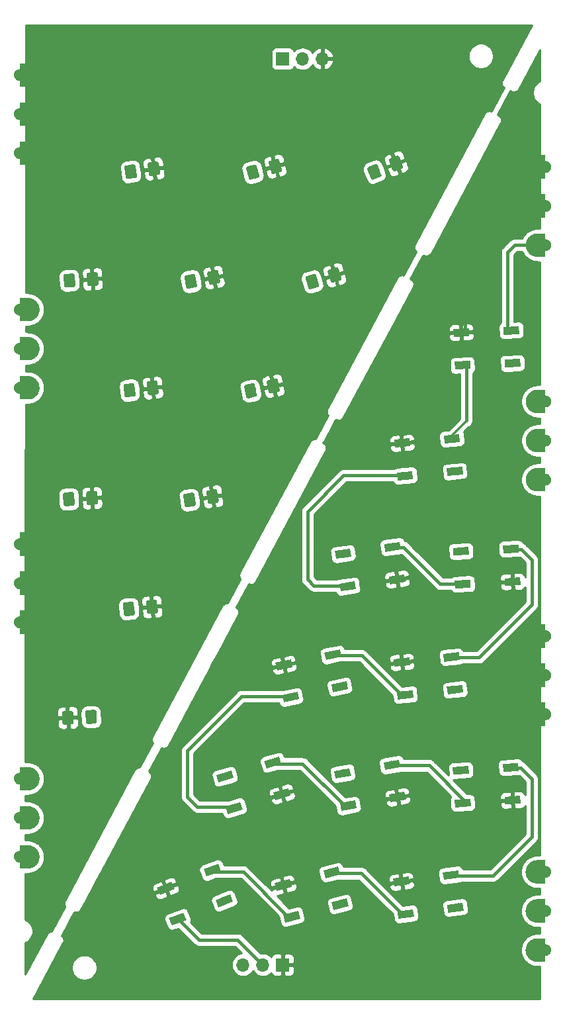
<source format=gbr>
G04 #@! TF.GenerationSoftware,KiCad,Pcbnew,5.1.4-e60b266~84~ubuntu18.04.1*
G04 #@! TF.CreationDate,2019-08-23T14:34:05+02:00*
G04 #@! TF.ProjectId,bcc1,62636331-2e6b-4696-9361-645f70636258,rev?*
G04 #@! TF.SameCoordinates,Original*
G04 #@! TF.FileFunction,Copper,L1,Top*
G04 #@! TF.FilePolarity,Positive*
%FSLAX46Y46*%
G04 Gerber Fmt 4.6, Leading zero omitted, Abs format (unit mm)*
G04 Created by KiCad (PCBNEW 5.1.4-e60b266~84~ubuntu18.04.1) date 2019-08-23 14:34:05*
%MOMM*%
%LPD*%
G04 APERTURE LIST*
%ADD10C,1.524000*%
%ADD11C,0.150000*%
%ADD12C,1.000000*%
%ADD13R,1.700000X1.700000*%
%ADD14O,1.700000X1.700000*%
%ADD15C,1.425000*%
%ADD16C,0.800000*%
%ADD17C,0.450000*%
%ADD18C,0.250000*%
%ADD19C,0.254000*%
G04 APERTURE END LIST*
D10*
X117200000Y-138100000D03*
D11*
G36*
X117200000Y-137338918D02*
G01*
X117237390Y-137338918D01*
X117311809Y-137346247D01*
X117385151Y-137360836D01*
X117456710Y-137382543D01*
X117525797Y-137411160D01*
X117591746Y-137446411D01*
X117653923Y-137487956D01*
X117711728Y-137535395D01*
X117764605Y-137588272D01*
X117812044Y-137646077D01*
X117853589Y-137708254D01*
X117888840Y-137774203D01*
X117917457Y-137843290D01*
X117939164Y-137914849D01*
X117953753Y-137988191D01*
X117961082Y-138062610D01*
X117961082Y-138137390D01*
X117953753Y-138211809D01*
X117939164Y-138285151D01*
X117917457Y-138356710D01*
X117888840Y-138425797D01*
X117853589Y-138491746D01*
X117812044Y-138553923D01*
X117764605Y-138611728D01*
X117711728Y-138664605D01*
X117653923Y-138712044D01*
X117591746Y-138753589D01*
X117525797Y-138788840D01*
X117456710Y-138817457D01*
X117385151Y-138839164D01*
X117311809Y-138853753D01*
X117237390Y-138861082D01*
X117200000Y-138861082D01*
X117200000Y-139600000D01*
X116200000Y-139600000D01*
X116200000Y-139599105D01*
X116163367Y-139599105D01*
X116090180Y-139595526D01*
X116090168Y-139595526D01*
X116090152Y-139595524D01*
X116079724Y-139594941D01*
X116048532Y-139591443D01*
X116017243Y-139588374D01*
X115944787Y-139577674D01*
X115944768Y-139577672D01*
X115944749Y-139577668D01*
X115934405Y-139576067D01*
X115903681Y-139569536D01*
X115872889Y-139563439D01*
X115801796Y-139545715D01*
X115801786Y-139545713D01*
X115801774Y-139545709D01*
X115791648Y-139543109D01*
X115761745Y-139533624D01*
X115731639Y-139524534D01*
X115662620Y-139499957D01*
X115662607Y-139499953D01*
X115662592Y-139499947D01*
X115652769Y-139496372D01*
X115623899Y-139483999D01*
X115594862Y-139472030D01*
X115528568Y-139440834D01*
X115528560Y-139440831D01*
X115528551Y-139440826D01*
X115519116Y-139436306D01*
X115491582Y-139421169D01*
X115463862Y-139406430D01*
X115400931Y-139368916D01*
X115400919Y-139368909D01*
X115400905Y-139368900D01*
X115391964Y-139363485D01*
X115366047Y-139345739D01*
X115339888Y-139328358D01*
X115280909Y-139284875D01*
X115272524Y-139278602D01*
X115248463Y-139258412D01*
X115224134Y-139238570D01*
X115169679Y-139189540D01*
X115161946Y-139182478D01*
X115139966Y-139160034D01*
X115117681Y-139137903D01*
X115068272Y-139083794D01*
X115061265Y-139076011D01*
X115041597Y-139051549D01*
X115021566Y-139027335D01*
X114977673Y-138968663D01*
X114971459Y-138960234D01*
X114954261Y-138933952D01*
X114936696Y-138907911D01*
X114898738Y-138845234D01*
X114893376Y-138836239D01*
X114878811Y-138808378D01*
X114863891Y-138780784D01*
X114832230Y-138714704D01*
X114827771Y-138705228D01*
X114816007Y-138676113D01*
X114803835Y-138647156D01*
X114778773Y-138578300D01*
X114778768Y-138578289D01*
X114778761Y-138578266D01*
X114775260Y-138568435D01*
X114766391Y-138538302D01*
X114757102Y-138508291D01*
X114738887Y-138437346D01*
X114738881Y-138437326D01*
X114738876Y-138437303D01*
X114736346Y-138427157D01*
X114730463Y-138396314D01*
X114724148Y-138365548D01*
X114712942Y-138293160D01*
X114712938Y-138293142D01*
X114712936Y-138293121D01*
X114711408Y-138282776D01*
X114708564Y-138251521D01*
X114705279Y-138220269D01*
X114701188Y-138147109D01*
X114700676Y-138136650D01*
X114700895Y-138105237D01*
X114700676Y-138073823D01*
X114703744Y-138000635D01*
X114703744Y-138000618D01*
X114703746Y-138000599D01*
X114704257Y-137990154D01*
X114707534Y-137958976D01*
X114710386Y-137927645D01*
X114720584Y-137855084D01*
X114722114Y-137844724D01*
X114728423Y-137813990D01*
X114734314Y-137783107D01*
X114751537Y-137711919D01*
X114751542Y-137711893D01*
X114751550Y-137711865D01*
X114754078Y-137701725D01*
X114763360Y-137671740D01*
X114772231Y-137641600D01*
X114796328Y-137572400D01*
X114799841Y-137562535D01*
X114811998Y-137533613D01*
X114823778Y-137504457D01*
X114854508Y-137437952D01*
X114854516Y-137437932D01*
X114854528Y-137437908D01*
X114858972Y-137428465D01*
X114873896Y-137400864D01*
X114888465Y-137372997D01*
X114925545Y-137309796D01*
X114930908Y-137300801D01*
X114948449Y-137274795D01*
X114965663Y-137248490D01*
X115008733Y-137189209D01*
X115014948Y-137180780D01*
X115034960Y-137156589D01*
X115054642Y-137132110D01*
X115103290Y-137077315D01*
X115103301Y-137077301D01*
X115103321Y-137077281D01*
X115110297Y-137069532D01*
X115132573Y-137047411D01*
X115154570Y-137024949D01*
X115208322Y-136975176D01*
X115208329Y-136975168D01*
X115208338Y-136975161D01*
X115216067Y-136968103D01*
X115240405Y-136948253D01*
X115264461Y-136928069D01*
X115322819Y-136883773D01*
X115322825Y-136883768D01*
X115322833Y-136883763D01*
X115331212Y-136877493D01*
X115357396Y-136860096D01*
X115383285Y-136842370D01*
X115445680Y-136803984D01*
X115445692Y-136803976D01*
X115445707Y-136803968D01*
X115454653Y-136798550D01*
X115482351Y-136783823D01*
X115509903Y-136768676D01*
X115575762Y-136736554D01*
X115585206Y-136732029D01*
X115614252Y-136720057D01*
X115643119Y-136707685D01*
X115711798Y-136682144D01*
X115721639Y-136678562D01*
X115751725Y-136669479D01*
X115781634Y-136659991D01*
X115852462Y-136641277D01*
X115852484Y-136641270D01*
X115852511Y-136641264D01*
X115862620Y-136638668D01*
X115893414Y-136632570D01*
X115924157Y-136626036D01*
X115996477Y-136614323D01*
X115996487Y-136614321D01*
X115996498Y-136614320D01*
X116006839Y-136612719D01*
X116038090Y-136609655D01*
X116069305Y-136606154D01*
X116142435Y-136601553D01*
X116152891Y-136600968D01*
X116168609Y-136600968D01*
X116184300Y-136600091D01*
X116194772Y-136600018D01*
X116200000Y-136600018D01*
X116200000Y-136600000D01*
X117200000Y-136600000D01*
X117200000Y-137338918D01*
X117200000Y-137338918D01*
G37*
D10*
X117200000Y-133100000D03*
D11*
G36*
X117200000Y-132338918D02*
G01*
X117237390Y-132338918D01*
X117311809Y-132346247D01*
X117385151Y-132360836D01*
X117456710Y-132382543D01*
X117525797Y-132411160D01*
X117591746Y-132446411D01*
X117653923Y-132487956D01*
X117711728Y-132535395D01*
X117764605Y-132588272D01*
X117812044Y-132646077D01*
X117853589Y-132708254D01*
X117888840Y-132774203D01*
X117917457Y-132843290D01*
X117939164Y-132914849D01*
X117953753Y-132988191D01*
X117961082Y-133062610D01*
X117961082Y-133137390D01*
X117953753Y-133211809D01*
X117939164Y-133285151D01*
X117917457Y-133356710D01*
X117888840Y-133425797D01*
X117853589Y-133491746D01*
X117812044Y-133553923D01*
X117764605Y-133611728D01*
X117711728Y-133664605D01*
X117653923Y-133712044D01*
X117591746Y-133753589D01*
X117525797Y-133788840D01*
X117456710Y-133817457D01*
X117385151Y-133839164D01*
X117311809Y-133853753D01*
X117237390Y-133861082D01*
X117200000Y-133861082D01*
X117200000Y-134600000D01*
X116200000Y-134600000D01*
X116200000Y-134599105D01*
X116163367Y-134599105D01*
X116090180Y-134595526D01*
X116090168Y-134595526D01*
X116090152Y-134595524D01*
X116079724Y-134594941D01*
X116048532Y-134591443D01*
X116017243Y-134588374D01*
X115944787Y-134577674D01*
X115944768Y-134577672D01*
X115944749Y-134577668D01*
X115934405Y-134576067D01*
X115903681Y-134569536D01*
X115872889Y-134563439D01*
X115801796Y-134545715D01*
X115801786Y-134545713D01*
X115801774Y-134545709D01*
X115791648Y-134543109D01*
X115761745Y-134533624D01*
X115731639Y-134524534D01*
X115662620Y-134499957D01*
X115662607Y-134499953D01*
X115662592Y-134499947D01*
X115652769Y-134496372D01*
X115623899Y-134483999D01*
X115594862Y-134472030D01*
X115528568Y-134440834D01*
X115528560Y-134440831D01*
X115528551Y-134440826D01*
X115519116Y-134436306D01*
X115491582Y-134421169D01*
X115463862Y-134406430D01*
X115400931Y-134368916D01*
X115400919Y-134368909D01*
X115400905Y-134368900D01*
X115391964Y-134363485D01*
X115366047Y-134345739D01*
X115339888Y-134328358D01*
X115280909Y-134284875D01*
X115272524Y-134278602D01*
X115248463Y-134258412D01*
X115224134Y-134238570D01*
X115169679Y-134189540D01*
X115161946Y-134182478D01*
X115139966Y-134160034D01*
X115117681Y-134137903D01*
X115068272Y-134083794D01*
X115061265Y-134076011D01*
X115041597Y-134051549D01*
X115021566Y-134027335D01*
X114977673Y-133968663D01*
X114971459Y-133960234D01*
X114954261Y-133933952D01*
X114936696Y-133907911D01*
X114898738Y-133845234D01*
X114893376Y-133836239D01*
X114878811Y-133808378D01*
X114863891Y-133780784D01*
X114832230Y-133714704D01*
X114827771Y-133705228D01*
X114816007Y-133676113D01*
X114803835Y-133647156D01*
X114778773Y-133578300D01*
X114778768Y-133578289D01*
X114778761Y-133578266D01*
X114775260Y-133568435D01*
X114766391Y-133538302D01*
X114757102Y-133508291D01*
X114738887Y-133437346D01*
X114738881Y-133437326D01*
X114738876Y-133437303D01*
X114736346Y-133427157D01*
X114730463Y-133396314D01*
X114724148Y-133365548D01*
X114712942Y-133293160D01*
X114712938Y-133293142D01*
X114712936Y-133293121D01*
X114711408Y-133282776D01*
X114708564Y-133251521D01*
X114705279Y-133220269D01*
X114701188Y-133147109D01*
X114700676Y-133136650D01*
X114700895Y-133105237D01*
X114700676Y-133073823D01*
X114703744Y-133000635D01*
X114703744Y-133000618D01*
X114703746Y-133000599D01*
X114704257Y-132990154D01*
X114707534Y-132958976D01*
X114710386Y-132927645D01*
X114720584Y-132855084D01*
X114722114Y-132844724D01*
X114728423Y-132813990D01*
X114734314Y-132783107D01*
X114751537Y-132711919D01*
X114751542Y-132711893D01*
X114751550Y-132711865D01*
X114754078Y-132701725D01*
X114763360Y-132671740D01*
X114772231Y-132641600D01*
X114796328Y-132572400D01*
X114799841Y-132562535D01*
X114811998Y-132533613D01*
X114823778Y-132504457D01*
X114854508Y-132437952D01*
X114854516Y-132437932D01*
X114854528Y-132437908D01*
X114858972Y-132428465D01*
X114873896Y-132400864D01*
X114888465Y-132372997D01*
X114925545Y-132309796D01*
X114930908Y-132300801D01*
X114948449Y-132274795D01*
X114965663Y-132248490D01*
X115008733Y-132189209D01*
X115014948Y-132180780D01*
X115034960Y-132156589D01*
X115054642Y-132132110D01*
X115103290Y-132077315D01*
X115103301Y-132077301D01*
X115103321Y-132077281D01*
X115110297Y-132069532D01*
X115132573Y-132047411D01*
X115154570Y-132024949D01*
X115208322Y-131975176D01*
X115208329Y-131975168D01*
X115208338Y-131975161D01*
X115216067Y-131968103D01*
X115240405Y-131948253D01*
X115264461Y-131928069D01*
X115322819Y-131883773D01*
X115322825Y-131883768D01*
X115322833Y-131883763D01*
X115331212Y-131877493D01*
X115357396Y-131860096D01*
X115383285Y-131842370D01*
X115445680Y-131803984D01*
X115445692Y-131803976D01*
X115445707Y-131803968D01*
X115454653Y-131798550D01*
X115482351Y-131783823D01*
X115509903Y-131768676D01*
X115575762Y-131736554D01*
X115585206Y-131732029D01*
X115614252Y-131720057D01*
X115643119Y-131707685D01*
X115711798Y-131682144D01*
X115721639Y-131678562D01*
X115751725Y-131669479D01*
X115781634Y-131659991D01*
X115852462Y-131641277D01*
X115852484Y-131641270D01*
X115852511Y-131641264D01*
X115862620Y-131638668D01*
X115893414Y-131632570D01*
X115924157Y-131626036D01*
X115996477Y-131614323D01*
X115996487Y-131614321D01*
X115996498Y-131614320D01*
X116006839Y-131612719D01*
X116038090Y-131609655D01*
X116069305Y-131606154D01*
X116142435Y-131601553D01*
X116152891Y-131600968D01*
X116168609Y-131600968D01*
X116184300Y-131600091D01*
X116194772Y-131600018D01*
X116200000Y-131600018D01*
X116200000Y-131600000D01*
X117200000Y-131600000D01*
X117200000Y-132338918D01*
X117200000Y-132338918D01*
G37*
D10*
X117200000Y-143100000D03*
D11*
G36*
X117200000Y-142338918D02*
G01*
X117237390Y-142338918D01*
X117311809Y-142346247D01*
X117385151Y-142360836D01*
X117456710Y-142382543D01*
X117525797Y-142411160D01*
X117591746Y-142446411D01*
X117653923Y-142487956D01*
X117711728Y-142535395D01*
X117764605Y-142588272D01*
X117812044Y-142646077D01*
X117853589Y-142708254D01*
X117888840Y-142774203D01*
X117917457Y-142843290D01*
X117939164Y-142914849D01*
X117953753Y-142988191D01*
X117961082Y-143062610D01*
X117961082Y-143137390D01*
X117953753Y-143211809D01*
X117939164Y-143285151D01*
X117917457Y-143356710D01*
X117888840Y-143425797D01*
X117853589Y-143491746D01*
X117812044Y-143553923D01*
X117764605Y-143611728D01*
X117711728Y-143664605D01*
X117653923Y-143712044D01*
X117591746Y-143753589D01*
X117525797Y-143788840D01*
X117456710Y-143817457D01*
X117385151Y-143839164D01*
X117311809Y-143853753D01*
X117237390Y-143861082D01*
X117200000Y-143861082D01*
X117200000Y-144600000D01*
X116200000Y-144600000D01*
X116200000Y-144599105D01*
X116163367Y-144599105D01*
X116090180Y-144595526D01*
X116090168Y-144595526D01*
X116090152Y-144595524D01*
X116079724Y-144594941D01*
X116048532Y-144591443D01*
X116017243Y-144588374D01*
X115944787Y-144577674D01*
X115944768Y-144577672D01*
X115944749Y-144577668D01*
X115934405Y-144576067D01*
X115903681Y-144569536D01*
X115872889Y-144563439D01*
X115801796Y-144545715D01*
X115801786Y-144545713D01*
X115801774Y-144545709D01*
X115791648Y-144543109D01*
X115761745Y-144533624D01*
X115731639Y-144524534D01*
X115662620Y-144499957D01*
X115662607Y-144499953D01*
X115662592Y-144499947D01*
X115652769Y-144496372D01*
X115623899Y-144483999D01*
X115594862Y-144472030D01*
X115528568Y-144440834D01*
X115528560Y-144440831D01*
X115528551Y-144440826D01*
X115519116Y-144436306D01*
X115491582Y-144421169D01*
X115463862Y-144406430D01*
X115400931Y-144368916D01*
X115400919Y-144368909D01*
X115400905Y-144368900D01*
X115391964Y-144363485D01*
X115366047Y-144345739D01*
X115339888Y-144328358D01*
X115280909Y-144284875D01*
X115272524Y-144278602D01*
X115248463Y-144258412D01*
X115224134Y-144238570D01*
X115169679Y-144189540D01*
X115161946Y-144182478D01*
X115139966Y-144160034D01*
X115117681Y-144137903D01*
X115068272Y-144083794D01*
X115061265Y-144076011D01*
X115041597Y-144051549D01*
X115021566Y-144027335D01*
X114977673Y-143968663D01*
X114971459Y-143960234D01*
X114954261Y-143933952D01*
X114936696Y-143907911D01*
X114898738Y-143845234D01*
X114893376Y-143836239D01*
X114878811Y-143808378D01*
X114863891Y-143780784D01*
X114832230Y-143714704D01*
X114827771Y-143705228D01*
X114816007Y-143676113D01*
X114803835Y-143647156D01*
X114778773Y-143578300D01*
X114778768Y-143578289D01*
X114778761Y-143578266D01*
X114775260Y-143568435D01*
X114766391Y-143538302D01*
X114757102Y-143508291D01*
X114738887Y-143437346D01*
X114738881Y-143437326D01*
X114738876Y-143437303D01*
X114736346Y-143427157D01*
X114730463Y-143396314D01*
X114724148Y-143365548D01*
X114712942Y-143293160D01*
X114712938Y-143293142D01*
X114712936Y-143293121D01*
X114711408Y-143282776D01*
X114708564Y-143251521D01*
X114705279Y-143220269D01*
X114701188Y-143147109D01*
X114700676Y-143136650D01*
X114700895Y-143105237D01*
X114700676Y-143073823D01*
X114703744Y-143000635D01*
X114703744Y-143000618D01*
X114703746Y-143000599D01*
X114704257Y-142990154D01*
X114707534Y-142958976D01*
X114710386Y-142927645D01*
X114720584Y-142855084D01*
X114722114Y-142844724D01*
X114728423Y-142813990D01*
X114734314Y-142783107D01*
X114751537Y-142711919D01*
X114751542Y-142711893D01*
X114751550Y-142711865D01*
X114754078Y-142701725D01*
X114763360Y-142671740D01*
X114772231Y-142641600D01*
X114796328Y-142572400D01*
X114799841Y-142562535D01*
X114811998Y-142533613D01*
X114823778Y-142504457D01*
X114854508Y-142437952D01*
X114854516Y-142437932D01*
X114854528Y-142437908D01*
X114858972Y-142428465D01*
X114873896Y-142400864D01*
X114888465Y-142372997D01*
X114925545Y-142309796D01*
X114930908Y-142300801D01*
X114948449Y-142274795D01*
X114965663Y-142248490D01*
X115008733Y-142189209D01*
X115014948Y-142180780D01*
X115034960Y-142156589D01*
X115054642Y-142132110D01*
X115103290Y-142077315D01*
X115103301Y-142077301D01*
X115103321Y-142077281D01*
X115110297Y-142069532D01*
X115132573Y-142047411D01*
X115154570Y-142024949D01*
X115208322Y-141975176D01*
X115208329Y-141975168D01*
X115208338Y-141975161D01*
X115216067Y-141968103D01*
X115240405Y-141948253D01*
X115264461Y-141928069D01*
X115322819Y-141883773D01*
X115322825Y-141883768D01*
X115322833Y-141883763D01*
X115331212Y-141877493D01*
X115357396Y-141860096D01*
X115383285Y-141842370D01*
X115445680Y-141803984D01*
X115445692Y-141803976D01*
X115445707Y-141803968D01*
X115454653Y-141798550D01*
X115482351Y-141783823D01*
X115509903Y-141768676D01*
X115575762Y-141736554D01*
X115585206Y-141732029D01*
X115614252Y-141720057D01*
X115643119Y-141707685D01*
X115711798Y-141682144D01*
X115721639Y-141678562D01*
X115751725Y-141669479D01*
X115781634Y-141659991D01*
X115852462Y-141641277D01*
X115852484Y-141641270D01*
X115852511Y-141641264D01*
X115862620Y-141638668D01*
X115893414Y-141632570D01*
X115924157Y-141626036D01*
X115996477Y-141614323D01*
X115996487Y-141614321D01*
X115996498Y-141614320D01*
X116006839Y-141612719D01*
X116038090Y-141609655D01*
X116069305Y-141606154D01*
X116142435Y-141601553D01*
X116152891Y-141600968D01*
X116168609Y-141600968D01*
X116184300Y-141600091D01*
X116194772Y-141600018D01*
X116200000Y-141600018D01*
X116200000Y-141600000D01*
X117200000Y-141600000D01*
X117200000Y-142338918D01*
X117200000Y-142338918D01*
G37*
D12*
X76210593Y-120894042D03*
D11*
G36*
X75388471Y-121651746D02*
G01*
X75111157Y-120690967D01*
X77032715Y-120136338D01*
X77310029Y-121097117D01*
X75388471Y-121651746D01*
X75388471Y-121651746D01*
G37*
D12*
X82359580Y-119119229D03*
D11*
G36*
X81537458Y-119876933D02*
G01*
X81260144Y-118916154D01*
X83181702Y-118361525D01*
X83459016Y-119322304D01*
X81537458Y-119876933D01*
X81537458Y-119876933D01*
G37*
D12*
X77375314Y-124929315D03*
D11*
G36*
X76553192Y-125687019D02*
G01*
X76275878Y-124726240D01*
X78197436Y-124171611D01*
X78474750Y-125132390D01*
X76553192Y-125687019D01*
X76553192Y-125687019D01*
G37*
D12*
X83524301Y-123154502D03*
D11*
G36*
X82702179Y-123912206D02*
G01*
X82424865Y-122951427D01*
X84346423Y-122396798D01*
X84623737Y-123357577D01*
X82702179Y-123912206D01*
X82702179Y-123912206D01*
G37*
D10*
X49997517Y-36178915D03*
D11*
G36*
X49997517Y-36939997D02*
G01*
X49960127Y-36939997D01*
X49885708Y-36932668D01*
X49812366Y-36918079D01*
X49740807Y-36896372D01*
X49671720Y-36867755D01*
X49605771Y-36832504D01*
X49543594Y-36790959D01*
X49485789Y-36743520D01*
X49432912Y-36690643D01*
X49385473Y-36632838D01*
X49343928Y-36570661D01*
X49308677Y-36504712D01*
X49280060Y-36435625D01*
X49258353Y-36364066D01*
X49243764Y-36290724D01*
X49236435Y-36216305D01*
X49236435Y-36141525D01*
X49243764Y-36067106D01*
X49258353Y-35993764D01*
X49280060Y-35922205D01*
X49308677Y-35853118D01*
X49343928Y-35787169D01*
X49385473Y-35724992D01*
X49432912Y-35667187D01*
X49485789Y-35614310D01*
X49543594Y-35566871D01*
X49605771Y-35525326D01*
X49671720Y-35490075D01*
X49740807Y-35461458D01*
X49812366Y-35439751D01*
X49885708Y-35425162D01*
X49960127Y-35417833D01*
X49997517Y-35417833D01*
X49997517Y-34678915D01*
X50997517Y-34678915D01*
X50997517Y-34679810D01*
X51034150Y-34679810D01*
X51107337Y-34683389D01*
X51107349Y-34683389D01*
X51107365Y-34683391D01*
X51117793Y-34683974D01*
X51148985Y-34687472D01*
X51180274Y-34690541D01*
X51252730Y-34701241D01*
X51252749Y-34701243D01*
X51252768Y-34701247D01*
X51263112Y-34702848D01*
X51293836Y-34709379D01*
X51324628Y-34715476D01*
X51395721Y-34733200D01*
X51395731Y-34733202D01*
X51395743Y-34733206D01*
X51405869Y-34735806D01*
X51435772Y-34745291D01*
X51465878Y-34754381D01*
X51534897Y-34778958D01*
X51534910Y-34778962D01*
X51534925Y-34778968D01*
X51544748Y-34782543D01*
X51573618Y-34794916D01*
X51602655Y-34806885D01*
X51668949Y-34838081D01*
X51668957Y-34838084D01*
X51668966Y-34838089D01*
X51678401Y-34842609D01*
X51705935Y-34857746D01*
X51733655Y-34872485D01*
X51796586Y-34909999D01*
X51796598Y-34910006D01*
X51796612Y-34910015D01*
X51805553Y-34915430D01*
X51831470Y-34933176D01*
X51857629Y-34950557D01*
X51916608Y-34994040D01*
X51924993Y-35000313D01*
X51949054Y-35020503D01*
X51973383Y-35040345D01*
X52027838Y-35089375D01*
X52035571Y-35096437D01*
X52057551Y-35118881D01*
X52079836Y-35141012D01*
X52129245Y-35195121D01*
X52136252Y-35202904D01*
X52155920Y-35227366D01*
X52175951Y-35251580D01*
X52219844Y-35310252D01*
X52226058Y-35318681D01*
X52243256Y-35344963D01*
X52260821Y-35371004D01*
X52298779Y-35433681D01*
X52304141Y-35442676D01*
X52318706Y-35470537D01*
X52333626Y-35498131D01*
X52365287Y-35564211D01*
X52369746Y-35573687D01*
X52381510Y-35602802D01*
X52393682Y-35631759D01*
X52418744Y-35700615D01*
X52418749Y-35700626D01*
X52418756Y-35700649D01*
X52422257Y-35710480D01*
X52431126Y-35740613D01*
X52440415Y-35770624D01*
X52458630Y-35841569D01*
X52458636Y-35841589D01*
X52458641Y-35841612D01*
X52461171Y-35851758D01*
X52467054Y-35882601D01*
X52473369Y-35913367D01*
X52484575Y-35985755D01*
X52484579Y-35985773D01*
X52484581Y-35985794D01*
X52486109Y-35996139D01*
X52488953Y-36027394D01*
X52492238Y-36058646D01*
X52496329Y-36131806D01*
X52496841Y-36142265D01*
X52496622Y-36173678D01*
X52496841Y-36205092D01*
X52493773Y-36278280D01*
X52493773Y-36278297D01*
X52493771Y-36278316D01*
X52493260Y-36288761D01*
X52489983Y-36319939D01*
X52487131Y-36351270D01*
X52476933Y-36423831D01*
X52475403Y-36434191D01*
X52469094Y-36464925D01*
X52463203Y-36495808D01*
X52445980Y-36566996D01*
X52445975Y-36567022D01*
X52445967Y-36567050D01*
X52443439Y-36577190D01*
X52434157Y-36607175D01*
X52425286Y-36637315D01*
X52401189Y-36706515D01*
X52397676Y-36716380D01*
X52385519Y-36745302D01*
X52373739Y-36774458D01*
X52343009Y-36840963D01*
X52343001Y-36840983D01*
X52342989Y-36841007D01*
X52338545Y-36850450D01*
X52323621Y-36878051D01*
X52309052Y-36905918D01*
X52271972Y-36969119D01*
X52266609Y-36978114D01*
X52249068Y-37004120D01*
X52231854Y-37030425D01*
X52188784Y-37089706D01*
X52182569Y-37098135D01*
X52162557Y-37122326D01*
X52142875Y-37146805D01*
X52094227Y-37201600D01*
X52094216Y-37201614D01*
X52094196Y-37201634D01*
X52087220Y-37209383D01*
X52064944Y-37231504D01*
X52042947Y-37253966D01*
X51989195Y-37303739D01*
X51989188Y-37303747D01*
X51989179Y-37303754D01*
X51981450Y-37310812D01*
X51957112Y-37330662D01*
X51933056Y-37350846D01*
X51874698Y-37395142D01*
X51874692Y-37395147D01*
X51874684Y-37395152D01*
X51866305Y-37401422D01*
X51840121Y-37418819D01*
X51814232Y-37436545D01*
X51751837Y-37474931D01*
X51751825Y-37474939D01*
X51751810Y-37474947D01*
X51742864Y-37480365D01*
X51715166Y-37495092D01*
X51687614Y-37510239D01*
X51621755Y-37542361D01*
X51612311Y-37546886D01*
X51583265Y-37558858D01*
X51554398Y-37571230D01*
X51485719Y-37596771D01*
X51475878Y-37600353D01*
X51445792Y-37609436D01*
X51415883Y-37618924D01*
X51345055Y-37637638D01*
X51345033Y-37637645D01*
X51345006Y-37637651D01*
X51334897Y-37640247D01*
X51304103Y-37646345D01*
X51273360Y-37652879D01*
X51201040Y-37664592D01*
X51201030Y-37664594D01*
X51201019Y-37664595D01*
X51190678Y-37666196D01*
X51159427Y-37669260D01*
X51128212Y-37672761D01*
X51055082Y-37677362D01*
X51044626Y-37677947D01*
X51028908Y-37677947D01*
X51013217Y-37678824D01*
X51002745Y-37678897D01*
X50997517Y-37678897D01*
X50997517Y-37678915D01*
X49997517Y-37678915D01*
X49997517Y-36939997D01*
X49997517Y-36939997D01*
G37*
D10*
X49997517Y-41178915D03*
D11*
G36*
X49997517Y-41939997D02*
G01*
X49960127Y-41939997D01*
X49885708Y-41932668D01*
X49812366Y-41918079D01*
X49740807Y-41896372D01*
X49671720Y-41867755D01*
X49605771Y-41832504D01*
X49543594Y-41790959D01*
X49485789Y-41743520D01*
X49432912Y-41690643D01*
X49385473Y-41632838D01*
X49343928Y-41570661D01*
X49308677Y-41504712D01*
X49280060Y-41435625D01*
X49258353Y-41364066D01*
X49243764Y-41290724D01*
X49236435Y-41216305D01*
X49236435Y-41141525D01*
X49243764Y-41067106D01*
X49258353Y-40993764D01*
X49280060Y-40922205D01*
X49308677Y-40853118D01*
X49343928Y-40787169D01*
X49385473Y-40724992D01*
X49432912Y-40667187D01*
X49485789Y-40614310D01*
X49543594Y-40566871D01*
X49605771Y-40525326D01*
X49671720Y-40490075D01*
X49740807Y-40461458D01*
X49812366Y-40439751D01*
X49885708Y-40425162D01*
X49960127Y-40417833D01*
X49997517Y-40417833D01*
X49997517Y-39678915D01*
X50997517Y-39678915D01*
X50997517Y-39679810D01*
X51034150Y-39679810D01*
X51107337Y-39683389D01*
X51107349Y-39683389D01*
X51107365Y-39683391D01*
X51117793Y-39683974D01*
X51148985Y-39687472D01*
X51180274Y-39690541D01*
X51252730Y-39701241D01*
X51252749Y-39701243D01*
X51252768Y-39701247D01*
X51263112Y-39702848D01*
X51293836Y-39709379D01*
X51324628Y-39715476D01*
X51395721Y-39733200D01*
X51395731Y-39733202D01*
X51395743Y-39733206D01*
X51405869Y-39735806D01*
X51435772Y-39745291D01*
X51465878Y-39754381D01*
X51534897Y-39778958D01*
X51534910Y-39778962D01*
X51534925Y-39778968D01*
X51544748Y-39782543D01*
X51573618Y-39794916D01*
X51602655Y-39806885D01*
X51668949Y-39838081D01*
X51668957Y-39838084D01*
X51668966Y-39838089D01*
X51678401Y-39842609D01*
X51705935Y-39857746D01*
X51733655Y-39872485D01*
X51796586Y-39909999D01*
X51796598Y-39910006D01*
X51796612Y-39910015D01*
X51805553Y-39915430D01*
X51831470Y-39933176D01*
X51857629Y-39950557D01*
X51916608Y-39994040D01*
X51924993Y-40000313D01*
X51949054Y-40020503D01*
X51973383Y-40040345D01*
X52027838Y-40089375D01*
X52035571Y-40096437D01*
X52057551Y-40118881D01*
X52079836Y-40141012D01*
X52129245Y-40195121D01*
X52136252Y-40202904D01*
X52155920Y-40227366D01*
X52175951Y-40251580D01*
X52219844Y-40310252D01*
X52226058Y-40318681D01*
X52243256Y-40344963D01*
X52260821Y-40371004D01*
X52298779Y-40433681D01*
X52304141Y-40442676D01*
X52318706Y-40470537D01*
X52333626Y-40498131D01*
X52365287Y-40564211D01*
X52369746Y-40573687D01*
X52381510Y-40602802D01*
X52393682Y-40631759D01*
X52418744Y-40700615D01*
X52418749Y-40700626D01*
X52418756Y-40700649D01*
X52422257Y-40710480D01*
X52431126Y-40740613D01*
X52440415Y-40770624D01*
X52458630Y-40841569D01*
X52458636Y-40841589D01*
X52458641Y-40841612D01*
X52461171Y-40851758D01*
X52467054Y-40882601D01*
X52473369Y-40913367D01*
X52484575Y-40985755D01*
X52484579Y-40985773D01*
X52484581Y-40985794D01*
X52486109Y-40996139D01*
X52488953Y-41027394D01*
X52492238Y-41058646D01*
X52496329Y-41131806D01*
X52496841Y-41142265D01*
X52496622Y-41173678D01*
X52496841Y-41205092D01*
X52493773Y-41278280D01*
X52493773Y-41278297D01*
X52493771Y-41278316D01*
X52493260Y-41288761D01*
X52489983Y-41319939D01*
X52487131Y-41351270D01*
X52476933Y-41423831D01*
X52475403Y-41434191D01*
X52469094Y-41464925D01*
X52463203Y-41495808D01*
X52445980Y-41566996D01*
X52445975Y-41567022D01*
X52445967Y-41567050D01*
X52443439Y-41577190D01*
X52434157Y-41607175D01*
X52425286Y-41637315D01*
X52401189Y-41706515D01*
X52397676Y-41716380D01*
X52385519Y-41745302D01*
X52373739Y-41774458D01*
X52343009Y-41840963D01*
X52343001Y-41840983D01*
X52342989Y-41841007D01*
X52338545Y-41850450D01*
X52323621Y-41878051D01*
X52309052Y-41905918D01*
X52271972Y-41969119D01*
X52266609Y-41978114D01*
X52249068Y-42004120D01*
X52231854Y-42030425D01*
X52188784Y-42089706D01*
X52182569Y-42098135D01*
X52162557Y-42122326D01*
X52142875Y-42146805D01*
X52094227Y-42201600D01*
X52094216Y-42201614D01*
X52094196Y-42201634D01*
X52087220Y-42209383D01*
X52064944Y-42231504D01*
X52042947Y-42253966D01*
X51989195Y-42303739D01*
X51989188Y-42303747D01*
X51989179Y-42303754D01*
X51981450Y-42310812D01*
X51957112Y-42330662D01*
X51933056Y-42350846D01*
X51874698Y-42395142D01*
X51874692Y-42395147D01*
X51874684Y-42395152D01*
X51866305Y-42401422D01*
X51840121Y-42418819D01*
X51814232Y-42436545D01*
X51751837Y-42474931D01*
X51751825Y-42474939D01*
X51751810Y-42474947D01*
X51742864Y-42480365D01*
X51715166Y-42495092D01*
X51687614Y-42510239D01*
X51621755Y-42542361D01*
X51612311Y-42546886D01*
X51583265Y-42558858D01*
X51554398Y-42571230D01*
X51485719Y-42596771D01*
X51475878Y-42600353D01*
X51445792Y-42609436D01*
X51415883Y-42618924D01*
X51345055Y-42637638D01*
X51345033Y-42637645D01*
X51345006Y-42637651D01*
X51334897Y-42640247D01*
X51304103Y-42646345D01*
X51273360Y-42652879D01*
X51201040Y-42664592D01*
X51201030Y-42664594D01*
X51201019Y-42664595D01*
X51190678Y-42666196D01*
X51159427Y-42669260D01*
X51128212Y-42672761D01*
X51055082Y-42677362D01*
X51044626Y-42677947D01*
X51028908Y-42677947D01*
X51013217Y-42678824D01*
X51002745Y-42678897D01*
X50997517Y-42678897D01*
X50997517Y-42678915D01*
X49997517Y-42678915D01*
X49997517Y-41939997D01*
X49997517Y-41939997D01*
G37*
D10*
X49997517Y-31178915D03*
D11*
G36*
X49997517Y-31939997D02*
G01*
X49960127Y-31939997D01*
X49885708Y-31932668D01*
X49812366Y-31918079D01*
X49740807Y-31896372D01*
X49671720Y-31867755D01*
X49605771Y-31832504D01*
X49543594Y-31790959D01*
X49485789Y-31743520D01*
X49432912Y-31690643D01*
X49385473Y-31632838D01*
X49343928Y-31570661D01*
X49308677Y-31504712D01*
X49280060Y-31435625D01*
X49258353Y-31364066D01*
X49243764Y-31290724D01*
X49236435Y-31216305D01*
X49236435Y-31141525D01*
X49243764Y-31067106D01*
X49258353Y-30993764D01*
X49280060Y-30922205D01*
X49308677Y-30853118D01*
X49343928Y-30787169D01*
X49385473Y-30724992D01*
X49432912Y-30667187D01*
X49485789Y-30614310D01*
X49543594Y-30566871D01*
X49605771Y-30525326D01*
X49671720Y-30490075D01*
X49740807Y-30461458D01*
X49812366Y-30439751D01*
X49885708Y-30425162D01*
X49960127Y-30417833D01*
X49997517Y-30417833D01*
X49997517Y-29678915D01*
X50997517Y-29678915D01*
X50997517Y-29679810D01*
X51034150Y-29679810D01*
X51107337Y-29683389D01*
X51107349Y-29683389D01*
X51107365Y-29683391D01*
X51117793Y-29683974D01*
X51148985Y-29687472D01*
X51180274Y-29690541D01*
X51252730Y-29701241D01*
X51252749Y-29701243D01*
X51252768Y-29701247D01*
X51263112Y-29702848D01*
X51293836Y-29709379D01*
X51324628Y-29715476D01*
X51395721Y-29733200D01*
X51395731Y-29733202D01*
X51395743Y-29733206D01*
X51405869Y-29735806D01*
X51435772Y-29745291D01*
X51465878Y-29754381D01*
X51534897Y-29778958D01*
X51534910Y-29778962D01*
X51534925Y-29778968D01*
X51544748Y-29782543D01*
X51573618Y-29794916D01*
X51602655Y-29806885D01*
X51668949Y-29838081D01*
X51668957Y-29838084D01*
X51668966Y-29838089D01*
X51678401Y-29842609D01*
X51705935Y-29857746D01*
X51733655Y-29872485D01*
X51796586Y-29909999D01*
X51796598Y-29910006D01*
X51796612Y-29910015D01*
X51805553Y-29915430D01*
X51831470Y-29933176D01*
X51857629Y-29950557D01*
X51916608Y-29994040D01*
X51924993Y-30000313D01*
X51949054Y-30020503D01*
X51973383Y-30040345D01*
X52027838Y-30089375D01*
X52035571Y-30096437D01*
X52057551Y-30118881D01*
X52079836Y-30141012D01*
X52129245Y-30195121D01*
X52136252Y-30202904D01*
X52155920Y-30227366D01*
X52175951Y-30251580D01*
X52219844Y-30310252D01*
X52226058Y-30318681D01*
X52243256Y-30344963D01*
X52260821Y-30371004D01*
X52298779Y-30433681D01*
X52304141Y-30442676D01*
X52318706Y-30470537D01*
X52333626Y-30498131D01*
X52365287Y-30564211D01*
X52369746Y-30573687D01*
X52381510Y-30602802D01*
X52393682Y-30631759D01*
X52418744Y-30700615D01*
X52418749Y-30700626D01*
X52418756Y-30700649D01*
X52422257Y-30710480D01*
X52431126Y-30740613D01*
X52440415Y-30770624D01*
X52458630Y-30841569D01*
X52458636Y-30841589D01*
X52458641Y-30841612D01*
X52461171Y-30851758D01*
X52467054Y-30882601D01*
X52473369Y-30913367D01*
X52484575Y-30985755D01*
X52484579Y-30985773D01*
X52484581Y-30985794D01*
X52486109Y-30996139D01*
X52488953Y-31027394D01*
X52492238Y-31058646D01*
X52496329Y-31131806D01*
X52496841Y-31142265D01*
X52496622Y-31173678D01*
X52496841Y-31205092D01*
X52493773Y-31278280D01*
X52493773Y-31278297D01*
X52493771Y-31278316D01*
X52493260Y-31288761D01*
X52489983Y-31319939D01*
X52487131Y-31351270D01*
X52476933Y-31423831D01*
X52475403Y-31434191D01*
X52469094Y-31464925D01*
X52463203Y-31495808D01*
X52445980Y-31566996D01*
X52445975Y-31567022D01*
X52445967Y-31567050D01*
X52443439Y-31577190D01*
X52434157Y-31607175D01*
X52425286Y-31637315D01*
X52401189Y-31706515D01*
X52397676Y-31716380D01*
X52385519Y-31745302D01*
X52373739Y-31774458D01*
X52343009Y-31840963D01*
X52343001Y-31840983D01*
X52342989Y-31841007D01*
X52338545Y-31850450D01*
X52323621Y-31878051D01*
X52309052Y-31905918D01*
X52271972Y-31969119D01*
X52266609Y-31978114D01*
X52249068Y-32004120D01*
X52231854Y-32030425D01*
X52188784Y-32089706D01*
X52182569Y-32098135D01*
X52162557Y-32122326D01*
X52142875Y-32146805D01*
X52094227Y-32201600D01*
X52094216Y-32201614D01*
X52094196Y-32201634D01*
X52087220Y-32209383D01*
X52064944Y-32231504D01*
X52042947Y-32253966D01*
X51989195Y-32303739D01*
X51989188Y-32303747D01*
X51989179Y-32303754D01*
X51981450Y-32310812D01*
X51957112Y-32330662D01*
X51933056Y-32350846D01*
X51874698Y-32395142D01*
X51874692Y-32395147D01*
X51874684Y-32395152D01*
X51866305Y-32401422D01*
X51840121Y-32418819D01*
X51814232Y-32436545D01*
X51751837Y-32474931D01*
X51751825Y-32474939D01*
X51751810Y-32474947D01*
X51742864Y-32480365D01*
X51715166Y-32495092D01*
X51687614Y-32510239D01*
X51621755Y-32542361D01*
X51612311Y-32546886D01*
X51583265Y-32558858D01*
X51554398Y-32571230D01*
X51485719Y-32596771D01*
X51475878Y-32600353D01*
X51445792Y-32609436D01*
X51415883Y-32618924D01*
X51345055Y-32637638D01*
X51345033Y-32637645D01*
X51345006Y-32637651D01*
X51334897Y-32640247D01*
X51304103Y-32646345D01*
X51273360Y-32652879D01*
X51201040Y-32664592D01*
X51201030Y-32664594D01*
X51201019Y-32664595D01*
X51190678Y-32666196D01*
X51159427Y-32669260D01*
X51128212Y-32672761D01*
X51055082Y-32677362D01*
X51044626Y-32677947D01*
X51028908Y-32677947D01*
X51013217Y-32678824D01*
X51002745Y-32678897D01*
X50997517Y-32678897D01*
X50997517Y-32678915D01*
X49997517Y-32678915D01*
X49997517Y-31939997D01*
X49997517Y-31939997D01*
G37*
D10*
X49997517Y-66178915D03*
D11*
G36*
X49997517Y-66939997D02*
G01*
X49960127Y-66939997D01*
X49885708Y-66932668D01*
X49812366Y-66918079D01*
X49740807Y-66896372D01*
X49671720Y-66867755D01*
X49605771Y-66832504D01*
X49543594Y-66790959D01*
X49485789Y-66743520D01*
X49432912Y-66690643D01*
X49385473Y-66632838D01*
X49343928Y-66570661D01*
X49308677Y-66504712D01*
X49280060Y-66435625D01*
X49258353Y-66364066D01*
X49243764Y-66290724D01*
X49236435Y-66216305D01*
X49236435Y-66141525D01*
X49243764Y-66067106D01*
X49258353Y-65993764D01*
X49280060Y-65922205D01*
X49308677Y-65853118D01*
X49343928Y-65787169D01*
X49385473Y-65724992D01*
X49432912Y-65667187D01*
X49485789Y-65614310D01*
X49543594Y-65566871D01*
X49605771Y-65525326D01*
X49671720Y-65490075D01*
X49740807Y-65461458D01*
X49812366Y-65439751D01*
X49885708Y-65425162D01*
X49960127Y-65417833D01*
X49997517Y-65417833D01*
X49997517Y-64678915D01*
X50997517Y-64678915D01*
X50997517Y-64679810D01*
X51034150Y-64679810D01*
X51107337Y-64683389D01*
X51107349Y-64683389D01*
X51107365Y-64683391D01*
X51117793Y-64683974D01*
X51148985Y-64687472D01*
X51180274Y-64690541D01*
X51252730Y-64701241D01*
X51252749Y-64701243D01*
X51252768Y-64701247D01*
X51263112Y-64702848D01*
X51293836Y-64709379D01*
X51324628Y-64715476D01*
X51395721Y-64733200D01*
X51395731Y-64733202D01*
X51395743Y-64733206D01*
X51405869Y-64735806D01*
X51435772Y-64745291D01*
X51465878Y-64754381D01*
X51534897Y-64778958D01*
X51534910Y-64778962D01*
X51534925Y-64778968D01*
X51544748Y-64782543D01*
X51573618Y-64794916D01*
X51602655Y-64806885D01*
X51668949Y-64838081D01*
X51668957Y-64838084D01*
X51668966Y-64838089D01*
X51678401Y-64842609D01*
X51705935Y-64857746D01*
X51733655Y-64872485D01*
X51796586Y-64909999D01*
X51796598Y-64910006D01*
X51796612Y-64910015D01*
X51805553Y-64915430D01*
X51831470Y-64933176D01*
X51857629Y-64950557D01*
X51916608Y-64994040D01*
X51924993Y-65000313D01*
X51949054Y-65020503D01*
X51973383Y-65040345D01*
X52027838Y-65089375D01*
X52035571Y-65096437D01*
X52057551Y-65118881D01*
X52079836Y-65141012D01*
X52129245Y-65195121D01*
X52136252Y-65202904D01*
X52155920Y-65227366D01*
X52175951Y-65251580D01*
X52219844Y-65310252D01*
X52226058Y-65318681D01*
X52243256Y-65344963D01*
X52260821Y-65371004D01*
X52298779Y-65433681D01*
X52304141Y-65442676D01*
X52318706Y-65470537D01*
X52333626Y-65498131D01*
X52365287Y-65564211D01*
X52369746Y-65573687D01*
X52381510Y-65602802D01*
X52393682Y-65631759D01*
X52418744Y-65700615D01*
X52418749Y-65700626D01*
X52418756Y-65700649D01*
X52422257Y-65710480D01*
X52431126Y-65740613D01*
X52440415Y-65770624D01*
X52458630Y-65841569D01*
X52458636Y-65841589D01*
X52458641Y-65841612D01*
X52461171Y-65851758D01*
X52467054Y-65882601D01*
X52473369Y-65913367D01*
X52484575Y-65985755D01*
X52484579Y-65985773D01*
X52484581Y-65985794D01*
X52486109Y-65996139D01*
X52488953Y-66027394D01*
X52492238Y-66058646D01*
X52496329Y-66131806D01*
X52496841Y-66142265D01*
X52496622Y-66173678D01*
X52496841Y-66205092D01*
X52493773Y-66278280D01*
X52493773Y-66278297D01*
X52493771Y-66278316D01*
X52493260Y-66288761D01*
X52489983Y-66319939D01*
X52487131Y-66351270D01*
X52476933Y-66423831D01*
X52475403Y-66434191D01*
X52469094Y-66464925D01*
X52463203Y-66495808D01*
X52445980Y-66566996D01*
X52445975Y-66567022D01*
X52445967Y-66567050D01*
X52443439Y-66577190D01*
X52434157Y-66607175D01*
X52425286Y-66637315D01*
X52401189Y-66706515D01*
X52397676Y-66716380D01*
X52385519Y-66745302D01*
X52373739Y-66774458D01*
X52343009Y-66840963D01*
X52343001Y-66840983D01*
X52342989Y-66841007D01*
X52338545Y-66850450D01*
X52323621Y-66878051D01*
X52309052Y-66905918D01*
X52271972Y-66969119D01*
X52266609Y-66978114D01*
X52249068Y-67004120D01*
X52231854Y-67030425D01*
X52188784Y-67089706D01*
X52182569Y-67098135D01*
X52162557Y-67122326D01*
X52142875Y-67146805D01*
X52094227Y-67201600D01*
X52094216Y-67201614D01*
X52094196Y-67201634D01*
X52087220Y-67209383D01*
X52064944Y-67231504D01*
X52042947Y-67253966D01*
X51989195Y-67303739D01*
X51989188Y-67303747D01*
X51989179Y-67303754D01*
X51981450Y-67310812D01*
X51957112Y-67330662D01*
X51933056Y-67350846D01*
X51874698Y-67395142D01*
X51874692Y-67395147D01*
X51874684Y-67395152D01*
X51866305Y-67401422D01*
X51840121Y-67418819D01*
X51814232Y-67436545D01*
X51751837Y-67474931D01*
X51751825Y-67474939D01*
X51751810Y-67474947D01*
X51742864Y-67480365D01*
X51715166Y-67495092D01*
X51687614Y-67510239D01*
X51621755Y-67542361D01*
X51612311Y-67546886D01*
X51583265Y-67558858D01*
X51554398Y-67571230D01*
X51485719Y-67596771D01*
X51475878Y-67600353D01*
X51445792Y-67609436D01*
X51415883Y-67618924D01*
X51345055Y-67637638D01*
X51345033Y-67637645D01*
X51345006Y-67637651D01*
X51334897Y-67640247D01*
X51304103Y-67646345D01*
X51273360Y-67652879D01*
X51201040Y-67664592D01*
X51201030Y-67664594D01*
X51201019Y-67664595D01*
X51190678Y-67666196D01*
X51159427Y-67669260D01*
X51128212Y-67672761D01*
X51055082Y-67677362D01*
X51044626Y-67677947D01*
X51028908Y-67677947D01*
X51013217Y-67678824D01*
X51002745Y-67678897D01*
X50997517Y-67678897D01*
X50997517Y-67678915D01*
X49997517Y-67678915D01*
X49997517Y-66939997D01*
X49997517Y-66939997D01*
G37*
D10*
X49997517Y-71178915D03*
D11*
G36*
X49997517Y-71939997D02*
G01*
X49960127Y-71939997D01*
X49885708Y-71932668D01*
X49812366Y-71918079D01*
X49740807Y-71896372D01*
X49671720Y-71867755D01*
X49605771Y-71832504D01*
X49543594Y-71790959D01*
X49485789Y-71743520D01*
X49432912Y-71690643D01*
X49385473Y-71632838D01*
X49343928Y-71570661D01*
X49308677Y-71504712D01*
X49280060Y-71435625D01*
X49258353Y-71364066D01*
X49243764Y-71290724D01*
X49236435Y-71216305D01*
X49236435Y-71141525D01*
X49243764Y-71067106D01*
X49258353Y-70993764D01*
X49280060Y-70922205D01*
X49308677Y-70853118D01*
X49343928Y-70787169D01*
X49385473Y-70724992D01*
X49432912Y-70667187D01*
X49485789Y-70614310D01*
X49543594Y-70566871D01*
X49605771Y-70525326D01*
X49671720Y-70490075D01*
X49740807Y-70461458D01*
X49812366Y-70439751D01*
X49885708Y-70425162D01*
X49960127Y-70417833D01*
X49997517Y-70417833D01*
X49997517Y-69678915D01*
X50997517Y-69678915D01*
X50997517Y-69679810D01*
X51034150Y-69679810D01*
X51107337Y-69683389D01*
X51107349Y-69683389D01*
X51107365Y-69683391D01*
X51117793Y-69683974D01*
X51148985Y-69687472D01*
X51180274Y-69690541D01*
X51252730Y-69701241D01*
X51252749Y-69701243D01*
X51252768Y-69701247D01*
X51263112Y-69702848D01*
X51293836Y-69709379D01*
X51324628Y-69715476D01*
X51395721Y-69733200D01*
X51395731Y-69733202D01*
X51395743Y-69733206D01*
X51405869Y-69735806D01*
X51435772Y-69745291D01*
X51465878Y-69754381D01*
X51534897Y-69778958D01*
X51534910Y-69778962D01*
X51534925Y-69778968D01*
X51544748Y-69782543D01*
X51573618Y-69794916D01*
X51602655Y-69806885D01*
X51668949Y-69838081D01*
X51668957Y-69838084D01*
X51668966Y-69838089D01*
X51678401Y-69842609D01*
X51705935Y-69857746D01*
X51733655Y-69872485D01*
X51796586Y-69909999D01*
X51796598Y-69910006D01*
X51796612Y-69910015D01*
X51805553Y-69915430D01*
X51831470Y-69933176D01*
X51857629Y-69950557D01*
X51916608Y-69994040D01*
X51924993Y-70000313D01*
X51949054Y-70020503D01*
X51973383Y-70040345D01*
X52027838Y-70089375D01*
X52035571Y-70096437D01*
X52057551Y-70118881D01*
X52079836Y-70141012D01*
X52129245Y-70195121D01*
X52136252Y-70202904D01*
X52155920Y-70227366D01*
X52175951Y-70251580D01*
X52219844Y-70310252D01*
X52226058Y-70318681D01*
X52243256Y-70344963D01*
X52260821Y-70371004D01*
X52298779Y-70433681D01*
X52304141Y-70442676D01*
X52318706Y-70470537D01*
X52333626Y-70498131D01*
X52365287Y-70564211D01*
X52369746Y-70573687D01*
X52381510Y-70602802D01*
X52393682Y-70631759D01*
X52418744Y-70700615D01*
X52418749Y-70700626D01*
X52418756Y-70700649D01*
X52422257Y-70710480D01*
X52431126Y-70740613D01*
X52440415Y-70770624D01*
X52458630Y-70841569D01*
X52458636Y-70841589D01*
X52458641Y-70841612D01*
X52461171Y-70851758D01*
X52467054Y-70882601D01*
X52473369Y-70913367D01*
X52484575Y-70985755D01*
X52484579Y-70985773D01*
X52484581Y-70985794D01*
X52486109Y-70996139D01*
X52488953Y-71027394D01*
X52492238Y-71058646D01*
X52496329Y-71131806D01*
X52496841Y-71142265D01*
X52496622Y-71173678D01*
X52496841Y-71205092D01*
X52493773Y-71278280D01*
X52493773Y-71278297D01*
X52493771Y-71278316D01*
X52493260Y-71288761D01*
X52489983Y-71319939D01*
X52487131Y-71351270D01*
X52476933Y-71423831D01*
X52475403Y-71434191D01*
X52469094Y-71464925D01*
X52463203Y-71495808D01*
X52445980Y-71566996D01*
X52445975Y-71567022D01*
X52445967Y-71567050D01*
X52443439Y-71577190D01*
X52434157Y-71607175D01*
X52425286Y-71637315D01*
X52401189Y-71706515D01*
X52397676Y-71716380D01*
X52385519Y-71745302D01*
X52373739Y-71774458D01*
X52343009Y-71840963D01*
X52343001Y-71840983D01*
X52342989Y-71841007D01*
X52338545Y-71850450D01*
X52323621Y-71878051D01*
X52309052Y-71905918D01*
X52271972Y-71969119D01*
X52266609Y-71978114D01*
X52249068Y-72004120D01*
X52231854Y-72030425D01*
X52188784Y-72089706D01*
X52182569Y-72098135D01*
X52162557Y-72122326D01*
X52142875Y-72146805D01*
X52094227Y-72201600D01*
X52094216Y-72201614D01*
X52094196Y-72201634D01*
X52087220Y-72209383D01*
X52064944Y-72231504D01*
X52042947Y-72253966D01*
X51989195Y-72303739D01*
X51989188Y-72303747D01*
X51989179Y-72303754D01*
X51981450Y-72310812D01*
X51957112Y-72330662D01*
X51933056Y-72350846D01*
X51874698Y-72395142D01*
X51874692Y-72395147D01*
X51874684Y-72395152D01*
X51866305Y-72401422D01*
X51840121Y-72418819D01*
X51814232Y-72436545D01*
X51751837Y-72474931D01*
X51751825Y-72474939D01*
X51751810Y-72474947D01*
X51742864Y-72480365D01*
X51715166Y-72495092D01*
X51687614Y-72510239D01*
X51621755Y-72542361D01*
X51612311Y-72546886D01*
X51583265Y-72558858D01*
X51554398Y-72571230D01*
X51485719Y-72596771D01*
X51475878Y-72600353D01*
X51445792Y-72609436D01*
X51415883Y-72618924D01*
X51345055Y-72637638D01*
X51345033Y-72637645D01*
X51345006Y-72637651D01*
X51334897Y-72640247D01*
X51304103Y-72646345D01*
X51273360Y-72652879D01*
X51201040Y-72664592D01*
X51201030Y-72664594D01*
X51201019Y-72664595D01*
X51190678Y-72666196D01*
X51159427Y-72669260D01*
X51128212Y-72672761D01*
X51055082Y-72677362D01*
X51044626Y-72677947D01*
X51028908Y-72677947D01*
X51013217Y-72678824D01*
X51002745Y-72678897D01*
X50997517Y-72678897D01*
X50997517Y-72678915D01*
X49997517Y-72678915D01*
X49997517Y-71939997D01*
X49997517Y-71939997D01*
G37*
D10*
X49997517Y-61178915D03*
D11*
G36*
X49997517Y-61939997D02*
G01*
X49960127Y-61939997D01*
X49885708Y-61932668D01*
X49812366Y-61918079D01*
X49740807Y-61896372D01*
X49671720Y-61867755D01*
X49605771Y-61832504D01*
X49543594Y-61790959D01*
X49485789Y-61743520D01*
X49432912Y-61690643D01*
X49385473Y-61632838D01*
X49343928Y-61570661D01*
X49308677Y-61504712D01*
X49280060Y-61435625D01*
X49258353Y-61364066D01*
X49243764Y-61290724D01*
X49236435Y-61216305D01*
X49236435Y-61141525D01*
X49243764Y-61067106D01*
X49258353Y-60993764D01*
X49280060Y-60922205D01*
X49308677Y-60853118D01*
X49343928Y-60787169D01*
X49385473Y-60724992D01*
X49432912Y-60667187D01*
X49485789Y-60614310D01*
X49543594Y-60566871D01*
X49605771Y-60525326D01*
X49671720Y-60490075D01*
X49740807Y-60461458D01*
X49812366Y-60439751D01*
X49885708Y-60425162D01*
X49960127Y-60417833D01*
X49997517Y-60417833D01*
X49997517Y-59678915D01*
X50997517Y-59678915D01*
X50997517Y-59679810D01*
X51034150Y-59679810D01*
X51107337Y-59683389D01*
X51107349Y-59683389D01*
X51107365Y-59683391D01*
X51117793Y-59683974D01*
X51148985Y-59687472D01*
X51180274Y-59690541D01*
X51252730Y-59701241D01*
X51252749Y-59701243D01*
X51252768Y-59701247D01*
X51263112Y-59702848D01*
X51293836Y-59709379D01*
X51324628Y-59715476D01*
X51395721Y-59733200D01*
X51395731Y-59733202D01*
X51395743Y-59733206D01*
X51405869Y-59735806D01*
X51435772Y-59745291D01*
X51465878Y-59754381D01*
X51534897Y-59778958D01*
X51534910Y-59778962D01*
X51534925Y-59778968D01*
X51544748Y-59782543D01*
X51573618Y-59794916D01*
X51602655Y-59806885D01*
X51668949Y-59838081D01*
X51668957Y-59838084D01*
X51668966Y-59838089D01*
X51678401Y-59842609D01*
X51705935Y-59857746D01*
X51733655Y-59872485D01*
X51796586Y-59909999D01*
X51796598Y-59910006D01*
X51796612Y-59910015D01*
X51805553Y-59915430D01*
X51831470Y-59933176D01*
X51857629Y-59950557D01*
X51916608Y-59994040D01*
X51924993Y-60000313D01*
X51949054Y-60020503D01*
X51973383Y-60040345D01*
X52027838Y-60089375D01*
X52035571Y-60096437D01*
X52057551Y-60118881D01*
X52079836Y-60141012D01*
X52129245Y-60195121D01*
X52136252Y-60202904D01*
X52155920Y-60227366D01*
X52175951Y-60251580D01*
X52219844Y-60310252D01*
X52226058Y-60318681D01*
X52243256Y-60344963D01*
X52260821Y-60371004D01*
X52298779Y-60433681D01*
X52304141Y-60442676D01*
X52318706Y-60470537D01*
X52333626Y-60498131D01*
X52365287Y-60564211D01*
X52369746Y-60573687D01*
X52381510Y-60602802D01*
X52393682Y-60631759D01*
X52418744Y-60700615D01*
X52418749Y-60700626D01*
X52418756Y-60700649D01*
X52422257Y-60710480D01*
X52431126Y-60740613D01*
X52440415Y-60770624D01*
X52458630Y-60841569D01*
X52458636Y-60841589D01*
X52458641Y-60841612D01*
X52461171Y-60851758D01*
X52467054Y-60882601D01*
X52473369Y-60913367D01*
X52484575Y-60985755D01*
X52484579Y-60985773D01*
X52484581Y-60985794D01*
X52486109Y-60996139D01*
X52488953Y-61027394D01*
X52492238Y-61058646D01*
X52496329Y-61131806D01*
X52496841Y-61142265D01*
X52496622Y-61173678D01*
X52496841Y-61205092D01*
X52493773Y-61278280D01*
X52493773Y-61278297D01*
X52493771Y-61278316D01*
X52493260Y-61288761D01*
X52489983Y-61319939D01*
X52487131Y-61351270D01*
X52476933Y-61423831D01*
X52475403Y-61434191D01*
X52469094Y-61464925D01*
X52463203Y-61495808D01*
X52445980Y-61566996D01*
X52445975Y-61567022D01*
X52445967Y-61567050D01*
X52443439Y-61577190D01*
X52434157Y-61607175D01*
X52425286Y-61637315D01*
X52401189Y-61706515D01*
X52397676Y-61716380D01*
X52385519Y-61745302D01*
X52373739Y-61774458D01*
X52343009Y-61840963D01*
X52343001Y-61840983D01*
X52342989Y-61841007D01*
X52338545Y-61850450D01*
X52323621Y-61878051D01*
X52309052Y-61905918D01*
X52271972Y-61969119D01*
X52266609Y-61978114D01*
X52249068Y-62004120D01*
X52231854Y-62030425D01*
X52188784Y-62089706D01*
X52182569Y-62098135D01*
X52162557Y-62122326D01*
X52142875Y-62146805D01*
X52094227Y-62201600D01*
X52094216Y-62201614D01*
X52094196Y-62201634D01*
X52087220Y-62209383D01*
X52064944Y-62231504D01*
X52042947Y-62253966D01*
X51989195Y-62303739D01*
X51989188Y-62303747D01*
X51989179Y-62303754D01*
X51981450Y-62310812D01*
X51957112Y-62330662D01*
X51933056Y-62350846D01*
X51874698Y-62395142D01*
X51874692Y-62395147D01*
X51874684Y-62395152D01*
X51866305Y-62401422D01*
X51840121Y-62418819D01*
X51814232Y-62436545D01*
X51751837Y-62474931D01*
X51751825Y-62474939D01*
X51751810Y-62474947D01*
X51742864Y-62480365D01*
X51715166Y-62495092D01*
X51687614Y-62510239D01*
X51621755Y-62542361D01*
X51612311Y-62546886D01*
X51583265Y-62558858D01*
X51554398Y-62571230D01*
X51485719Y-62596771D01*
X51475878Y-62600353D01*
X51445792Y-62609436D01*
X51415883Y-62618924D01*
X51345055Y-62637638D01*
X51345033Y-62637645D01*
X51345006Y-62637651D01*
X51334897Y-62640247D01*
X51304103Y-62646345D01*
X51273360Y-62652879D01*
X51201040Y-62664592D01*
X51201030Y-62664594D01*
X51201019Y-62664595D01*
X51190678Y-62666196D01*
X51159427Y-62669260D01*
X51128212Y-62672761D01*
X51055082Y-62677362D01*
X51044626Y-62677947D01*
X51028908Y-62677947D01*
X51013217Y-62678824D01*
X51002745Y-62678897D01*
X50997517Y-62678897D01*
X50997517Y-62678915D01*
X49997517Y-62678915D01*
X49997517Y-61939997D01*
X49997517Y-61939997D01*
G37*
D10*
X49997517Y-96178915D03*
D11*
G36*
X49997517Y-96939997D02*
G01*
X49960127Y-96939997D01*
X49885708Y-96932668D01*
X49812366Y-96918079D01*
X49740807Y-96896372D01*
X49671720Y-96867755D01*
X49605771Y-96832504D01*
X49543594Y-96790959D01*
X49485789Y-96743520D01*
X49432912Y-96690643D01*
X49385473Y-96632838D01*
X49343928Y-96570661D01*
X49308677Y-96504712D01*
X49280060Y-96435625D01*
X49258353Y-96364066D01*
X49243764Y-96290724D01*
X49236435Y-96216305D01*
X49236435Y-96141525D01*
X49243764Y-96067106D01*
X49258353Y-95993764D01*
X49280060Y-95922205D01*
X49308677Y-95853118D01*
X49343928Y-95787169D01*
X49385473Y-95724992D01*
X49432912Y-95667187D01*
X49485789Y-95614310D01*
X49543594Y-95566871D01*
X49605771Y-95525326D01*
X49671720Y-95490075D01*
X49740807Y-95461458D01*
X49812366Y-95439751D01*
X49885708Y-95425162D01*
X49960127Y-95417833D01*
X49997517Y-95417833D01*
X49997517Y-94678915D01*
X50997517Y-94678915D01*
X50997517Y-94679810D01*
X51034150Y-94679810D01*
X51107337Y-94683389D01*
X51107349Y-94683389D01*
X51107365Y-94683391D01*
X51117793Y-94683974D01*
X51148985Y-94687472D01*
X51180274Y-94690541D01*
X51252730Y-94701241D01*
X51252749Y-94701243D01*
X51252768Y-94701247D01*
X51263112Y-94702848D01*
X51293836Y-94709379D01*
X51324628Y-94715476D01*
X51395721Y-94733200D01*
X51395731Y-94733202D01*
X51395743Y-94733206D01*
X51405869Y-94735806D01*
X51435772Y-94745291D01*
X51465878Y-94754381D01*
X51534897Y-94778958D01*
X51534910Y-94778962D01*
X51534925Y-94778968D01*
X51544748Y-94782543D01*
X51573618Y-94794916D01*
X51602655Y-94806885D01*
X51668949Y-94838081D01*
X51668957Y-94838084D01*
X51668966Y-94838089D01*
X51678401Y-94842609D01*
X51705935Y-94857746D01*
X51733655Y-94872485D01*
X51796586Y-94909999D01*
X51796598Y-94910006D01*
X51796612Y-94910015D01*
X51805553Y-94915430D01*
X51831470Y-94933176D01*
X51857629Y-94950557D01*
X51916608Y-94994040D01*
X51924993Y-95000313D01*
X51949054Y-95020503D01*
X51973383Y-95040345D01*
X52027838Y-95089375D01*
X52035571Y-95096437D01*
X52057551Y-95118881D01*
X52079836Y-95141012D01*
X52129245Y-95195121D01*
X52136252Y-95202904D01*
X52155920Y-95227366D01*
X52175951Y-95251580D01*
X52219844Y-95310252D01*
X52226058Y-95318681D01*
X52243256Y-95344963D01*
X52260821Y-95371004D01*
X52298779Y-95433681D01*
X52304141Y-95442676D01*
X52318706Y-95470537D01*
X52333626Y-95498131D01*
X52365287Y-95564211D01*
X52369746Y-95573687D01*
X52381510Y-95602802D01*
X52393682Y-95631759D01*
X52418744Y-95700615D01*
X52418749Y-95700626D01*
X52418756Y-95700649D01*
X52422257Y-95710480D01*
X52431126Y-95740613D01*
X52440415Y-95770624D01*
X52458630Y-95841569D01*
X52458636Y-95841589D01*
X52458641Y-95841612D01*
X52461171Y-95851758D01*
X52467054Y-95882601D01*
X52473369Y-95913367D01*
X52484575Y-95985755D01*
X52484579Y-95985773D01*
X52484581Y-95985794D01*
X52486109Y-95996139D01*
X52488953Y-96027394D01*
X52492238Y-96058646D01*
X52496329Y-96131806D01*
X52496841Y-96142265D01*
X52496622Y-96173678D01*
X52496841Y-96205092D01*
X52493773Y-96278280D01*
X52493773Y-96278297D01*
X52493771Y-96278316D01*
X52493260Y-96288761D01*
X52489983Y-96319939D01*
X52487131Y-96351270D01*
X52476933Y-96423831D01*
X52475403Y-96434191D01*
X52469094Y-96464925D01*
X52463203Y-96495808D01*
X52445980Y-96566996D01*
X52445975Y-96567022D01*
X52445967Y-96567050D01*
X52443439Y-96577190D01*
X52434157Y-96607175D01*
X52425286Y-96637315D01*
X52401189Y-96706515D01*
X52397676Y-96716380D01*
X52385519Y-96745302D01*
X52373739Y-96774458D01*
X52343009Y-96840963D01*
X52343001Y-96840983D01*
X52342989Y-96841007D01*
X52338545Y-96850450D01*
X52323621Y-96878051D01*
X52309052Y-96905918D01*
X52271972Y-96969119D01*
X52266609Y-96978114D01*
X52249068Y-97004120D01*
X52231854Y-97030425D01*
X52188784Y-97089706D01*
X52182569Y-97098135D01*
X52162557Y-97122326D01*
X52142875Y-97146805D01*
X52094227Y-97201600D01*
X52094216Y-97201614D01*
X52094196Y-97201634D01*
X52087220Y-97209383D01*
X52064944Y-97231504D01*
X52042947Y-97253966D01*
X51989195Y-97303739D01*
X51989188Y-97303747D01*
X51989179Y-97303754D01*
X51981450Y-97310812D01*
X51957112Y-97330662D01*
X51933056Y-97350846D01*
X51874698Y-97395142D01*
X51874692Y-97395147D01*
X51874684Y-97395152D01*
X51866305Y-97401422D01*
X51840121Y-97418819D01*
X51814232Y-97436545D01*
X51751837Y-97474931D01*
X51751825Y-97474939D01*
X51751810Y-97474947D01*
X51742864Y-97480365D01*
X51715166Y-97495092D01*
X51687614Y-97510239D01*
X51621755Y-97542361D01*
X51612311Y-97546886D01*
X51583265Y-97558858D01*
X51554398Y-97571230D01*
X51485719Y-97596771D01*
X51475878Y-97600353D01*
X51445792Y-97609436D01*
X51415883Y-97618924D01*
X51345055Y-97637638D01*
X51345033Y-97637645D01*
X51345006Y-97637651D01*
X51334897Y-97640247D01*
X51304103Y-97646345D01*
X51273360Y-97652879D01*
X51201040Y-97664592D01*
X51201030Y-97664594D01*
X51201019Y-97664595D01*
X51190678Y-97666196D01*
X51159427Y-97669260D01*
X51128212Y-97672761D01*
X51055082Y-97677362D01*
X51044626Y-97677947D01*
X51028908Y-97677947D01*
X51013217Y-97678824D01*
X51002745Y-97678897D01*
X50997517Y-97678897D01*
X50997517Y-97678915D01*
X49997517Y-97678915D01*
X49997517Y-96939997D01*
X49997517Y-96939997D01*
G37*
D10*
X49997517Y-101178915D03*
D11*
G36*
X49997517Y-101939997D02*
G01*
X49960127Y-101939997D01*
X49885708Y-101932668D01*
X49812366Y-101918079D01*
X49740807Y-101896372D01*
X49671720Y-101867755D01*
X49605771Y-101832504D01*
X49543594Y-101790959D01*
X49485789Y-101743520D01*
X49432912Y-101690643D01*
X49385473Y-101632838D01*
X49343928Y-101570661D01*
X49308677Y-101504712D01*
X49280060Y-101435625D01*
X49258353Y-101364066D01*
X49243764Y-101290724D01*
X49236435Y-101216305D01*
X49236435Y-101141525D01*
X49243764Y-101067106D01*
X49258353Y-100993764D01*
X49280060Y-100922205D01*
X49308677Y-100853118D01*
X49343928Y-100787169D01*
X49385473Y-100724992D01*
X49432912Y-100667187D01*
X49485789Y-100614310D01*
X49543594Y-100566871D01*
X49605771Y-100525326D01*
X49671720Y-100490075D01*
X49740807Y-100461458D01*
X49812366Y-100439751D01*
X49885708Y-100425162D01*
X49960127Y-100417833D01*
X49997517Y-100417833D01*
X49997517Y-99678915D01*
X50997517Y-99678915D01*
X50997517Y-99679810D01*
X51034150Y-99679810D01*
X51107337Y-99683389D01*
X51107349Y-99683389D01*
X51107365Y-99683391D01*
X51117793Y-99683974D01*
X51148985Y-99687472D01*
X51180274Y-99690541D01*
X51252730Y-99701241D01*
X51252749Y-99701243D01*
X51252768Y-99701247D01*
X51263112Y-99702848D01*
X51293836Y-99709379D01*
X51324628Y-99715476D01*
X51395721Y-99733200D01*
X51395731Y-99733202D01*
X51395743Y-99733206D01*
X51405869Y-99735806D01*
X51435772Y-99745291D01*
X51465878Y-99754381D01*
X51534897Y-99778958D01*
X51534910Y-99778962D01*
X51534925Y-99778968D01*
X51544748Y-99782543D01*
X51573618Y-99794916D01*
X51602655Y-99806885D01*
X51668949Y-99838081D01*
X51668957Y-99838084D01*
X51668966Y-99838089D01*
X51678401Y-99842609D01*
X51705935Y-99857746D01*
X51733655Y-99872485D01*
X51796586Y-99909999D01*
X51796598Y-99910006D01*
X51796612Y-99910015D01*
X51805553Y-99915430D01*
X51831470Y-99933176D01*
X51857629Y-99950557D01*
X51916608Y-99994040D01*
X51924993Y-100000313D01*
X51949054Y-100020503D01*
X51973383Y-100040345D01*
X52027838Y-100089375D01*
X52035571Y-100096437D01*
X52057551Y-100118881D01*
X52079836Y-100141012D01*
X52129245Y-100195121D01*
X52136252Y-100202904D01*
X52155920Y-100227366D01*
X52175951Y-100251580D01*
X52219844Y-100310252D01*
X52226058Y-100318681D01*
X52243256Y-100344963D01*
X52260821Y-100371004D01*
X52298779Y-100433681D01*
X52304141Y-100442676D01*
X52318706Y-100470537D01*
X52333626Y-100498131D01*
X52365287Y-100564211D01*
X52369746Y-100573687D01*
X52381510Y-100602802D01*
X52393682Y-100631759D01*
X52418744Y-100700615D01*
X52418749Y-100700626D01*
X52418756Y-100700649D01*
X52422257Y-100710480D01*
X52431126Y-100740613D01*
X52440415Y-100770624D01*
X52458630Y-100841569D01*
X52458636Y-100841589D01*
X52458641Y-100841612D01*
X52461171Y-100851758D01*
X52467054Y-100882601D01*
X52473369Y-100913367D01*
X52484575Y-100985755D01*
X52484579Y-100985773D01*
X52484581Y-100985794D01*
X52486109Y-100996139D01*
X52488953Y-101027394D01*
X52492238Y-101058646D01*
X52496329Y-101131806D01*
X52496841Y-101142265D01*
X52496622Y-101173678D01*
X52496841Y-101205092D01*
X52493773Y-101278280D01*
X52493773Y-101278297D01*
X52493771Y-101278316D01*
X52493260Y-101288761D01*
X52489983Y-101319939D01*
X52487131Y-101351270D01*
X52476933Y-101423831D01*
X52475403Y-101434191D01*
X52469094Y-101464925D01*
X52463203Y-101495808D01*
X52445980Y-101566996D01*
X52445975Y-101567022D01*
X52445967Y-101567050D01*
X52443439Y-101577190D01*
X52434157Y-101607175D01*
X52425286Y-101637315D01*
X52401189Y-101706515D01*
X52397676Y-101716380D01*
X52385519Y-101745302D01*
X52373739Y-101774458D01*
X52343009Y-101840963D01*
X52343001Y-101840983D01*
X52342989Y-101841007D01*
X52338545Y-101850450D01*
X52323621Y-101878051D01*
X52309052Y-101905918D01*
X52271972Y-101969119D01*
X52266609Y-101978114D01*
X52249068Y-102004120D01*
X52231854Y-102030425D01*
X52188784Y-102089706D01*
X52182569Y-102098135D01*
X52162557Y-102122326D01*
X52142875Y-102146805D01*
X52094227Y-102201600D01*
X52094216Y-102201614D01*
X52094196Y-102201634D01*
X52087220Y-102209383D01*
X52064944Y-102231504D01*
X52042947Y-102253966D01*
X51989195Y-102303739D01*
X51989188Y-102303747D01*
X51989179Y-102303754D01*
X51981450Y-102310812D01*
X51957112Y-102330662D01*
X51933056Y-102350846D01*
X51874698Y-102395142D01*
X51874692Y-102395147D01*
X51874684Y-102395152D01*
X51866305Y-102401422D01*
X51840121Y-102418819D01*
X51814232Y-102436545D01*
X51751837Y-102474931D01*
X51751825Y-102474939D01*
X51751810Y-102474947D01*
X51742864Y-102480365D01*
X51715166Y-102495092D01*
X51687614Y-102510239D01*
X51621755Y-102542361D01*
X51612311Y-102546886D01*
X51583265Y-102558858D01*
X51554398Y-102571230D01*
X51485719Y-102596771D01*
X51475878Y-102600353D01*
X51445792Y-102609436D01*
X51415883Y-102618924D01*
X51345055Y-102637638D01*
X51345033Y-102637645D01*
X51345006Y-102637651D01*
X51334897Y-102640247D01*
X51304103Y-102646345D01*
X51273360Y-102652879D01*
X51201040Y-102664592D01*
X51201030Y-102664594D01*
X51201019Y-102664595D01*
X51190678Y-102666196D01*
X51159427Y-102669260D01*
X51128212Y-102672761D01*
X51055082Y-102677362D01*
X51044626Y-102677947D01*
X51028908Y-102677947D01*
X51013217Y-102678824D01*
X51002745Y-102678897D01*
X50997517Y-102678897D01*
X50997517Y-102678915D01*
X49997517Y-102678915D01*
X49997517Y-101939997D01*
X49997517Y-101939997D01*
G37*
D10*
X49997517Y-91178915D03*
D11*
G36*
X49997517Y-91939997D02*
G01*
X49960127Y-91939997D01*
X49885708Y-91932668D01*
X49812366Y-91918079D01*
X49740807Y-91896372D01*
X49671720Y-91867755D01*
X49605771Y-91832504D01*
X49543594Y-91790959D01*
X49485789Y-91743520D01*
X49432912Y-91690643D01*
X49385473Y-91632838D01*
X49343928Y-91570661D01*
X49308677Y-91504712D01*
X49280060Y-91435625D01*
X49258353Y-91364066D01*
X49243764Y-91290724D01*
X49236435Y-91216305D01*
X49236435Y-91141525D01*
X49243764Y-91067106D01*
X49258353Y-90993764D01*
X49280060Y-90922205D01*
X49308677Y-90853118D01*
X49343928Y-90787169D01*
X49385473Y-90724992D01*
X49432912Y-90667187D01*
X49485789Y-90614310D01*
X49543594Y-90566871D01*
X49605771Y-90525326D01*
X49671720Y-90490075D01*
X49740807Y-90461458D01*
X49812366Y-90439751D01*
X49885708Y-90425162D01*
X49960127Y-90417833D01*
X49997517Y-90417833D01*
X49997517Y-89678915D01*
X50997517Y-89678915D01*
X50997517Y-89679810D01*
X51034150Y-89679810D01*
X51107337Y-89683389D01*
X51107349Y-89683389D01*
X51107365Y-89683391D01*
X51117793Y-89683974D01*
X51148985Y-89687472D01*
X51180274Y-89690541D01*
X51252730Y-89701241D01*
X51252749Y-89701243D01*
X51252768Y-89701247D01*
X51263112Y-89702848D01*
X51293836Y-89709379D01*
X51324628Y-89715476D01*
X51395721Y-89733200D01*
X51395731Y-89733202D01*
X51395743Y-89733206D01*
X51405869Y-89735806D01*
X51435772Y-89745291D01*
X51465878Y-89754381D01*
X51534897Y-89778958D01*
X51534910Y-89778962D01*
X51534925Y-89778968D01*
X51544748Y-89782543D01*
X51573618Y-89794916D01*
X51602655Y-89806885D01*
X51668949Y-89838081D01*
X51668957Y-89838084D01*
X51668966Y-89838089D01*
X51678401Y-89842609D01*
X51705935Y-89857746D01*
X51733655Y-89872485D01*
X51796586Y-89909999D01*
X51796598Y-89910006D01*
X51796612Y-89910015D01*
X51805553Y-89915430D01*
X51831470Y-89933176D01*
X51857629Y-89950557D01*
X51916608Y-89994040D01*
X51924993Y-90000313D01*
X51949054Y-90020503D01*
X51973383Y-90040345D01*
X52027838Y-90089375D01*
X52035571Y-90096437D01*
X52057551Y-90118881D01*
X52079836Y-90141012D01*
X52129245Y-90195121D01*
X52136252Y-90202904D01*
X52155920Y-90227366D01*
X52175951Y-90251580D01*
X52219844Y-90310252D01*
X52226058Y-90318681D01*
X52243256Y-90344963D01*
X52260821Y-90371004D01*
X52298779Y-90433681D01*
X52304141Y-90442676D01*
X52318706Y-90470537D01*
X52333626Y-90498131D01*
X52365287Y-90564211D01*
X52369746Y-90573687D01*
X52381510Y-90602802D01*
X52393682Y-90631759D01*
X52418744Y-90700615D01*
X52418749Y-90700626D01*
X52418756Y-90700649D01*
X52422257Y-90710480D01*
X52431126Y-90740613D01*
X52440415Y-90770624D01*
X52458630Y-90841569D01*
X52458636Y-90841589D01*
X52458641Y-90841612D01*
X52461171Y-90851758D01*
X52467054Y-90882601D01*
X52473369Y-90913367D01*
X52484575Y-90985755D01*
X52484579Y-90985773D01*
X52484581Y-90985794D01*
X52486109Y-90996139D01*
X52488953Y-91027394D01*
X52492238Y-91058646D01*
X52496329Y-91131806D01*
X52496841Y-91142265D01*
X52496622Y-91173678D01*
X52496841Y-91205092D01*
X52493773Y-91278280D01*
X52493773Y-91278297D01*
X52493771Y-91278316D01*
X52493260Y-91288761D01*
X52489983Y-91319939D01*
X52487131Y-91351270D01*
X52476933Y-91423831D01*
X52475403Y-91434191D01*
X52469094Y-91464925D01*
X52463203Y-91495808D01*
X52445980Y-91566996D01*
X52445975Y-91567022D01*
X52445967Y-91567050D01*
X52443439Y-91577190D01*
X52434157Y-91607175D01*
X52425286Y-91637315D01*
X52401189Y-91706515D01*
X52397676Y-91716380D01*
X52385519Y-91745302D01*
X52373739Y-91774458D01*
X52343009Y-91840963D01*
X52343001Y-91840983D01*
X52342989Y-91841007D01*
X52338545Y-91850450D01*
X52323621Y-91878051D01*
X52309052Y-91905918D01*
X52271972Y-91969119D01*
X52266609Y-91978114D01*
X52249068Y-92004120D01*
X52231854Y-92030425D01*
X52188784Y-92089706D01*
X52182569Y-92098135D01*
X52162557Y-92122326D01*
X52142875Y-92146805D01*
X52094227Y-92201600D01*
X52094216Y-92201614D01*
X52094196Y-92201634D01*
X52087220Y-92209383D01*
X52064944Y-92231504D01*
X52042947Y-92253966D01*
X51989195Y-92303739D01*
X51989188Y-92303747D01*
X51989179Y-92303754D01*
X51981450Y-92310812D01*
X51957112Y-92330662D01*
X51933056Y-92350846D01*
X51874698Y-92395142D01*
X51874692Y-92395147D01*
X51874684Y-92395152D01*
X51866305Y-92401422D01*
X51840121Y-92418819D01*
X51814232Y-92436545D01*
X51751837Y-92474931D01*
X51751825Y-92474939D01*
X51751810Y-92474947D01*
X51742864Y-92480365D01*
X51715166Y-92495092D01*
X51687614Y-92510239D01*
X51621755Y-92542361D01*
X51612311Y-92546886D01*
X51583265Y-92558858D01*
X51554398Y-92571230D01*
X51485719Y-92596771D01*
X51475878Y-92600353D01*
X51445792Y-92609436D01*
X51415883Y-92618924D01*
X51345055Y-92637638D01*
X51345033Y-92637645D01*
X51345006Y-92637651D01*
X51334897Y-92640247D01*
X51304103Y-92646345D01*
X51273360Y-92652879D01*
X51201040Y-92664592D01*
X51201030Y-92664594D01*
X51201019Y-92664595D01*
X51190678Y-92666196D01*
X51159427Y-92669260D01*
X51128212Y-92672761D01*
X51055082Y-92677362D01*
X51044626Y-92677947D01*
X51028908Y-92677947D01*
X51013217Y-92678824D01*
X51002745Y-92678897D01*
X50997517Y-92678897D01*
X50997517Y-92678915D01*
X49997517Y-92678915D01*
X49997517Y-91939997D01*
X49997517Y-91939997D01*
G37*
D10*
X49997517Y-126178915D03*
D11*
G36*
X49997517Y-126939997D02*
G01*
X49960127Y-126939997D01*
X49885708Y-126932668D01*
X49812366Y-126918079D01*
X49740807Y-126896372D01*
X49671720Y-126867755D01*
X49605771Y-126832504D01*
X49543594Y-126790959D01*
X49485789Y-126743520D01*
X49432912Y-126690643D01*
X49385473Y-126632838D01*
X49343928Y-126570661D01*
X49308677Y-126504712D01*
X49280060Y-126435625D01*
X49258353Y-126364066D01*
X49243764Y-126290724D01*
X49236435Y-126216305D01*
X49236435Y-126141525D01*
X49243764Y-126067106D01*
X49258353Y-125993764D01*
X49280060Y-125922205D01*
X49308677Y-125853118D01*
X49343928Y-125787169D01*
X49385473Y-125724992D01*
X49432912Y-125667187D01*
X49485789Y-125614310D01*
X49543594Y-125566871D01*
X49605771Y-125525326D01*
X49671720Y-125490075D01*
X49740807Y-125461458D01*
X49812366Y-125439751D01*
X49885708Y-125425162D01*
X49960127Y-125417833D01*
X49997517Y-125417833D01*
X49997517Y-124678915D01*
X50997517Y-124678915D01*
X50997517Y-124679810D01*
X51034150Y-124679810D01*
X51107337Y-124683389D01*
X51107349Y-124683389D01*
X51107365Y-124683391D01*
X51117793Y-124683974D01*
X51148985Y-124687472D01*
X51180274Y-124690541D01*
X51252730Y-124701241D01*
X51252749Y-124701243D01*
X51252768Y-124701247D01*
X51263112Y-124702848D01*
X51293836Y-124709379D01*
X51324628Y-124715476D01*
X51395721Y-124733200D01*
X51395731Y-124733202D01*
X51395743Y-124733206D01*
X51405869Y-124735806D01*
X51435772Y-124745291D01*
X51465878Y-124754381D01*
X51534897Y-124778958D01*
X51534910Y-124778962D01*
X51534925Y-124778968D01*
X51544748Y-124782543D01*
X51573618Y-124794916D01*
X51602655Y-124806885D01*
X51668949Y-124838081D01*
X51668957Y-124838084D01*
X51668966Y-124838089D01*
X51678401Y-124842609D01*
X51705935Y-124857746D01*
X51733655Y-124872485D01*
X51796586Y-124909999D01*
X51796598Y-124910006D01*
X51796612Y-124910015D01*
X51805553Y-124915430D01*
X51831470Y-124933176D01*
X51857629Y-124950557D01*
X51916608Y-124994040D01*
X51924993Y-125000313D01*
X51949054Y-125020503D01*
X51973383Y-125040345D01*
X52027838Y-125089375D01*
X52035571Y-125096437D01*
X52057551Y-125118881D01*
X52079836Y-125141012D01*
X52129245Y-125195121D01*
X52136252Y-125202904D01*
X52155920Y-125227366D01*
X52175951Y-125251580D01*
X52219844Y-125310252D01*
X52226058Y-125318681D01*
X52243256Y-125344963D01*
X52260821Y-125371004D01*
X52298779Y-125433681D01*
X52304141Y-125442676D01*
X52318706Y-125470537D01*
X52333626Y-125498131D01*
X52365287Y-125564211D01*
X52369746Y-125573687D01*
X52381510Y-125602802D01*
X52393682Y-125631759D01*
X52418744Y-125700615D01*
X52418749Y-125700626D01*
X52418756Y-125700649D01*
X52422257Y-125710480D01*
X52431126Y-125740613D01*
X52440415Y-125770624D01*
X52458630Y-125841569D01*
X52458636Y-125841589D01*
X52458641Y-125841612D01*
X52461171Y-125851758D01*
X52467054Y-125882601D01*
X52473369Y-125913367D01*
X52484575Y-125985755D01*
X52484579Y-125985773D01*
X52484581Y-125985794D01*
X52486109Y-125996139D01*
X52488953Y-126027394D01*
X52492238Y-126058646D01*
X52496329Y-126131806D01*
X52496841Y-126142265D01*
X52496622Y-126173678D01*
X52496841Y-126205092D01*
X52493773Y-126278280D01*
X52493773Y-126278297D01*
X52493771Y-126278316D01*
X52493260Y-126288761D01*
X52489983Y-126319939D01*
X52487131Y-126351270D01*
X52476933Y-126423831D01*
X52475403Y-126434191D01*
X52469094Y-126464925D01*
X52463203Y-126495808D01*
X52445980Y-126566996D01*
X52445975Y-126567022D01*
X52445967Y-126567050D01*
X52443439Y-126577190D01*
X52434157Y-126607175D01*
X52425286Y-126637315D01*
X52401189Y-126706515D01*
X52397676Y-126716380D01*
X52385519Y-126745302D01*
X52373739Y-126774458D01*
X52343009Y-126840963D01*
X52343001Y-126840983D01*
X52342989Y-126841007D01*
X52338545Y-126850450D01*
X52323621Y-126878051D01*
X52309052Y-126905918D01*
X52271972Y-126969119D01*
X52266609Y-126978114D01*
X52249068Y-127004120D01*
X52231854Y-127030425D01*
X52188784Y-127089706D01*
X52182569Y-127098135D01*
X52162557Y-127122326D01*
X52142875Y-127146805D01*
X52094227Y-127201600D01*
X52094216Y-127201614D01*
X52094196Y-127201634D01*
X52087220Y-127209383D01*
X52064944Y-127231504D01*
X52042947Y-127253966D01*
X51989195Y-127303739D01*
X51989188Y-127303747D01*
X51989179Y-127303754D01*
X51981450Y-127310812D01*
X51957112Y-127330662D01*
X51933056Y-127350846D01*
X51874698Y-127395142D01*
X51874692Y-127395147D01*
X51874684Y-127395152D01*
X51866305Y-127401422D01*
X51840121Y-127418819D01*
X51814232Y-127436545D01*
X51751837Y-127474931D01*
X51751825Y-127474939D01*
X51751810Y-127474947D01*
X51742864Y-127480365D01*
X51715166Y-127495092D01*
X51687614Y-127510239D01*
X51621755Y-127542361D01*
X51612311Y-127546886D01*
X51583265Y-127558858D01*
X51554398Y-127571230D01*
X51485719Y-127596771D01*
X51475878Y-127600353D01*
X51445792Y-127609436D01*
X51415883Y-127618924D01*
X51345055Y-127637638D01*
X51345033Y-127637645D01*
X51345006Y-127637651D01*
X51334897Y-127640247D01*
X51304103Y-127646345D01*
X51273360Y-127652879D01*
X51201040Y-127664592D01*
X51201030Y-127664594D01*
X51201019Y-127664595D01*
X51190678Y-127666196D01*
X51159427Y-127669260D01*
X51128212Y-127672761D01*
X51055082Y-127677362D01*
X51044626Y-127677947D01*
X51028908Y-127677947D01*
X51013217Y-127678824D01*
X51002745Y-127678897D01*
X50997517Y-127678897D01*
X50997517Y-127678915D01*
X49997517Y-127678915D01*
X49997517Y-126939997D01*
X49997517Y-126939997D01*
G37*
D10*
X49997517Y-131178915D03*
D11*
G36*
X49997517Y-131939997D02*
G01*
X49960127Y-131939997D01*
X49885708Y-131932668D01*
X49812366Y-131918079D01*
X49740807Y-131896372D01*
X49671720Y-131867755D01*
X49605771Y-131832504D01*
X49543594Y-131790959D01*
X49485789Y-131743520D01*
X49432912Y-131690643D01*
X49385473Y-131632838D01*
X49343928Y-131570661D01*
X49308677Y-131504712D01*
X49280060Y-131435625D01*
X49258353Y-131364066D01*
X49243764Y-131290724D01*
X49236435Y-131216305D01*
X49236435Y-131141525D01*
X49243764Y-131067106D01*
X49258353Y-130993764D01*
X49280060Y-130922205D01*
X49308677Y-130853118D01*
X49343928Y-130787169D01*
X49385473Y-130724992D01*
X49432912Y-130667187D01*
X49485789Y-130614310D01*
X49543594Y-130566871D01*
X49605771Y-130525326D01*
X49671720Y-130490075D01*
X49740807Y-130461458D01*
X49812366Y-130439751D01*
X49885708Y-130425162D01*
X49960127Y-130417833D01*
X49997517Y-130417833D01*
X49997517Y-129678915D01*
X50997517Y-129678915D01*
X50997517Y-129679810D01*
X51034150Y-129679810D01*
X51107337Y-129683389D01*
X51107349Y-129683389D01*
X51107365Y-129683391D01*
X51117793Y-129683974D01*
X51148985Y-129687472D01*
X51180274Y-129690541D01*
X51252730Y-129701241D01*
X51252749Y-129701243D01*
X51252768Y-129701247D01*
X51263112Y-129702848D01*
X51293836Y-129709379D01*
X51324628Y-129715476D01*
X51395721Y-129733200D01*
X51395731Y-129733202D01*
X51395743Y-129733206D01*
X51405869Y-129735806D01*
X51435772Y-129745291D01*
X51465878Y-129754381D01*
X51534897Y-129778958D01*
X51534910Y-129778962D01*
X51534925Y-129778968D01*
X51544748Y-129782543D01*
X51573618Y-129794916D01*
X51602655Y-129806885D01*
X51668949Y-129838081D01*
X51668957Y-129838084D01*
X51668966Y-129838089D01*
X51678401Y-129842609D01*
X51705935Y-129857746D01*
X51733655Y-129872485D01*
X51796586Y-129909999D01*
X51796598Y-129910006D01*
X51796612Y-129910015D01*
X51805553Y-129915430D01*
X51831470Y-129933176D01*
X51857629Y-129950557D01*
X51916608Y-129994040D01*
X51924993Y-130000313D01*
X51949054Y-130020503D01*
X51973383Y-130040345D01*
X52027838Y-130089375D01*
X52035571Y-130096437D01*
X52057551Y-130118881D01*
X52079836Y-130141012D01*
X52129245Y-130195121D01*
X52136252Y-130202904D01*
X52155920Y-130227366D01*
X52175951Y-130251580D01*
X52219844Y-130310252D01*
X52226058Y-130318681D01*
X52243256Y-130344963D01*
X52260821Y-130371004D01*
X52298779Y-130433681D01*
X52304141Y-130442676D01*
X52318706Y-130470537D01*
X52333626Y-130498131D01*
X52365287Y-130564211D01*
X52369746Y-130573687D01*
X52381510Y-130602802D01*
X52393682Y-130631759D01*
X52418744Y-130700615D01*
X52418749Y-130700626D01*
X52418756Y-130700649D01*
X52422257Y-130710480D01*
X52431126Y-130740613D01*
X52440415Y-130770624D01*
X52458630Y-130841569D01*
X52458636Y-130841589D01*
X52458641Y-130841612D01*
X52461171Y-130851758D01*
X52467054Y-130882601D01*
X52473369Y-130913367D01*
X52484575Y-130985755D01*
X52484579Y-130985773D01*
X52484581Y-130985794D01*
X52486109Y-130996139D01*
X52488953Y-131027394D01*
X52492238Y-131058646D01*
X52496329Y-131131806D01*
X52496841Y-131142265D01*
X52496622Y-131173678D01*
X52496841Y-131205092D01*
X52493773Y-131278280D01*
X52493773Y-131278297D01*
X52493771Y-131278316D01*
X52493260Y-131288761D01*
X52489983Y-131319939D01*
X52487131Y-131351270D01*
X52476933Y-131423831D01*
X52475403Y-131434191D01*
X52469094Y-131464925D01*
X52463203Y-131495808D01*
X52445980Y-131566996D01*
X52445975Y-131567022D01*
X52445967Y-131567050D01*
X52443439Y-131577190D01*
X52434157Y-131607175D01*
X52425286Y-131637315D01*
X52401189Y-131706515D01*
X52397676Y-131716380D01*
X52385519Y-131745302D01*
X52373739Y-131774458D01*
X52343009Y-131840963D01*
X52343001Y-131840983D01*
X52342989Y-131841007D01*
X52338545Y-131850450D01*
X52323621Y-131878051D01*
X52309052Y-131905918D01*
X52271972Y-131969119D01*
X52266609Y-131978114D01*
X52249068Y-132004120D01*
X52231854Y-132030425D01*
X52188784Y-132089706D01*
X52182569Y-132098135D01*
X52162557Y-132122326D01*
X52142875Y-132146805D01*
X52094227Y-132201600D01*
X52094216Y-132201614D01*
X52094196Y-132201634D01*
X52087220Y-132209383D01*
X52064944Y-132231504D01*
X52042947Y-132253966D01*
X51989195Y-132303739D01*
X51989188Y-132303747D01*
X51989179Y-132303754D01*
X51981450Y-132310812D01*
X51957112Y-132330662D01*
X51933056Y-132350846D01*
X51874698Y-132395142D01*
X51874692Y-132395147D01*
X51874684Y-132395152D01*
X51866305Y-132401422D01*
X51840121Y-132418819D01*
X51814232Y-132436545D01*
X51751837Y-132474931D01*
X51751825Y-132474939D01*
X51751810Y-132474947D01*
X51742864Y-132480365D01*
X51715166Y-132495092D01*
X51687614Y-132510239D01*
X51621755Y-132542361D01*
X51612311Y-132546886D01*
X51583265Y-132558858D01*
X51554398Y-132571230D01*
X51485719Y-132596771D01*
X51475878Y-132600353D01*
X51445792Y-132609436D01*
X51415883Y-132618924D01*
X51345055Y-132637638D01*
X51345033Y-132637645D01*
X51345006Y-132637651D01*
X51334897Y-132640247D01*
X51304103Y-132646345D01*
X51273360Y-132652879D01*
X51201040Y-132664592D01*
X51201030Y-132664594D01*
X51201019Y-132664595D01*
X51190678Y-132666196D01*
X51159427Y-132669260D01*
X51128212Y-132672761D01*
X51055082Y-132677362D01*
X51044626Y-132677947D01*
X51028908Y-132677947D01*
X51013217Y-132678824D01*
X51002745Y-132678897D01*
X50997517Y-132678897D01*
X50997517Y-132678915D01*
X49997517Y-132678915D01*
X49997517Y-131939997D01*
X49997517Y-131939997D01*
G37*
D10*
X49997517Y-121178915D03*
D11*
G36*
X49997517Y-121939997D02*
G01*
X49960127Y-121939997D01*
X49885708Y-121932668D01*
X49812366Y-121918079D01*
X49740807Y-121896372D01*
X49671720Y-121867755D01*
X49605771Y-121832504D01*
X49543594Y-121790959D01*
X49485789Y-121743520D01*
X49432912Y-121690643D01*
X49385473Y-121632838D01*
X49343928Y-121570661D01*
X49308677Y-121504712D01*
X49280060Y-121435625D01*
X49258353Y-121364066D01*
X49243764Y-121290724D01*
X49236435Y-121216305D01*
X49236435Y-121141525D01*
X49243764Y-121067106D01*
X49258353Y-120993764D01*
X49280060Y-120922205D01*
X49308677Y-120853118D01*
X49343928Y-120787169D01*
X49385473Y-120724992D01*
X49432912Y-120667187D01*
X49485789Y-120614310D01*
X49543594Y-120566871D01*
X49605771Y-120525326D01*
X49671720Y-120490075D01*
X49740807Y-120461458D01*
X49812366Y-120439751D01*
X49885708Y-120425162D01*
X49960127Y-120417833D01*
X49997517Y-120417833D01*
X49997517Y-119678915D01*
X50997517Y-119678915D01*
X50997517Y-119679810D01*
X51034150Y-119679810D01*
X51107337Y-119683389D01*
X51107349Y-119683389D01*
X51107365Y-119683391D01*
X51117793Y-119683974D01*
X51148985Y-119687472D01*
X51180274Y-119690541D01*
X51252730Y-119701241D01*
X51252749Y-119701243D01*
X51252768Y-119701247D01*
X51263112Y-119702848D01*
X51293836Y-119709379D01*
X51324628Y-119715476D01*
X51395721Y-119733200D01*
X51395731Y-119733202D01*
X51395743Y-119733206D01*
X51405869Y-119735806D01*
X51435772Y-119745291D01*
X51465878Y-119754381D01*
X51534897Y-119778958D01*
X51534910Y-119778962D01*
X51534925Y-119778968D01*
X51544748Y-119782543D01*
X51573618Y-119794916D01*
X51602655Y-119806885D01*
X51668949Y-119838081D01*
X51668957Y-119838084D01*
X51668966Y-119838089D01*
X51678401Y-119842609D01*
X51705935Y-119857746D01*
X51733655Y-119872485D01*
X51796586Y-119909999D01*
X51796598Y-119910006D01*
X51796612Y-119910015D01*
X51805553Y-119915430D01*
X51831470Y-119933176D01*
X51857629Y-119950557D01*
X51916608Y-119994040D01*
X51924993Y-120000313D01*
X51949054Y-120020503D01*
X51973383Y-120040345D01*
X52027838Y-120089375D01*
X52035571Y-120096437D01*
X52057551Y-120118881D01*
X52079836Y-120141012D01*
X52129245Y-120195121D01*
X52136252Y-120202904D01*
X52155920Y-120227366D01*
X52175951Y-120251580D01*
X52219844Y-120310252D01*
X52226058Y-120318681D01*
X52243256Y-120344963D01*
X52260821Y-120371004D01*
X52298779Y-120433681D01*
X52304141Y-120442676D01*
X52318706Y-120470537D01*
X52333626Y-120498131D01*
X52365287Y-120564211D01*
X52369746Y-120573687D01*
X52381510Y-120602802D01*
X52393682Y-120631759D01*
X52418744Y-120700615D01*
X52418749Y-120700626D01*
X52418756Y-120700649D01*
X52422257Y-120710480D01*
X52431126Y-120740613D01*
X52440415Y-120770624D01*
X52458630Y-120841569D01*
X52458636Y-120841589D01*
X52458641Y-120841612D01*
X52461171Y-120851758D01*
X52467054Y-120882601D01*
X52473369Y-120913367D01*
X52484575Y-120985755D01*
X52484579Y-120985773D01*
X52484581Y-120985794D01*
X52486109Y-120996139D01*
X52488953Y-121027394D01*
X52492238Y-121058646D01*
X52496329Y-121131806D01*
X52496841Y-121142265D01*
X52496622Y-121173678D01*
X52496841Y-121205092D01*
X52493773Y-121278280D01*
X52493773Y-121278297D01*
X52493771Y-121278316D01*
X52493260Y-121288761D01*
X52489983Y-121319939D01*
X52487131Y-121351270D01*
X52476933Y-121423831D01*
X52475403Y-121434191D01*
X52469094Y-121464925D01*
X52463203Y-121495808D01*
X52445980Y-121566996D01*
X52445975Y-121567022D01*
X52445967Y-121567050D01*
X52443439Y-121577190D01*
X52434157Y-121607175D01*
X52425286Y-121637315D01*
X52401189Y-121706515D01*
X52397676Y-121716380D01*
X52385519Y-121745302D01*
X52373739Y-121774458D01*
X52343009Y-121840963D01*
X52343001Y-121840983D01*
X52342989Y-121841007D01*
X52338545Y-121850450D01*
X52323621Y-121878051D01*
X52309052Y-121905918D01*
X52271972Y-121969119D01*
X52266609Y-121978114D01*
X52249068Y-122004120D01*
X52231854Y-122030425D01*
X52188784Y-122089706D01*
X52182569Y-122098135D01*
X52162557Y-122122326D01*
X52142875Y-122146805D01*
X52094227Y-122201600D01*
X52094216Y-122201614D01*
X52094196Y-122201634D01*
X52087220Y-122209383D01*
X52064944Y-122231504D01*
X52042947Y-122253966D01*
X51989195Y-122303739D01*
X51989188Y-122303747D01*
X51989179Y-122303754D01*
X51981450Y-122310812D01*
X51957112Y-122330662D01*
X51933056Y-122350846D01*
X51874698Y-122395142D01*
X51874692Y-122395147D01*
X51874684Y-122395152D01*
X51866305Y-122401422D01*
X51840121Y-122418819D01*
X51814232Y-122436545D01*
X51751837Y-122474931D01*
X51751825Y-122474939D01*
X51751810Y-122474947D01*
X51742864Y-122480365D01*
X51715166Y-122495092D01*
X51687614Y-122510239D01*
X51621755Y-122542361D01*
X51612311Y-122546886D01*
X51583265Y-122558858D01*
X51554398Y-122571230D01*
X51485719Y-122596771D01*
X51475878Y-122600353D01*
X51445792Y-122609436D01*
X51415883Y-122618924D01*
X51345055Y-122637638D01*
X51345033Y-122637645D01*
X51345006Y-122637651D01*
X51334897Y-122640247D01*
X51304103Y-122646345D01*
X51273360Y-122652879D01*
X51201040Y-122664592D01*
X51201030Y-122664594D01*
X51201019Y-122664595D01*
X51190678Y-122666196D01*
X51159427Y-122669260D01*
X51128212Y-122672761D01*
X51055082Y-122677362D01*
X51044626Y-122677947D01*
X51028908Y-122677947D01*
X51013217Y-122678824D01*
X51002745Y-122678897D01*
X50997517Y-122678897D01*
X50997517Y-122678915D01*
X49997517Y-122678915D01*
X49997517Y-121939997D01*
X49997517Y-121939997D01*
G37*
D10*
X117215996Y-107930309D03*
D11*
G36*
X117215996Y-107169227D02*
G01*
X117253386Y-107169227D01*
X117327805Y-107176556D01*
X117401147Y-107191145D01*
X117472706Y-107212852D01*
X117541793Y-107241469D01*
X117607742Y-107276720D01*
X117669919Y-107318265D01*
X117727724Y-107365704D01*
X117780601Y-107418581D01*
X117828040Y-107476386D01*
X117869585Y-107538563D01*
X117904836Y-107604512D01*
X117933453Y-107673599D01*
X117955160Y-107745158D01*
X117969749Y-107818500D01*
X117977078Y-107892919D01*
X117977078Y-107967699D01*
X117969749Y-108042118D01*
X117955160Y-108115460D01*
X117933453Y-108187019D01*
X117904836Y-108256106D01*
X117869585Y-108322055D01*
X117828040Y-108384232D01*
X117780601Y-108442037D01*
X117727724Y-108494914D01*
X117669919Y-108542353D01*
X117607742Y-108583898D01*
X117541793Y-108619149D01*
X117472706Y-108647766D01*
X117401147Y-108669473D01*
X117327805Y-108684062D01*
X117253386Y-108691391D01*
X117215996Y-108691391D01*
X117215996Y-109430309D01*
X116215996Y-109430309D01*
X116215996Y-109429414D01*
X116179363Y-109429414D01*
X116106176Y-109425835D01*
X116106164Y-109425835D01*
X116106148Y-109425833D01*
X116095720Y-109425250D01*
X116064528Y-109421752D01*
X116033239Y-109418683D01*
X115960783Y-109407983D01*
X115960764Y-109407981D01*
X115960745Y-109407977D01*
X115950401Y-109406376D01*
X115919677Y-109399845D01*
X115888885Y-109393748D01*
X115817792Y-109376024D01*
X115817782Y-109376022D01*
X115817770Y-109376018D01*
X115807644Y-109373418D01*
X115777741Y-109363933D01*
X115747635Y-109354843D01*
X115678616Y-109330266D01*
X115678603Y-109330262D01*
X115678588Y-109330256D01*
X115668765Y-109326681D01*
X115639895Y-109314308D01*
X115610858Y-109302339D01*
X115544564Y-109271143D01*
X115544556Y-109271140D01*
X115544547Y-109271135D01*
X115535112Y-109266615D01*
X115507578Y-109251478D01*
X115479858Y-109236739D01*
X115416927Y-109199225D01*
X115416915Y-109199218D01*
X115416901Y-109199209D01*
X115407960Y-109193794D01*
X115382043Y-109176048D01*
X115355884Y-109158667D01*
X115296905Y-109115184D01*
X115288520Y-109108911D01*
X115264459Y-109088721D01*
X115240130Y-109068879D01*
X115185675Y-109019849D01*
X115177942Y-109012787D01*
X115155962Y-108990343D01*
X115133677Y-108968212D01*
X115084268Y-108914103D01*
X115077261Y-108906320D01*
X115057593Y-108881858D01*
X115037562Y-108857644D01*
X114993669Y-108798972D01*
X114987455Y-108790543D01*
X114970257Y-108764261D01*
X114952692Y-108738220D01*
X114914734Y-108675543D01*
X114909372Y-108666548D01*
X114894807Y-108638687D01*
X114879887Y-108611093D01*
X114848226Y-108545013D01*
X114843767Y-108535537D01*
X114832003Y-108506422D01*
X114819831Y-108477465D01*
X114794769Y-108408609D01*
X114794764Y-108408598D01*
X114794757Y-108408575D01*
X114791256Y-108398744D01*
X114782387Y-108368611D01*
X114773098Y-108338600D01*
X114754883Y-108267655D01*
X114754877Y-108267635D01*
X114754872Y-108267612D01*
X114752342Y-108257466D01*
X114746459Y-108226623D01*
X114740144Y-108195857D01*
X114728938Y-108123469D01*
X114728934Y-108123451D01*
X114728932Y-108123430D01*
X114727404Y-108113085D01*
X114724560Y-108081830D01*
X114721275Y-108050578D01*
X114717184Y-107977418D01*
X114716672Y-107966959D01*
X114716891Y-107935546D01*
X114716672Y-107904132D01*
X114719740Y-107830944D01*
X114719740Y-107830927D01*
X114719742Y-107830908D01*
X114720253Y-107820463D01*
X114723530Y-107789285D01*
X114726382Y-107757954D01*
X114736580Y-107685393D01*
X114738110Y-107675033D01*
X114744419Y-107644299D01*
X114750310Y-107613416D01*
X114767533Y-107542228D01*
X114767538Y-107542202D01*
X114767546Y-107542174D01*
X114770074Y-107532034D01*
X114779356Y-107502049D01*
X114788227Y-107471909D01*
X114812324Y-107402709D01*
X114815837Y-107392844D01*
X114827994Y-107363922D01*
X114839774Y-107334766D01*
X114870504Y-107268261D01*
X114870512Y-107268241D01*
X114870524Y-107268217D01*
X114874968Y-107258774D01*
X114889892Y-107231173D01*
X114904461Y-107203306D01*
X114941541Y-107140105D01*
X114946904Y-107131110D01*
X114964445Y-107105104D01*
X114981659Y-107078799D01*
X115024729Y-107019518D01*
X115030944Y-107011089D01*
X115050956Y-106986898D01*
X115070638Y-106962419D01*
X115119286Y-106907624D01*
X115119297Y-106907610D01*
X115119317Y-106907590D01*
X115126293Y-106899841D01*
X115148569Y-106877720D01*
X115170566Y-106855258D01*
X115224318Y-106805485D01*
X115224325Y-106805477D01*
X115224334Y-106805470D01*
X115232063Y-106798412D01*
X115256401Y-106778562D01*
X115280457Y-106758378D01*
X115338815Y-106714082D01*
X115338821Y-106714077D01*
X115338829Y-106714072D01*
X115347208Y-106707802D01*
X115373392Y-106690405D01*
X115399281Y-106672679D01*
X115461676Y-106634293D01*
X115461688Y-106634285D01*
X115461703Y-106634277D01*
X115470649Y-106628859D01*
X115498347Y-106614132D01*
X115525899Y-106598985D01*
X115591758Y-106566863D01*
X115601202Y-106562338D01*
X115630248Y-106550366D01*
X115659115Y-106537994D01*
X115727794Y-106512453D01*
X115737635Y-106508871D01*
X115767721Y-106499788D01*
X115797630Y-106490300D01*
X115868458Y-106471586D01*
X115868480Y-106471579D01*
X115868507Y-106471573D01*
X115878616Y-106468977D01*
X115909410Y-106462879D01*
X115940153Y-106456345D01*
X116012473Y-106444632D01*
X116012483Y-106444630D01*
X116012494Y-106444629D01*
X116022835Y-106443028D01*
X116054086Y-106439964D01*
X116085301Y-106436463D01*
X116158431Y-106431862D01*
X116168887Y-106431277D01*
X116184605Y-106431277D01*
X116200296Y-106430400D01*
X116210768Y-106430327D01*
X116215996Y-106430327D01*
X116215996Y-106430309D01*
X117215996Y-106430309D01*
X117215996Y-107169227D01*
X117215996Y-107169227D01*
G37*
D10*
X117215996Y-102930309D03*
D11*
G36*
X117215996Y-102169227D02*
G01*
X117253386Y-102169227D01*
X117327805Y-102176556D01*
X117401147Y-102191145D01*
X117472706Y-102212852D01*
X117541793Y-102241469D01*
X117607742Y-102276720D01*
X117669919Y-102318265D01*
X117727724Y-102365704D01*
X117780601Y-102418581D01*
X117828040Y-102476386D01*
X117869585Y-102538563D01*
X117904836Y-102604512D01*
X117933453Y-102673599D01*
X117955160Y-102745158D01*
X117969749Y-102818500D01*
X117977078Y-102892919D01*
X117977078Y-102967699D01*
X117969749Y-103042118D01*
X117955160Y-103115460D01*
X117933453Y-103187019D01*
X117904836Y-103256106D01*
X117869585Y-103322055D01*
X117828040Y-103384232D01*
X117780601Y-103442037D01*
X117727724Y-103494914D01*
X117669919Y-103542353D01*
X117607742Y-103583898D01*
X117541793Y-103619149D01*
X117472706Y-103647766D01*
X117401147Y-103669473D01*
X117327805Y-103684062D01*
X117253386Y-103691391D01*
X117215996Y-103691391D01*
X117215996Y-104430309D01*
X116215996Y-104430309D01*
X116215996Y-104429414D01*
X116179363Y-104429414D01*
X116106176Y-104425835D01*
X116106164Y-104425835D01*
X116106148Y-104425833D01*
X116095720Y-104425250D01*
X116064528Y-104421752D01*
X116033239Y-104418683D01*
X115960783Y-104407983D01*
X115960764Y-104407981D01*
X115960745Y-104407977D01*
X115950401Y-104406376D01*
X115919677Y-104399845D01*
X115888885Y-104393748D01*
X115817792Y-104376024D01*
X115817782Y-104376022D01*
X115817770Y-104376018D01*
X115807644Y-104373418D01*
X115777741Y-104363933D01*
X115747635Y-104354843D01*
X115678616Y-104330266D01*
X115678603Y-104330262D01*
X115678588Y-104330256D01*
X115668765Y-104326681D01*
X115639895Y-104314308D01*
X115610858Y-104302339D01*
X115544564Y-104271143D01*
X115544556Y-104271140D01*
X115544547Y-104271135D01*
X115535112Y-104266615D01*
X115507578Y-104251478D01*
X115479858Y-104236739D01*
X115416927Y-104199225D01*
X115416915Y-104199218D01*
X115416901Y-104199209D01*
X115407960Y-104193794D01*
X115382043Y-104176048D01*
X115355884Y-104158667D01*
X115296905Y-104115184D01*
X115288520Y-104108911D01*
X115264459Y-104088721D01*
X115240130Y-104068879D01*
X115185675Y-104019849D01*
X115177942Y-104012787D01*
X115155962Y-103990343D01*
X115133677Y-103968212D01*
X115084268Y-103914103D01*
X115077261Y-103906320D01*
X115057593Y-103881858D01*
X115037562Y-103857644D01*
X114993669Y-103798972D01*
X114987455Y-103790543D01*
X114970257Y-103764261D01*
X114952692Y-103738220D01*
X114914734Y-103675543D01*
X114909372Y-103666548D01*
X114894807Y-103638687D01*
X114879887Y-103611093D01*
X114848226Y-103545013D01*
X114843767Y-103535537D01*
X114832003Y-103506422D01*
X114819831Y-103477465D01*
X114794769Y-103408609D01*
X114794764Y-103408598D01*
X114794757Y-103408575D01*
X114791256Y-103398744D01*
X114782387Y-103368611D01*
X114773098Y-103338600D01*
X114754883Y-103267655D01*
X114754877Y-103267635D01*
X114754872Y-103267612D01*
X114752342Y-103257466D01*
X114746459Y-103226623D01*
X114740144Y-103195857D01*
X114728938Y-103123469D01*
X114728934Y-103123451D01*
X114728932Y-103123430D01*
X114727404Y-103113085D01*
X114724560Y-103081830D01*
X114721275Y-103050578D01*
X114717184Y-102977418D01*
X114716672Y-102966959D01*
X114716891Y-102935546D01*
X114716672Y-102904132D01*
X114719740Y-102830944D01*
X114719740Y-102830927D01*
X114719742Y-102830908D01*
X114720253Y-102820463D01*
X114723530Y-102789285D01*
X114726382Y-102757954D01*
X114736580Y-102685393D01*
X114738110Y-102675033D01*
X114744419Y-102644299D01*
X114750310Y-102613416D01*
X114767533Y-102542228D01*
X114767538Y-102542202D01*
X114767546Y-102542174D01*
X114770074Y-102532034D01*
X114779356Y-102502049D01*
X114788227Y-102471909D01*
X114812324Y-102402709D01*
X114815837Y-102392844D01*
X114827994Y-102363922D01*
X114839774Y-102334766D01*
X114870504Y-102268261D01*
X114870512Y-102268241D01*
X114870524Y-102268217D01*
X114874968Y-102258774D01*
X114889892Y-102231173D01*
X114904461Y-102203306D01*
X114941541Y-102140105D01*
X114946904Y-102131110D01*
X114964445Y-102105104D01*
X114981659Y-102078799D01*
X115024729Y-102019518D01*
X115030944Y-102011089D01*
X115050956Y-101986898D01*
X115070638Y-101962419D01*
X115119286Y-101907624D01*
X115119297Y-101907610D01*
X115119317Y-101907590D01*
X115126293Y-101899841D01*
X115148569Y-101877720D01*
X115170566Y-101855258D01*
X115224318Y-101805485D01*
X115224325Y-101805477D01*
X115224334Y-101805470D01*
X115232063Y-101798412D01*
X115256401Y-101778562D01*
X115280457Y-101758378D01*
X115338815Y-101714082D01*
X115338821Y-101714077D01*
X115338829Y-101714072D01*
X115347208Y-101707802D01*
X115373392Y-101690405D01*
X115399281Y-101672679D01*
X115461676Y-101634293D01*
X115461688Y-101634285D01*
X115461703Y-101634277D01*
X115470649Y-101628859D01*
X115498347Y-101614132D01*
X115525899Y-101598985D01*
X115591758Y-101566863D01*
X115601202Y-101562338D01*
X115630248Y-101550366D01*
X115659115Y-101537994D01*
X115727794Y-101512453D01*
X115737635Y-101508871D01*
X115767721Y-101499788D01*
X115797630Y-101490300D01*
X115868458Y-101471586D01*
X115868480Y-101471579D01*
X115868507Y-101471573D01*
X115878616Y-101468977D01*
X115909410Y-101462879D01*
X115940153Y-101456345D01*
X116012473Y-101444632D01*
X116012483Y-101444630D01*
X116012494Y-101444629D01*
X116022835Y-101443028D01*
X116054086Y-101439964D01*
X116085301Y-101436463D01*
X116158431Y-101431862D01*
X116168887Y-101431277D01*
X116184605Y-101431277D01*
X116200296Y-101430400D01*
X116210768Y-101430327D01*
X116215996Y-101430327D01*
X116215996Y-101430309D01*
X117215996Y-101430309D01*
X117215996Y-102169227D01*
X117215996Y-102169227D01*
G37*
D10*
X117215996Y-112930309D03*
D11*
G36*
X117215996Y-112169227D02*
G01*
X117253386Y-112169227D01*
X117327805Y-112176556D01*
X117401147Y-112191145D01*
X117472706Y-112212852D01*
X117541793Y-112241469D01*
X117607742Y-112276720D01*
X117669919Y-112318265D01*
X117727724Y-112365704D01*
X117780601Y-112418581D01*
X117828040Y-112476386D01*
X117869585Y-112538563D01*
X117904836Y-112604512D01*
X117933453Y-112673599D01*
X117955160Y-112745158D01*
X117969749Y-112818500D01*
X117977078Y-112892919D01*
X117977078Y-112967699D01*
X117969749Y-113042118D01*
X117955160Y-113115460D01*
X117933453Y-113187019D01*
X117904836Y-113256106D01*
X117869585Y-113322055D01*
X117828040Y-113384232D01*
X117780601Y-113442037D01*
X117727724Y-113494914D01*
X117669919Y-113542353D01*
X117607742Y-113583898D01*
X117541793Y-113619149D01*
X117472706Y-113647766D01*
X117401147Y-113669473D01*
X117327805Y-113684062D01*
X117253386Y-113691391D01*
X117215996Y-113691391D01*
X117215996Y-114430309D01*
X116215996Y-114430309D01*
X116215996Y-114429414D01*
X116179363Y-114429414D01*
X116106176Y-114425835D01*
X116106164Y-114425835D01*
X116106148Y-114425833D01*
X116095720Y-114425250D01*
X116064528Y-114421752D01*
X116033239Y-114418683D01*
X115960783Y-114407983D01*
X115960764Y-114407981D01*
X115960745Y-114407977D01*
X115950401Y-114406376D01*
X115919677Y-114399845D01*
X115888885Y-114393748D01*
X115817792Y-114376024D01*
X115817782Y-114376022D01*
X115817770Y-114376018D01*
X115807644Y-114373418D01*
X115777741Y-114363933D01*
X115747635Y-114354843D01*
X115678616Y-114330266D01*
X115678603Y-114330262D01*
X115678588Y-114330256D01*
X115668765Y-114326681D01*
X115639895Y-114314308D01*
X115610858Y-114302339D01*
X115544564Y-114271143D01*
X115544556Y-114271140D01*
X115544547Y-114271135D01*
X115535112Y-114266615D01*
X115507578Y-114251478D01*
X115479858Y-114236739D01*
X115416927Y-114199225D01*
X115416915Y-114199218D01*
X115416901Y-114199209D01*
X115407960Y-114193794D01*
X115382043Y-114176048D01*
X115355884Y-114158667D01*
X115296905Y-114115184D01*
X115288520Y-114108911D01*
X115264459Y-114088721D01*
X115240130Y-114068879D01*
X115185675Y-114019849D01*
X115177942Y-114012787D01*
X115155962Y-113990343D01*
X115133677Y-113968212D01*
X115084268Y-113914103D01*
X115077261Y-113906320D01*
X115057593Y-113881858D01*
X115037562Y-113857644D01*
X114993669Y-113798972D01*
X114987455Y-113790543D01*
X114970257Y-113764261D01*
X114952692Y-113738220D01*
X114914734Y-113675543D01*
X114909372Y-113666548D01*
X114894807Y-113638687D01*
X114879887Y-113611093D01*
X114848226Y-113545013D01*
X114843767Y-113535537D01*
X114832003Y-113506422D01*
X114819831Y-113477465D01*
X114794769Y-113408609D01*
X114794764Y-113408598D01*
X114794757Y-113408575D01*
X114791256Y-113398744D01*
X114782387Y-113368611D01*
X114773098Y-113338600D01*
X114754883Y-113267655D01*
X114754877Y-113267635D01*
X114754872Y-113267612D01*
X114752342Y-113257466D01*
X114746459Y-113226623D01*
X114740144Y-113195857D01*
X114728938Y-113123469D01*
X114728934Y-113123451D01*
X114728932Y-113123430D01*
X114727404Y-113113085D01*
X114724560Y-113081830D01*
X114721275Y-113050578D01*
X114717184Y-112977418D01*
X114716672Y-112966959D01*
X114716891Y-112935546D01*
X114716672Y-112904132D01*
X114719740Y-112830944D01*
X114719740Y-112830927D01*
X114719742Y-112830908D01*
X114720253Y-112820463D01*
X114723530Y-112789285D01*
X114726382Y-112757954D01*
X114736580Y-112685393D01*
X114738110Y-112675033D01*
X114744419Y-112644299D01*
X114750310Y-112613416D01*
X114767533Y-112542228D01*
X114767538Y-112542202D01*
X114767546Y-112542174D01*
X114770074Y-112532034D01*
X114779356Y-112502049D01*
X114788227Y-112471909D01*
X114812324Y-112402709D01*
X114815837Y-112392844D01*
X114827994Y-112363922D01*
X114839774Y-112334766D01*
X114870504Y-112268261D01*
X114870512Y-112268241D01*
X114870524Y-112268217D01*
X114874968Y-112258774D01*
X114889892Y-112231173D01*
X114904461Y-112203306D01*
X114941541Y-112140105D01*
X114946904Y-112131110D01*
X114964445Y-112105104D01*
X114981659Y-112078799D01*
X115024729Y-112019518D01*
X115030944Y-112011089D01*
X115050956Y-111986898D01*
X115070638Y-111962419D01*
X115119286Y-111907624D01*
X115119297Y-111907610D01*
X115119317Y-111907590D01*
X115126293Y-111899841D01*
X115148569Y-111877720D01*
X115170566Y-111855258D01*
X115224318Y-111805485D01*
X115224325Y-111805477D01*
X115224334Y-111805470D01*
X115232063Y-111798412D01*
X115256401Y-111778562D01*
X115280457Y-111758378D01*
X115338815Y-111714082D01*
X115338821Y-111714077D01*
X115338829Y-111714072D01*
X115347208Y-111707802D01*
X115373392Y-111690405D01*
X115399281Y-111672679D01*
X115461676Y-111634293D01*
X115461688Y-111634285D01*
X115461703Y-111634277D01*
X115470649Y-111628859D01*
X115498347Y-111614132D01*
X115525899Y-111598985D01*
X115591758Y-111566863D01*
X115601202Y-111562338D01*
X115630248Y-111550366D01*
X115659115Y-111537994D01*
X115727794Y-111512453D01*
X115737635Y-111508871D01*
X115767721Y-111499788D01*
X115797630Y-111490300D01*
X115868458Y-111471586D01*
X115868480Y-111471579D01*
X115868507Y-111471573D01*
X115878616Y-111468977D01*
X115909410Y-111462879D01*
X115940153Y-111456345D01*
X116012473Y-111444632D01*
X116012483Y-111444630D01*
X116012494Y-111444629D01*
X116022835Y-111443028D01*
X116054086Y-111439964D01*
X116085301Y-111436463D01*
X116158431Y-111431862D01*
X116168887Y-111431277D01*
X116184605Y-111431277D01*
X116200296Y-111430400D01*
X116210768Y-111430327D01*
X116215996Y-111430327D01*
X116215996Y-111430309D01*
X117215996Y-111430309D01*
X117215996Y-112169227D01*
X117215996Y-112169227D01*
G37*
D10*
X117215996Y-77930309D03*
D11*
G36*
X117215996Y-77169227D02*
G01*
X117253386Y-77169227D01*
X117327805Y-77176556D01*
X117401147Y-77191145D01*
X117472706Y-77212852D01*
X117541793Y-77241469D01*
X117607742Y-77276720D01*
X117669919Y-77318265D01*
X117727724Y-77365704D01*
X117780601Y-77418581D01*
X117828040Y-77476386D01*
X117869585Y-77538563D01*
X117904836Y-77604512D01*
X117933453Y-77673599D01*
X117955160Y-77745158D01*
X117969749Y-77818500D01*
X117977078Y-77892919D01*
X117977078Y-77967699D01*
X117969749Y-78042118D01*
X117955160Y-78115460D01*
X117933453Y-78187019D01*
X117904836Y-78256106D01*
X117869585Y-78322055D01*
X117828040Y-78384232D01*
X117780601Y-78442037D01*
X117727724Y-78494914D01*
X117669919Y-78542353D01*
X117607742Y-78583898D01*
X117541793Y-78619149D01*
X117472706Y-78647766D01*
X117401147Y-78669473D01*
X117327805Y-78684062D01*
X117253386Y-78691391D01*
X117215996Y-78691391D01*
X117215996Y-79430309D01*
X116215996Y-79430309D01*
X116215996Y-79429414D01*
X116179363Y-79429414D01*
X116106176Y-79425835D01*
X116106164Y-79425835D01*
X116106148Y-79425833D01*
X116095720Y-79425250D01*
X116064528Y-79421752D01*
X116033239Y-79418683D01*
X115960783Y-79407983D01*
X115960764Y-79407981D01*
X115960745Y-79407977D01*
X115950401Y-79406376D01*
X115919677Y-79399845D01*
X115888885Y-79393748D01*
X115817792Y-79376024D01*
X115817782Y-79376022D01*
X115817770Y-79376018D01*
X115807644Y-79373418D01*
X115777741Y-79363933D01*
X115747635Y-79354843D01*
X115678616Y-79330266D01*
X115678603Y-79330262D01*
X115678588Y-79330256D01*
X115668765Y-79326681D01*
X115639895Y-79314308D01*
X115610858Y-79302339D01*
X115544564Y-79271143D01*
X115544556Y-79271140D01*
X115544547Y-79271135D01*
X115535112Y-79266615D01*
X115507578Y-79251478D01*
X115479858Y-79236739D01*
X115416927Y-79199225D01*
X115416915Y-79199218D01*
X115416901Y-79199209D01*
X115407960Y-79193794D01*
X115382043Y-79176048D01*
X115355884Y-79158667D01*
X115296905Y-79115184D01*
X115288520Y-79108911D01*
X115264459Y-79088721D01*
X115240130Y-79068879D01*
X115185675Y-79019849D01*
X115177942Y-79012787D01*
X115155962Y-78990343D01*
X115133677Y-78968212D01*
X115084268Y-78914103D01*
X115077261Y-78906320D01*
X115057593Y-78881858D01*
X115037562Y-78857644D01*
X114993669Y-78798972D01*
X114987455Y-78790543D01*
X114970257Y-78764261D01*
X114952692Y-78738220D01*
X114914734Y-78675543D01*
X114909372Y-78666548D01*
X114894807Y-78638687D01*
X114879887Y-78611093D01*
X114848226Y-78545013D01*
X114843767Y-78535537D01*
X114832003Y-78506422D01*
X114819831Y-78477465D01*
X114794769Y-78408609D01*
X114794764Y-78408598D01*
X114794757Y-78408575D01*
X114791256Y-78398744D01*
X114782387Y-78368611D01*
X114773098Y-78338600D01*
X114754883Y-78267655D01*
X114754877Y-78267635D01*
X114754872Y-78267612D01*
X114752342Y-78257466D01*
X114746459Y-78226623D01*
X114740144Y-78195857D01*
X114728938Y-78123469D01*
X114728934Y-78123451D01*
X114728932Y-78123430D01*
X114727404Y-78113085D01*
X114724560Y-78081830D01*
X114721275Y-78050578D01*
X114717184Y-77977418D01*
X114716672Y-77966959D01*
X114716891Y-77935546D01*
X114716672Y-77904132D01*
X114719740Y-77830944D01*
X114719740Y-77830927D01*
X114719742Y-77830908D01*
X114720253Y-77820463D01*
X114723530Y-77789285D01*
X114726382Y-77757954D01*
X114736580Y-77685393D01*
X114738110Y-77675033D01*
X114744419Y-77644299D01*
X114750310Y-77613416D01*
X114767533Y-77542228D01*
X114767538Y-77542202D01*
X114767546Y-77542174D01*
X114770074Y-77532034D01*
X114779356Y-77502049D01*
X114788227Y-77471909D01*
X114812324Y-77402709D01*
X114815837Y-77392844D01*
X114827994Y-77363922D01*
X114839774Y-77334766D01*
X114870504Y-77268261D01*
X114870512Y-77268241D01*
X114870524Y-77268217D01*
X114874968Y-77258774D01*
X114889892Y-77231173D01*
X114904461Y-77203306D01*
X114941541Y-77140105D01*
X114946904Y-77131110D01*
X114964445Y-77105104D01*
X114981659Y-77078799D01*
X115024729Y-77019518D01*
X115030944Y-77011089D01*
X115050956Y-76986898D01*
X115070638Y-76962419D01*
X115119286Y-76907624D01*
X115119297Y-76907610D01*
X115119317Y-76907590D01*
X115126293Y-76899841D01*
X115148569Y-76877720D01*
X115170566Y-76855258D01*
X115224318Y-76805485D01*
X115224325Y-76805477D01*
X115224334Y-76805470D01*
X115232063Y-76798412D01*
X115256401Y-76778562D01*
X115280457Y-76758378D01*
X115338815Y-76714082D01*
X115338821Y-76714077D01*
X115338829Y-76714072D01*
X115347208Y-76707802D01*
X115373392Y-76690405D01*
X115399281Y-76672679D01*
X115461676Y-76634293D01*
X115461688Y-76634285D01*
X115461703Y-76634277D01*
X115470649Y-76628859D01*
X115498347Y-76614132D01*
X115525899Y-76598985D01*
X115591758Y-76566863D01*
X115601202Y-76562338D01*
X115630248Y-76550366D01*
X115659115Y-76537994D01*
X115727794Y-76512453D01*
X115737635Y-76508871D01*
X115767721Y-76499788D01*
X115797630Y-76490300D01*
X115868458Y-76471586D01*
X115868480Y-76471579D01*
X115868507Y-76471573D01*
X115878616Y-76468977D01*
X115909410Y-76462879D01*
X115940153Y-76456345D01*
X116012473Y-76444632D01*
X116012483Y-76444630D01*
X116012494Y-76444629D01*
X116022835Y-76443028D01*
X116054086Y-76439964D01*
X116085301Y-76436463D01*
X116158431Y-76431862D01*
X116168887Y-76431277D01*
X116184605Y-76431277D01*
X116200296Y-76430400D01*
X116210768Y-76430327D01*
X116215996Y-76430327D01*
X116215996Y-76430309D01*
X117215996Y-76430309D01*
X117215996Y-77169227D01*
X117215996Y-77169227D01*
G37*
D10*
X117215996Y-72930309D03*
D11*
G36*
X117215996Y-72169227D02*
G01*
X117253386Y-72169227D01*
X117327805Y-72176556D01*
X117401147Y-72191145D01*
X117472706Y-72212852D01*
X117541793Y-72241469D01*
X117607742Y-72276720D01*
X117669919Y-72318265D01*
X117727724Y-72365704D01*
X117780601Y-72418581D01*
X117828040Y-72476386D01*
X117869585Y-72538563D01*
X117904836Y-72604512D01*
X117933453Y-72673599D01*
X117955160Y-72745158D01*
X117969749Y-72818500D01*
X117977078Y-72892919D01*
X117977078Y-72967699D01*
X117969749Y-73042118D01*
X117955160Y-73115460D01*
X117933453Y-73187019D01*
X117904836Y-73256106D01*
X117869585Y-73322055D01*
X117828040Y-73384232D01*
X117780601Y-73442037D01*
X117727724Y-73494914D01*
X117669919Y-73542353D01*
X117607742Y-73583898D01*
X117541793Y-73619149D01*
X117472706Y-73647766D01*
X117401147Y-73669473D01*
X117327805Y-73684062D01*
X117253386Y-73691391D01*
X117215996Y-73691391D01*
X117215996Y-74430309D01*
X116215996Y-74430309D01*
X116215996Y-74429414D01*
X116179363Y-74429414D01*
X116106176Y-74425835D01*
X116106164Y-74425835D01*
X116106148Y-74425833D01*
X116095720Y-74425250D01*
X116064528Y-74421752D01*
X116033239Y-74418683D01*
X115960783Y-74407983D01*
X115960764Y-74407981D01*
X115960745Y-74407977D01*
X115950401Y-74406376D01*
X115919677Y-74399845D01*
X115888885Y-74393748D01*
X115817792Y-74376024D01*
X115817782Y-74376022D01*
X115817770Y-74376018D01*
X115807644Y-74373418D01*
X115777741Y-74363933D01*
X115747635Y-74354843D01*
X115678616Y-74330266D01*
X115678603Y-74330262D01*
X115678588Y-74330256D01*
X115668765Y-74326681D01*
X115639895Y-74314308D01*
X115610858Y-74302339D01*
X115544564Y-74271143D01*
X115544556Y-74271140D01*
X115544547Y-74271135D01*
X115535112Y-74266615D01*
X115507578Y-74251478D01*
X115479858Y-74236739D01*
X115416927Y-74199225D01*
X115416915Y-74199218D01*
X115416901Y-74199209D01*
X115407960Y-74193794D01*
X115382043Y-74176048D01*
X115355884Y-74158667D01*
X115296905Y-74115184D01*
X115288520Y-74108911D01*
X115264459Y-74088721D01*
X115240130Y-74068879D01*
X115185675Y-74019849D01*
X115177942Y-74012787D01*
X115155962Y-73990343D01*
X115133677Y-73968212D01*
X115084268Y-73914103D01*
X115077261Y-73906320D01*
X115057593Y-73881858D01*
X115037562Y-73857644D01*
X114993669Y-73798972D01*
X114987455Y-73790543D01*
X114970257Y-73764261D01*
X114952692Y-73738220D01*
X114914734Y-73675543D01*
X114909372Y-73666548D01*
X114894807Y-73638687D01*
X114879887Y-73611093D01*
X114848226Y-73545013D01*
X114843767Y-73535537D01*
X114832003Y-73506422D01*
X114819831Y-73477465D01*
X114794769Y-73408609D01*
X114794764Y-73408598D01*
X114794757Y-73408575D01*
X114791256Y-73398744D01*
X114782387Y-73368611D01*
X114773098Y-73338600D01*
X114754883Y-73267655D01*
X114754877Y-73267635D01*
X114754872Y-73267612D01*
X114752342Y-73257466D01*
X114746459Y-73226623D01*
X114740144Y-73195857D01*
X114728938Y-73123469D01*
X114728934Y-73123451D01*
X114728932Y-73123430D01*
X114727404Y-73113085D01*
X114724560Y-73081830D01*
X114721275Y-73050578D01*
X114717184Y-72977418D01*
X114716672Y-72966959D01*
X114716891Y-72935546D01*
X114716672Y-72904132D01*
X114719740Y-72830944D01*
X114719740Y-72830927D01*
X114719742Y-72830908D01*
X114720253Y-72820463D01*
X114723530Y-72789285D01*
X114726382Y-72757954D01*
X114736580Y-72685393D01*
X114738110Y-72675033D01*
X114744419Y-72644299D01*
X114750310Y-72613416D01*
X114767533Y-72542228D01*
X114767538Y-72542202D01*
X114767546Y-72542174D01*
X114770074Y-72532034D01*
X114779356Y-72502049D01*
X114788227Y-72471909D01*
X114812324Y-72402709D01*
X114815837Y-72392844D01*
X114827994Y-72363922D01*
X114839774Y-72334766D01*
X114870504Y-72268261D01*
X114870512Y-72268241D01*
X114870524Y-72268217D01*
X114874968Y-72258774D01*
X114889892Y-72231173D01*
X114904461Y-72203306D01*
X114941541Y-72140105D01*
X114946904Y-72131110D01*
X114964445Y-72105104D01*
X114981659Y-72078799D01*
X115024729Y-72019518D01*
X115030944Y-72011089D01*
X115050956Y-71986898D01*
X115070638Y-71962419D01*
X115119286Y-71907624D01*
X115119297Y-71907610D01*
X115119317Y-71907590D01*
X115126293Y-71899841D01*
X115148569Y-71877720D01*
X115170566Y-71855258D01*
X115224318Y-71805485D01*
X115224325Y-71805477D01*
X115224334Y-71805470D01*
X115232063Y-71798412D01*
X115256401Y-71778562D01*
X115280457Y-71758378D01*
X115338815Y-71714082D01*
X115338821Y-71714077D01*
X115338829Y-71714072D01*
X115347208Y-71707802D01*
X115373392Y-71690405D01*
X115399281Y-71672679D01*
X115461676Y-71634293D01*
X115461688Y-71634285D01*
X115461703Y-71634277D01*
X115470649Y-71628859D01*
X115498347Y-71614132D01*
X115525899Y-71598985D01*
X115591758Y-71566863D01*
X115601202Y-71562338D01*
X115630248Y-71550366D01*
X115659115Y-71537994D01*
X115727794Y-71512453D01*
X115737635Y-71508871D01*
X115767721Y-71499788D01*
X115797630Y-71490300D01*
X115868458Y-71471586D01*
X115868480Y-71471579D01*
X115868507Y-71471573D01*
X115878616Y-71468977D01*
X115909410Y-71462879D01*
X115940153Y-71456345D01*
X116012473Y-71444632D01*
X116012483Y-71444630D01*
X116012494Y-71444629D01*
X116022835Y-71443028D01*
X116054086Y-71439964D01*
X116085301Y-71436463D01*
X116158431Y-71431862D01*
X116168887Y-71431277D01*
X116184605Y-71431277D01*
X116200296Y-71430400D01*
X116210768Y-71430327D01*
X116215996Y-71430327D01*
X116215996Y-71430309D01*
X117215996Y-71430309D01*
X117215996Y-72169227D01*
X117215996Y-72169227D01*
G37*
D10*
X117215996Y-82930309D03*
D11*
G36*
X117215996Y-82169227D02*
G01*
X117253386Y-82169227D01*
X117327805Y-82176556D01*
X117401147Y-82191145D01*
X117472706Y-82212852D01*
X117541793Y-82241469D01*
X117607742Y-82276720D01*
X117669919Y-82318265D01*
X117727724Y-82365704D01*
X117780601Y-82418581D01*
X117828040Y-82476386D01*
X117869585Y-82538563D01*
X117904836Y-82604512D01*
X117933453Y-82673599D01*
X117955160Y-82745158D01*
X117969749Y-82818500D01*
X117977078Y-82892919D01*
X117977078Y-82967699D01*
X117969749Y-83042118D01*
X117955160Y-83115460D01*
X117933453Y-83187019D01*
X117904836Y-83256106D01*
X117869585Y-83322055D01*
X117828040Y-83384232D01*
X117780601Y-83442037D01*
X117727724Y-83494914D01*
X117669919Y-83542353D01*
X117607742Y-83583898D01*
X117541793Y-83619149D01*
X117472706Y-83647766D01*
X117401147Y-83669473D01*
X117327805Y-83684062D01*
X117253386Y-83691391D01*
X117215996Y-83691391D01*
X117215996Y-84430309D01*
X116215996Y-84430309D01*
X116215996Y-84429414D01*
X116179363Y-84429414D01*
X116106176Y-84425835D01*
X116106164Y-84425835D01*
X116106148Y-84425833D01*
X116095720Y-84425250D01*
X116064528Y-84421752D01*
X116033239Y-84418683D01*
X115960783Y-84407983D01*
X115960764Y-84407981D01*
X115960745Y-84407977D01*
X115950401Y-84406376D01*
X115919677Y-84399845D01*
X115888885Y-84393748D01*
X115817792Y-84376024D01*
X115817782Y-84376022D01*
X115817770Y-84376018D01*
X115807644Y-84373418D01*
X115777741Y-84363933D01*
X115747635Y-84354843D01*
X115678616Y-84330266D01*
X115678603Y-84330262D01*
X115678588Y-84330256D01*
X115668765Y-84326681D01*
X115639895Y-84314308D01*
X115610858Y-84302339D01*
X115544564Y-84271143D01*
X115544556Y-84271140D01*
X115544547Y-84271135D01*
X115535112Y-84266615D01*
X115507578Y-84251478D01*
X115479858Y-84236739D01*
X115416927Y-84199225D01*
X115416915Y-84199218D01*
X115416901Y-84199209D01*
X115407960Y-84193794D01*
X115382043Y-84176048D01*
X115355884Y-84158667D01*
X115296905Y-84115184D01*
X115288520Y-84108911D01*
X115264459Y-84088721D01*
X115240130Y-84068879D01*
X115185675Y-84019849D01*
X115177942Y-84012787D01*
X115155962Y-83990343D01*
X115133677Y-83968212D01*
X115084268Y-83914103D01*
X115077261Y-83906320D01*
X115057593Y-83881858D01*
X115037562Y-83857644D01*
X114993669Y-83798972D01*
X114987455Y-83790543D01*
X114970257Y-83764261D01*
X114952692Y-83738220D01*
X114914734Y-83675543D01*
X114909372Y-83666548D01*
X114894807Y-83638687D01*
X114879887Y-83611093D01*
X114848226Y-83545013D01*
X114843767Y-83535537D01*
X114832003Y-83506422D01*
X114819831Y-83477465D01*
X114794769Y-83408609D01*
X114794764Y-83408598D01*
X114794757Y-83408575D01*
X114791256Y-83398744D01*
X114782387Y-83368611D01*
X114773098Y-83338600D01*
X114754883Y-83267655D01*
X114754877Y-83267635D01*
X114754872Y-83267612D01*
X114752342Y-83257466D01*
X114746459Y-83226623D01*
X114740144Y-83195857D01*
X114728938Y-83123469D01*
X114728934Y-83123451D01*
X114728932Y-83123430D01*
X114727404Y-83113085D01*
X114724560Y-83081830D01*
X114721275Y-83050578D01*
X114717184Y-82977418D01*
X114716672Y-82966959D01*
X114716891Y-82935546D01*
X114716672Y-82904132D01*
X114719740Y-82830944D01*
X114719740Y-82830927D01*
X114719742Y-82830908D01*
X114720253Y-82820463D01*
X114723530Y-82789285D01*
X114726382Y-82757954D01*
X114736580Y-82685393D01*
X114738110Y-82675033D01*
X114744419Y-82644299D01*
X114750310Y-82613416D01*
X114767533Y-82542228D01*
X114767538Y-82542202D01*
X114767546Y-82542174D01*
X114770074Y-82532034D01*
X114779356Y-82502049D01*
X114788227Y-82471909D01*
X114812324Y-82402709D01*
X114815837Y-82392844D01*
X114827994Y-82363922D01*
X114839774Y-82334766D01*
X114870504Y-82268261D01*
X114870512Y-82268241D01*
X114870524Y-82268217D01*
X114874968Y-82258774D01*
X114889892Y-82231173D01*
X114904461Y-82203306D01*
X114941541Y-82140105D01*
X114946904Y-82131110D01*
X114964445Y-82105104D01*
X114981659Y-82078799D01*
X115024729Y-82019518D01*
X115030944Y-82011089D01*
X115050956Y-81986898D01*
X115070638Y-81962419D01*
X115119286Y-81907624D01*
X115119297Y-81907610D01*
X115119317Y-81907590D01*
X115126293Y-81899841D01*
X115148569Y-81877720D01*
X115170566Y-81855258D01*
X115224318Y-81805485D01*
X115224325Y-81805477D01*
X115224334Y-81805470D01*
X115232063Y-81798412D01*
X115256401Y-81778562D01*
X115280457Y-81758378D01*
X115338815Y-81714082D01*
X115338821Y-81714077D01*
X115338829Y-81714072D01*
X115347208Y-81707802D01*
X115373392Y-81690405D01*
X115399281Y-81672679D01*
X115461676Y-81634293D01*
X115461688Y-81634285D01*
X115461703Y-81634277D01*
X115470649Y-81628859D01*
X115498347Y-81614132D01*
X115525899Y-81598985D01*
X115591758Y-81566863D01*
X115601202Y-81562338D01*
X115630248Y-81550366D01*
X115659115Y-81537994D01*
X115727794Y-81512453D01*
X115737635Y-81508871D01*
X115767721Y-81499788D01*
X115797630Y-81490300D01*
X115868458Y-81471586D01*
X115868480Y-81471579D01*
X115868507Y-81471573D01*
X115878616Y-81468977D01*
X115909410Y-81462879D01*
X115940153Y-81456345D01*
X116012473Y-81444632D01*
X116012483Y-81444630D01*
X116012494Y-81444629D01*
X116022835Y-81443028D01*
X116054086Y-81439964D01*
X116085301Y-81436463D01*
X116158431Y-81431862D01*
X116168887Y-81431277D01*
X116184605Y-81431277D01*
X116200296Y-81430400D01*
X116210768Y-81430327D01*
X116215996Y-81430327D01*
X116215996Y-81430309D01*
X117215996Y-81430309D01*
X117215996Y-82169227D01*
X117215996Y-82169227D01*
G37*
D10*
X117215996Y-47930309D03*
D11*
G36*
X117215996Y-47169227D02*
G01*
X117253386Y-47169227D01*
X117327805Y-47176556D01*
X117401147Y-47191145D01*
X117472706Y-47212852D01*
X117541793Y-47241469D01*
X117607742Y-47276720D01*
X117669919Y-47318265D01*
X117727724Y-47365704D01*
X117780601Y-47418581D01*
X117828040Y-47476386D01*
X117869585Y-47538563D01*
X117904836Y-47604512D01*
X117933453Y-47673599D01*
X117955160Y-47745158D01*
X117969749Y-47818500D01*
X117977078Y-47892919D01*
X117977078Y-47967699D01*
X117969749Y-48042118D01*
X117955160Y-48115460D01*
X117933453Y-48187019D01*
X117904836Y-48256106D01*
X117869585Y-48322055D01*
X117828040Y-48384232D01*
X117780601Y-48442037D01*
X117727724Y-48494914D01*
X117669919Y-48542353D01*
X117607742Y-48583898D01*
X117541793Y-48619149D01*
X117472706Y-48647766D01*
X117401147Y-48669473D01*
X117327805Y-48684062D01*
X117253386Y-48691391D01*
X117215996Y-48691391D01*
X117215996Y-49430309D01*
X116215996Y-49430309D01*
X116215996Y-49429414D01*
X116179363Y-49429414D01*
X116106176Y-49425835D01*
X116106164Y-49425835D01*
X116106148Y-49425833D01*
X116095720Y-49425250D01*
X116064528Y-49421752D01*
X116033239Y-49418683D01*
X115960783Y-49407983D01*
X115960764Y-49407981D01*
X115960745Y-49407977D01*
X115950401Y-49406376D01*
X115919677Y-49399845D01*
X115888885Y-49393748D01*
X115817792Y-49376024D01*
X115817782Y-49376022D01*
X115817770Y-49376018D01*
X115807644Y-49373418D01*
X115777741Y-49363933D01*
X115747635Y-49354843D01*
X115678616Y-49330266D01*
X115678603Y-49330262D01*
X115678588Y-49330256D01*
X115668765Y-49326681D01*
X115639895Y-49314308D01*
X115610858Y-49302339D01*
X115544564Y-49271143D01*
X115544556Y-49271140D01*
X115544547Y-49271135D01*
X115535112Y-49266615D01*
X115507578Y-49251478D01*
X115479858Y-49236739D01*
X115416927Y-49199225D01*
X115416915Y-49199218D01*
X115416901Y-49199209D01*
X115407960Y-49193794D01*
X115382043Y-49176048D01*
X115355884Y-49158667D01*
X115296905Y-49115184D01*
X115288520Y-49108911D01*
X115264459Y-49088721D01*
X115240130Y-49068879D01*
X115185675Y-49019849D01*
X115177942Y-49012787D01*
X115155962Y-48990343D01*
X115133677Y-48968212D01*
X115084268Y-48914103D01*
X115077261Y-48906320D01*
X115057593Y-48881858D01*
X115037562Y-48857644D01*
X114993669Y-48798972D01*
X114987455Y-48790543D01*
X114970257Y-48764261D01*
X114952692Y-48738220D01*
X114914734Y-48675543D01*
X114909372Y-48666548D01*
X114894807Y-48638687D01*
X114879887Y-48611093D01*
X114848226Y-48545013D01*
X114843767Y-48535537D01*
X114832003Y-48506422D01*
X114819831Y-48477465D01*
X114794769Y-48408609D01*
X114794764Y-48408598D01*
X114794757Y-48408575D01*
X114791256Y-48398744D01*
X114782387Y-48368611D01*
X114773098Y-48338600D01*
X114754883Y-48267655D01*
X114754877Y-48267635D01*
X114754872Y-48267612D01*
X114752342Y-48257466D01*
X114746459Y-48226623D01*
X114740144Y-48195857D01*
X114728938Y-48123469D01*
X114728934Y-48123451D01*
X114728932Y-48123430D01*
X114727404Y-48113085D01*
X114724560Y-48081830D01*
X114721275Y-48050578D01*
X114717184Y-47977418D01*
X114716672Y-47966959D01*
X114716891Y-47935546D01*
X114716672Y-47904132D01*
X114719740Y-47830944D01*
X114719740Y-47830927D01*
X114719742Y-47830908D01*
X114720253Y-47820463D01*
X114723530Y-47789285D01*
X114726382Y-47757954D01*
X114736580Y-47685393D01*
X114738110Y-47675033D01*
X114744419Y-47644299D01*
X114750310Y-47613416D01*
X114767533Y-47542228D01*
X114767538Y-47542202D01*
X114767546Y-47542174D01*
X114770074Y-47532034D01*
X114779356Y-47502049D01*
X114788227Y-47471909D01*
X114812324Y-47402709D01*
X114815837Y-47392844D01*
X114827994Y-47363922D01*
X114839774Y-47334766D01*
X114870504Y-47268261D01*
X114870512Y-47268241D01*
X114870524Y-47268217D01*
X114874968Y-47258774D01*
X114889892Y-47231173D01*
X114904461Y-47203306D01*
X114941541Y-47140105D01*
X114946904Y-47131110D01*
X114964445Y-47105104D01*
X114981659Y-47078799D01*
X115024729Y-47019518D01*
X115030944Y-47011089D01*
X115050956Y-46986898D01*
X115070638Y-46962419D01*
X115119286Y-46907624D01*
X115119297Y-46907610D01*
X115119317Y-46907590D01*
X115126293Y-46899841D01*
X115148569Y-46877720D01*
X115170566Y-46855258D01*
X115224318Y-46805485D01*
X115224325Y-46805477D01*
X115224334Y-46805470D01*
X115232063Y-46798412D01*
X115256401Y-46778562D01*
X115280457Y-46758378D01*
X115338815Y-46714082D01*
X115338821Y-46714077D01*
X115338829Y-46714072D01*
X115347208Y-46707802D01*
X115373392Y-46690405D01*
X115399281Y-46672679D01*
X115461676Y-46634293D01*
X115461688Y-46634285D01*
X115461703Y-46634277D01*
X115470649Y-46628859D01*
X115498347Y-46614132D01*
X115525899Y-46598985D01*
X115591758Y-46566863D01*
X115601202Y-46562338D01*
X115630248Y-46550366D01*
X115659115Y-46537994D01*
X115727794Y-46512453D01*
X115737635Y-46508871D01*
X115767721Y-46499788D01*
X115797630Y-46490300D01*
X115868458Y-46471586D01*
X115868480Y-46471579D01*
X115868507Y-46471573D01*
X115878616Y-46468977D01*
X115909410Y-46462879D01*
X115940153Y-46456345D01*
X116012473Y-46444632D01*
X116012483Y-46444630D01*
X116012494Y-46444629D01*
X116022835Y-46443028D01*
X116054086Y-46439964D01*
X116085301Y-46436463D01*
X116158431Y-46431862D01*
X116168887Y-46431277D01*
X116184605Y-46431277D01*
X116200296Y-46430400D01*
X116210768Y-46430327D01*
X116215996Y-46430327D01*
X116215996Y-46430309D01*
X117215996Y-46430309D01*
X117215996Y-47169227D01*
X117215996Y-47169227D01*
G37*
D10*
X117215996Y-42930309D03*
D11*
G36*
X117215996Y-42169227D02*
G01*
X117253386Y-42169227D01*
X117327805Y-42176556D01*
X117401147Y-42191145D01*
X117472706Y-42212852D01*
X117541793Y-42241469D01*
X117607742Y-42276720D01*
X117669919Y-42318265D01*
X117727724Y-42365704D01*
X117780601Y-42418581D01*
X117828040Y-42476386D01*
X117869585Y-42538563D01*
X117904836Y-42604512D01*
X117933453Y-42673599D01*
X117955160Y-42745158D01*
X117969749Y-42818500D01*
X117977078Y-42892919D01*
X117977078Y-42967699D01*
X117969749Y-43042118D01*
X117955160Y-43115460D01*
X117933453Y-43187019D01*
X117904836Y-43256106D01*
X117869585Y-43322055D01*
X117828040Y-43384232D01*
X117780601Y-43442037D01*
X117727724Y-43494914D01*
X117669919Y-43542353D01*
X117607742Y-43583898D01*
X117541793Y-43619149D01*
X117472706Y-43647766D01*
X117401147Y-43669473D01*
X117327805Y-43684062D01*
X117253386Y-43691391D01*
X117215996Y-43691391D01*
X117215996Y-44430309D01*
X116215996Y-44430309D01*
X116215996Y-44429414D01*
X116179363Y-44429414D01*
X116106176Y-44425835D01*
X116106164Y-44425835D01*
X116106148Y-44425833D01*
X116095720Y-44425250D01*
X116064528Y-44421752D01*
X116033239Y-44418683D01*
X115960783Y-44407983D01*
X115960764Y-44407981D01*
X115960745Y-44407977D01*
X115950401Y-44406376D01*
X115919677Y-44399845D01*
X115888885Y-44393748D01*
X115817792Y-44376024D01*
X115817782Y-44376022D01*
X115817770Y-44376018D01*
X115807644Y-44373418D01*
X115777741Y-44363933D01*
X115747635Y-44354843D01*
X115678616Y-44330266D01*
X115678603Y-44330262D01*
X115678588Y-44330256D01*
X115668765Y-44326681D01*
X115639895Y-44314308D01*
X115610858Y-44302339D01*
X115544564Y-44271143D01*
X115544556Y-44271140D01*
X115544547Y-44271135D01*
X115535112Y-44266615D01*
X115507578Y-44251478D01*
X115479858Y-44236739D01*
X115416927Y-44199225D01*
X115416915Y-44199218D01*
X115416901Y-44199209D01*
X115407960Y-44193794D01*
X115382043Y-44176048D01*
X115355884Y-44158667D01*
X115296905Y-44115184D01*
X115288520Y-44108911D01*
X115264459Y-44088721D01*
X115240130Y-44068879D01*
X115185675Y-44019849D01*
X115177942Y-44012787D01*
X115155962Y-43990343D01*
X115133677Y-43968212D01*
X115084268Y-43914103D01*
X115077261Y-43906320D01*
X115057593Y-43881858D01*
X115037562Y-43857644D01*
X114993669Y-43798972D01*
X114987455Y-43790543D01*
X114970257Y-43764261D01*
X114952692Y-43738220D01*
X114914734Y-43675543D01*
X114909372Y-43666548D01*
X114894807Y-43638687D01*
X114879887Y-43611093D01*
X114848226Y-43545013D01*
X114843767Y-43535537D01*
X114832003Y-43506422D01*
X114819831Y-43477465D01*
X114794769Y-43408609D01*
X114794764Y-43408598D01*
X114794757Y-43408575D01*
X114791256Y-43398744D01*
X114782387Y-43368611D01*
X114773098Y-43338600D01*
X114754883Y-43267655D01*
X114754877Y-43267635D01*
X114754872Y-43267612D01*
X114752342Y-43257466D01*
X114746459Y-43226623D01*
X114740144Y-43195857D01*
X114728938Y-43123469D01*
X114728934Y-43123451D01*
X114728932Y-43123430D01*
X114727404Y-43113085D01*
X114724560Y-43081830D01*
X114721275Y-43050578D01*
X114717184Y-42977418D01*
X114716672Y-42966959D01*
X114716891Y-42935546D01*
X114716672Y-42904132D01*
X114719740Y-42830944D01*
X114719740Y-42830927D01*
X114719742Y-42830908D01*
X114720253Y-42820463D01*
X114723530Y-42789285D01*
X114726382Y-42757954D01*
X114736580Y-42685393D01*
X114738110Y-42675033D01*
X114744419Y-42644299D01*
X114750310Y-42613416D01*
X114767533Y-42542228D01*
X114767538Y-42542202D01*
X114767546Y-42542174D01*
X114770074Y-42532034D01*
X114779356Y-42502049D01*
X114788227Y-42471909D01*
X114812324Y-42402709D01*
X114815837Y-42392844D01*
X114827994Y-42363922D01*
X114839774Y-42334766D01*
X114870504Y-42268261D01*
X114870512Y-42268241D01*
X114870524Y-42268217D01*
X114874968Y-42258774D01*
X114889892Y-42231173D01*
X114904461Y-42203306D01*
X114941541Y-42140105D01*
X114946904Y-42131110D01*
X114964445Y-42105104D01*
X114981659Y-42078799D01*
X115024729Y-42019518D01*
X115030944Y-42011089D01*
X115050956Y-41986898D01*
X115070638Y-41962419D01*
X115119286Y-41907624D01*
X115119297Y-41907610D01*
X115119317Y-41907590D01*
X115126293Y-41899841D01*
X115148569Y-41877720D01*
X115170566Y-41855258D01*
X115224318Y-41805485D01*
X115224325Y-41805477D01*
X115224334Y-41805470D01*
X115232063Y-41798412D01*
X115256401Y-41778562D01*
X115280457Y-41758378D01*
X115338815Y-41714082D01*
X115338821Y-41714077D01*
X115338829Y-41714072D01*
X115347208Y-41707802D01*
X115373392Y-41690405D01*
X115399281Y-41672679D01*
X115461676Y-41634293D01*
X115461688Y-41634285D01*
X115461703Y-41634277D01*
X115470649Y-41628859D01*
X115498347Y-41614132D01*
X115525899Y-41598985D01*
X115591758Y-41566863D01*
X115601202Y-41562338D01*
X115630248Y-41550366D01*
X115659115Y-41537994D01*
X115727794Y-41512453D01*
X115737635Y-41508871D01*
X115767721Y-41499788D01*
X115797630Y-41490300D01*
X115868458Y-41471586D01*
X115868480Y-41471579D01*
X115868507Y-41471573D01*
X115878616Y-41468977D01*
X115909410Y-41462879D01*
X115940153Y-41456345D01*
X116012473Y-41444632D01*
X116012483Y-41444630D01*
X116012494Y-41444629D01*
X116022835Y-41443028D01*
X116054086Y-41439964D01*
X116085301Y-41436463D01*
X116158431Y-41431862D01*
X116168887Y-41431277D01*
X116184605Y-41431277D01*
X116200296Y-41430400D01*
X116210768Y-41430327D01*
X116215996Y-41430327D01*
X116215996Y-41430309D01*
X117215996Y-41430309D01*
X117215996Y-42169227D01*
X117215996Y-42169227D01*
G37*
D10*
X117215996Y-52930309D03*
D11*
G36*
X117215996Y-52169227D02*
G01*
X117253386Y-52169227D01*
X117327805Y-52176556D01*
X117401147Y-52191145D01*
X117472706Y-52212852D01*
X117541793Y-52241469D01*
X117607742Y-52276720D01*
X117669919Y-52318265D01*
X117727724Y-52365704D01*
X117780601Y-52418581D01*
X117828040Y-52476386D01*
X117869585Y-52538563D01*
X117904836Y-52604512D01*
X117933453Y-52673599D01*
X117955160Y-52745158D01*
X117969749Y-52818500D01*
X117977078Y-52892919D01*
X117977078Y-52967699D01*
X117969749Y-53042118D01*
X117955160Y-53115460D01*
X117933453Y-53187019D01*
X117904836Y-53256106D01*
X117869585Y-53322055D01*
X117828040Y-53384232D01*
X117780601Y-53442037D01*
X117727724Y-53494914D01*
X117669919Y-53542353D01*
X117607742Y-53583898D01*
X117541793Y-53619149D01*
X117472706Y-53647766D01*
X117401147Y-53669473D01*
X117327805Y-53684062D01*
X117253386Y-53691391D01*
X117215996Y-53691391D01*
X117215996Y-54430309D01*
X116215996Y-54430309D01*
X116215996Y-54429414D01*
X116179363Y-54429414D01*
X116106176Y-54425835D01*
X116106164Y-54425835D01*
X116106148Y-54425833D01*
X116095720Y-54425250D01*
X116064528Y-54421752D01*
X116033239Y-54418683D01*
X115960783Y-54407983D01*
X115960764Y-54407981D01*
X115960745Y-54407977D01*
X115950401Y-54406376D01*
X115919677Y-54399845D01*
X115888885Y-54393748D01*
X115817792Y-54376024D01*
X115817782Y-54376022D01*
X115817770Y-54376018D01*
X115807644Y-54373418D01*
X115777741Y-54363933D01*
X115747635Y-54354843D01*
X115678616Y-54330266D01*
X115678603Y-54330262D01*
X115678588Y-54330256D01*
X115668765Y-54326681D01*
X115639895Y-54314308D01*
X115610858Y-54302339D01*
X115544564Y-54271143D01*
X115544556Y-54271140D01*
X115544547Y-54271135D01*
X115535112Y-54266615D01*
X115507578Y-54251478D01*
X115479858Y-54236739D01*
X115416927Y-54199225D01*
X115416915Y-54199218D01*
X115416901Y-54199209D01*
X115407960Y-54193794D01*
X115382043Y-54176048D01*
X115355884Y-54158667D01*
X115296905Y-54115184D01*
X115288520Y-54108911D01*
X115264459Y-54088721D01*
X115240130Y-54068879D01*
X115185675Y-54019849D01*
X115177942Y-54012787D01*
X115155962Y-53990343D01*
X115133677Y-53968212D01*
X115084268Y-53914103D01*
X115077261Y-53906320D01*
X115057593Y-53881858D01*
X115037562Y-53857644D01*
X114993669Y-53798972D01*
X114987455Y-53790543D01*
X114970257Y-53764261D01*
X114952692Y-53738220D01*
X114914734Y-53675543D01*
X114909372Y-53666548D01*
X114894807Y-53638687D01*
X114879887Y-53611093D01*
X114848226Y-53545013D01*
X114843767Y-53535537D01*
X114832003Y-53506422D01*
X114819831Y-53477465D01*
X114794769Y-53408609D01*
X114794764Y-53408598D01*
X114794757Y-53408575D01*
X114791256Y-53398744D01*
X114782387Y-53368611D01*
X114773098Y-53338600D01*
X114754883Y-53267655D01*
X114754877Y-53267635D01*
X114754872Y-53267612D01*
X114752342Y-53257466D01*
X114746459Y-53226623D01*
X114740144Y-53195857D01*
X114728938Y-53123469D01*
X114728934Y-53123451D01*
X114728932Y-53123430D01*
X114727404Y-53113085D01*
X114724560Y-53081830D01*
X114721275Y-53050578D01*
X114717184Y-52977418D01*
X114716672Y-52966959D01*
X114716891Y-52935546D01*
X114716672Y-52904132D01*
X114719740Y-52830944D01*
X114719740Y-52830927D01*
X114719742Y-52830908D01*
X114720253Y-52820463D01*
X114723530Y-52789285D01*
X114726382Y-52757954D01*
X114736580Y-52685393D01*
X114738110Y-52675033D01*
X114744419Y-52644299D01*
X114750310Y-52613416D01*
X114767533Y-52542228D01*
X114767538Y-52542202D01*
X114767546Y-52542174D01*
X114770074Y-52532034D01*
X114779356Y-52502049D01*
X114788227Y-52471909D01*
X114812324Y-52402709D01*
X114815837Y-52392844D01*
X114827994Y-52363922D01*
X114839774Y-52334766D01*
X114870504Y-52268261D01*
X114870512Y-52268241D01*
X114870524Y-52268217D01*
X114874968Y-52258774D01*
X114889892Y-52231173D01*
X114904461Y-52203306D01*
X114941541Y-52140105D01*
X114946904Y-52131110D01*
X114964445Y-52105104D01*
X114981659Y-52078799D01*
X115024729Y-52019518D01*
X115030944Y-52011089D01*
X115050956Y-51986898D01*
X115070638Y-51962419D01*
X115119286Y-51907624D01*
X115119297Y-51907610D01*
X115119317Y-51907590D01*
X115126293Y-51899841D01*
X115148569Y-51877720D01*
X115170566Y-51855258D01*
X115224318Y-51805485D01*
X115224325Y-51805477D01*
X115224334Y-51805470D01*
X115232063Y-51798412D01*
X115256401Y-51778562D01*
X115280457Y-51758378D01*
X115338815Y-51714082D01*
X115338821Y-51714077D01*
X115338829Y-51714072D01*
X115347208Y-51707802D01*
X115373392Y-51690405D01*
X115399281Y-51672679D01*
X115461676Y-51634293D01*
X115461688Y-51634285D01*
X115461703Y-51634277D01*
X115470649Y-51628859D01*
X115498347Y-51614132D01*
X115525899Y-51598985D01*
X115591758Y-51566863D01*
X115601202Y-51562338D01*
X115630248Y-51550366D01*
X115659115Y-51537994D01*
X115727794Y-51512453D01*
X115737635Y-51508871D01*
X115767721Y-51499788D01*
X115797630Y-51490300D01*
X115868458Y-51471586D01*
X115868480Y-51471579D01*
X115868507Y-51471573D01*
X115878616Y-51468977D01*
X115909410Y-51462879D01*
X115940153Y-51456345D01*
X116012473Y-51444632D01*
X116012483Y-51444630D01*
X116012494Y-51444629D01*
X116022835Y-51443028D01*
X116054086Y-51439964D01*
X116085301Y-51436463D01*
X116158431Y-51431862D01*
X116168887Y-51431277D01*
X116184605Y-51431277D01*
X116200296Y-51430400D01*
X116210768Y-51430327D01*
X116215996Y-51430327D01*
X116215996Y-51430309D01*
X117215996Y-51430309D01*
X117215996Y-52169227D01*
X117215996Y-52169227D01*
G37*
D13*
X83606756Y-29109223D03*
D14*
X86146756Y-29109223D03*
X88686756Y-29109223D03*
D11*
G36*
X95585823Y-42577368D02*
G01*
X95610011Y-42581475D01*
X95633679Y-42587933D01*
X95656601Y-42596680D01*
X95678555Y-42607632D01*
X95699329Y-42620683D01*
X95718725Y-42635707D01*
X95736554Y-42652560D01*
X95752646Y-42671079D01*
X95766844Y-42691087D01*
X95779014Y-42712390D01*
X95789037Y-42734783D01*
X96243101Y-43899397D01*
X96250880Y-43922665D01*
X96256342Y-43946583D01*
X96259433Y-43970921D01*
X96260123Y-43995446D01*
X96258406Y-44019919D01*
X96254299Y-44044107D01*
X96247841Y-44067775D01*
X96239094Y-44090697D01*
X96228142Y-44112651D01*
X96215091Y-44133425D01*
X96200067Y-44152821D01*
X96183214Y-44170650D01*
X96164694Y-44186742D01*
X96144687Y-44200941D01*
X96123384Y-44213110D01*
X96100991Y-44223133D01*
X95239177Y-44559141D01*
X95215909Y-44566920D01*
X95191991Y-44572382D01*
X95167653Y-44575473D01*
X95143129Y-44576163D01*
X95118655Y-44574446D01*
X95094467Y-44570339D01*
X95070799Y-44563881D01*
X95047877Y-44555134D01*
X95025923Y-44544182D01*
X95005149Y-44531131D01*
X94985753Y-44516107D01*
X94967924Y-44499254D01*
X94951832Y-44480735D01*
X94937634Y-44460727D01*
X94925464Y-44439424D01*
X94915441Y-44417031D01*
X94461377Y-43252417D01*
X94453598Y-43229149D01*
X94448136Y-43205231D01*
X94445045Y-43180893D01*
X94444355Y-43156368D01*
X94446072Y-43131895D01*
X94450179Y-43107707D01*
X94456637Y-43084039D01*
X94465384Y-43061117D01*
X94476336Y-43039163D01*
X94489387Y-43018389D01*
X94504411Y-42998993D01*
X94521264Y-42981164D01*
X94539784Y-42965072D01*
X94559791Y-42950873D01*
X94581094Y-42938704D01*
X94603487Y-42928681D01*
X95465301Y-42592673D01*
X95488569Y-42584894D01*
X95512487Y-42579432D01*
X95536825Y-42576341D01*
X95561349Y-42575651D01*
X95585823Y-42577368D01*
X95585823Y-42577368D01*
G37*
D15*
X95352239Y-43575907D03*
D11*
G36*
X98357605Y-41496696D02*
G01*
X98381793Y-41500803D01*
X98405461Y-41507261D01*
X98428383Y-41516008D01*
X98450337Y-41526960D01*
X98471111Y-41540011D01*
X98490507Y-41555035D01*
X98508336Y-41571888D01*
X98524428Y-41590407D01*
X98538626Y-41610415D01*
X98550796Y-41631718D01*
X98560819Y-41654111D01*
X99014883Y-42818725D01*
X99022662Y-42841993D01*
X99028124Y-42865911D01*
X99031215Y-42890249D01*
X99031905Y-42914774D01*
X99030188Y-42939247D01*
X99026081Y-42963435D01*
X99019623Y-42987103D01*
X99010876Y-43010025D01*
X98999924Y-43031979D01*
X98986873Y-43052753D01*
X98971849Y-43072149D01*
X98954996Y-43089978D01*
X98936476Y-43106070D01*
X98916469Y-43120269D01*
X98895166Y-43132438D01*
X98872773Y-43142461D01*
X98010959Y-43478469D01*
X97987691Y-43486248D01*
X97963773Y-43491710D01*
X97939435Y-43494801D01*
X97914911Y-43495491D01*
X97890437Y-43493774D01*
X97866249Y-43489667D01*
X97842581Y-43483209D01*
X97819659Y-43474462D01*
X97797705Y-43463510D01*
X97776931Y-43450459D01*
X97757535Y-43435435D01*
X97739706Y-43418582D01*
X97723614Y-43400063D01*
X97709416Y-43380055D01*
X97697246Y-43358752D01*
X97687223Y-43336359D01*
X97233159Y-42171745D01*
X97225380Y-42148477D01*
X97219918Y-42124559D01*
X97216827Y-42100221D01*
X97216137Y-42075696D01*
X97217854Y-42051223D01*
X97221961Y-42027035D01*
X97228419Y-42003367D01*
X97237166Y-41980445D01*
X97248118Y-41958491D01*
X97261169Y-41937717D01*
X97276193Y-41918321D01*
X97293046Y-41900492D01*
X97311566Y-41884400D01*
X97331573Y-41870201D01*
X97352876Y-41858032D01*
X97375269Y-41848009D01*
X98237083Y-41512001D01*
X98260351Y-41504222D01*
X98284269Y-41498760D01*
X98308607Y-41495669D01*
X98333131Y-41494979D01*
X98357605Y-41496696D01*
X98357605Y-41496696D01*
G37*
D15*
X98124021Y-42495235D03*
D11*
G36*
X80100363Y-42632820D02*
G01*
X80124469Y-42637380D01*
X80148013Y-42644281D01*
X80170766Y-42653457D01*
X80192510Y-42664819D01*
X80213037Y-42678257D01*
X80232147Y-42693642D01*
X80249657Y-42710827D01*
X80265398Y-42729645D01*
X80279219Y-42749915D01*
X80290987Y-42771443D01*
X80300588Y-42794020D01*
X80307929Y-42817430D01*
X80623016Y-44027066D01*
X80628028Y-44051082D01*
X80630662Y-44075474D01*
X80630892Y-44100007D01*
X80628716Y-44124444D01*
X80624156Y-44148550D01*
X80617255Y-44172094D01*
X80608079Y-44194847D01*
X80596717Y-44216591D01*
X80583279Y-44237117D01*
X80567894Y-44256228D01*
X80550709Y-44273738D01*
X80531891Y-44289479D01*
X80511621Y-44303300D01*
X80490093Y-44315068D01*
X80467516Y-44324669D01*
X80444106Y-44332010D01*
X79548975Y-44565174D01*
X79524959Y-44570186D01*
X79500567Y-44572820D01*
X79476034Y-44573050D01*
X79451597Y-44570874D01*
X79427491Y-44566314D01*
X79403947Y-44559413D01*
X79381194Y-44550237D01*
X79359450Y-44538875D01*
X79338923Y-44525437D01*
X79319813Y-44510052D01*
X79302303Y-44492867D01*
X79286562Y-44474049D01*
X79272741Y-44453779D01*
X79260973Y-44432251D01*
X79251372Y-44409674D01*
X79244031Y-44386264D01*
X78928944Y-43176628D01*
X78923932Y-43152612D01*
X78921298Y-43128220D01*
X78921068Y-43103687D01*
X78923244Y-43079250D01*
X78927804Y-43055144D01*
X78934705Y-43031600D01*
X78943881Y-43008847D01*
X78955243Y-42987103D01*
X78968681Y-42966577D01*
X78984066Y-42947466D01*
X79001251Y-42929956D01*
X79020069Y-42914215D01*
X79040339Y-42900394D01*
X79061867Y-42888626D01*
X79084444Y-42879025D01*
X79107854Y-42871684D01*
X80002985Y-42638520D01*
X80027001Y-42633508D01*
X80051393Y-42630874D01*
X80075926Y-42630644D01*
X80100363Y-42632820D01*
X80100363Y-42632820D01*
G37*
D15*
X79775980Y-43601847D03*
D11*
G36*
X82979297Y-41882914D02*
G01*
X83003403Y-41887474D01*
X83026947Y-41894375D01*
X83049700Y-41903551D01*
X83071444Y-41914913D01*
X83091971Y-41928351D01*
X83111081Y-41943736D01*
X83128591Y-41960921D01*
X83144332Y-41979739D01*
X83158153Y-42000009D01*
X83169921Y-42021537D01*
X83179522Y-42044114D01*
X83186863Y-42067524D01*
X83501950Y-43277160D01*
X83506962Y-43301176D01*
X83509596Y-43325568D01*
X83509826Y-43350101D01*
X83507650Y-43374538D01*
X83503090Y-43398644D01*
X83496189Y-43422188D01*
X83487013Y-43444941D01*
X83475651Y-43466685D01*
X83462213Y-43487211D01*
X83446828Y-43506322D01*
X83429643Y-43523832D01*
X83410825Y-43539573D01*
X83390555Y-43553394D01*
X83369027Y-43565162D01*
X83346450Y-43574763D01*
X83323040Y-43582104D01*
X82427909Y-43815268D01*
X82403893Y-43820280D01*
X82379501Y-43822914D01*
X82354968Y-43823144D01*
X82330531Y-43820968D01*
X82306425Y-43816408D01*
X82282881Y-43809507D01*
X82260128Y-43800331D01*
X82238384Y-43788969D01*
X82217857Y-43775531D01*
X82198747Y-43760146D01*
X82181237Y-43742961D01*
X82165496Y-43724143D01*
X82151675Y-43703873D01*
X82139907Y-43682345D01*
X82130306Y-43659768D01*
X82122965Y-43636358D01*
X81807878Y-42426722D01*
X81802866Y-42402706D01*
X81800232Y-42378314D01*
X81800002Y-42353781D01*
X81802178Y-42329344D01*
X81806738Y-42305238D01*
X81813639Y-42281694D01*
X81822815Y-42258941D01*
X81834177Y-42237197D01*
X81847615Y-42216671D01*
X81863000Y-42197560D01*
X81880185Y-42180050D01*
X81899003Y-42164309D01*
X81919273Y-42150488D01*
X81940801Y-42138720D01*
X81963378Y-42129119D01*
X81986788Y-42121778D01*
X82881919Y-41888614D01*
X82905935Y-41883602D01*
X82930327Y-41880968D01*
X82954860Y-41880738D01*
X82979297Y-41882914D01*
X82979297Y-41882914D01*
G37*
D15*
X82654914Y-42851941D03*
D11*
G36*
X64554427Y-42615733D02*
G01*
X64578796Y-42618580D01*
X64602767Y-42623801D01*
X64626112Y-42631347D01*
X64648605Y-42641144D01*
X64670029Y-42653099D01*
X64690177Y-42667097D01*
X64708857Y-42683002D01*
X64725889Y-42700661D01*
X64741107Y-42719905D01*
X64754365Y-42740547D01*
X64765537Y-42762390D01*
X64774514Y-42785223D01*
X64781209Y-42808825D01*
X64785559Y-42832970D01*
X64946553Y-44072559D01*
X64948515Y-44097014D01*
X64948071Y-44121544D01*
X64945224Y-44145912D01*
X64940003Y-44169884D01*
X64932457Y-44193229D01*
X64922660Y-44215721D01*
X64910705Y-44237145D01*
X64896707Y-44257294D01*
X64880802Y-44275974D01*
X64863143Y-44293005D01*
X64843899Y-44308224D01*
X64823257Y-44321482D01*
X64801414Y-44332654D01*
X64778581Y-44341630D01*
X64754979Y-44348326D01*
X64730834Y-44352676D01*
X63813538Y-44471811D01*
X63789082Y-44473773D01*
X63764553Y-44473329D01*
X63740184Y-44470482D01*
X63716213Y-44465261D01*
X63692868Y-44457715D01*
X63670375Y-44447918D01*
X63648951Y-44435963D01*
X63628803Y-44421965D01*
X63610123Y-44406060D01*
X63593091Y-44388401D01*
X63577873Y-44369157D01*
X63564615Y-44348515D01*
X63553443Y-44326672D01*
X63544466Y-44303839D01*
X63537771Y-44280237D01*
X63533421Y-44256092D01*
X63372427Y-43016503D01*
X63370465Y-42992048D01*
X63370909Y-42967518D01*
X63373756Y-42943150D01*
X63378977Y-42919178D01*
X63386523Y-42895833D01*
X63396320Y-42873341D01*
X63408275Y-42851917D01*
X63422273Y-42831768D01*
X63438178Y-42813088D01*
X63455837Y-42796057D01*
X63475081Y-42780838D01*
X63495723Y-42767580D01*
X63517566Y-42756408D01*
X63540399Y-42747432D01*
X63564001Y-42740736D01*
X63588146Y-42736386D01*
X64505442Y-42617251D01*
X64529898Y-42615289D01*
X64554427Y-42615733D01*
X64554427Y-42615733D01*
G37*
D15*
X64159490Y-43544531D03*
D11*
G36*
X67504649Y-42232567D02*
G01*
X67529018Y-42235414D01*
X67552989Y-42240635D01*
X67576334Y-42248181D01*
X67598827Y-42257978D01*
X67620251Y-42269933D01*
X67640399Y-42283931D01*
X67659079Y-42299836D01*
X67676111Y-42317495D01*
X67691329Y-42336739D01*
X67704587Y-42357381D01*
X67715759Y-42379224D01*
X67724736Y-42402057D01*
X67731431Y-42425659D01*
X67735781Y-42449804D01*
X67896775Y-43689393D01*
X67898737Y-43713848D01*
X67898293Y-43738378D01*
X67895446Y-43762746D01*
X67890225Y-43786718D01*
X67882679Y-43810063D01*
X67872882Y-43832555D01*
X67860927Y-43853979D01*
X67846929Y-43874128D01*
X67831024Y-43892808D01*
X67813365Y-43909839D01*
X67794121Y-43925058D01*
X67773479Y-43938316D01*
X67751636Y-43949488D01*
X67728803Y-43958464D01*
X67705201Y-43965160D01*
X67681056Y-43969510D01*
X66763760Y-44088645D01*
X66739304Y-44090607D01*
X66714775Y-44090163D01*
X66690406Y-44087316D01*
X66666435Y-44082095D01*
X66643090Y-44074549D01*
X66620597Y-44064752D01*
X66599173Y-44052797D01*
X66579025Y-44038799D01*
X66560345Y-44022894D01*
X66543313Y-44005235D01*
X66528095Y-43985991D01*
X66514837Y-43965349D01*
X66503665Y-43943506D01*
X66494688Y-43920673D01*
X66487993Y-43897071D01*
X66483643Y-43872926D01*
X66322649Y-42633337D01*
X66320687Y-42608882D01*
X66321131Y-42584352D01*
X66323978Y-42559984D01*
X66329199Y-42536012D01*
X66336745Y-42512667D01*
X66346542Y-42490175D01*
X66358497Y-42468751D01*
X66372495Y-42448602D01*
X66388400Y-42429922D01*
X66406059Y-42412891D01*
X66425303Y-42397672D01*
X66445945Y-42384414D01*
X66467788Y-42373242D01*
X66490621Y-42364266D01*
X66514223Y-42357570D01*
X66538368Y-42353220D01*
X67455664Y-42234085D01*
X67480120Y-42232123D01*
X67504649Y-42232567D01*
X67504649Y-42232567D01*
G37*
D15*
X67109712Y-43161365D03*
D11*
G36*
X56765410Y-56563537D02*
G01*
X56789512Y-56568118D01*
X56813050Y-56575040D01*
X56835795Y-56584235D01*
X56857530Y-56595616D01*
X56878044Y-56609072D01*
X56897141Y-56624474D01*
X56914636Y-56641674D01*
X56930360Y-56660506D01*
X56944164Y-56680788D01*
X56955913Y-56702326D01*
X56965494Y-56724912D01*
X56972815Y-56748328D01*
X56977806Y-56772349D01*
X56980418Y-56796743D01*
X57052373Y-58044670D01*
X57052582Y-58069203D01*
X57050385Y-58093638D01*
X57045804Y-58117741D01*
X57038882Y-58141278D01*
X57029687Y-58164023D01*
X57018306Y-58185758D01*
X57004850Y-58206272D01*
X56989448Y-58225369D01*
X56972248Y-58242864D01*
X56953416Y-58258589D01*
X56933134Y-58272392D01*
X56911596Y-58284141D01*
X56889010Y-58293722D01*
X56865594Y-58301043D01*
X56841573Y-58306034D01*
X56817179Y-58308646D01*
X55893712Y-58361893D01*
X55869179Y-58362102D01*
X55844744Y-58359905D01*
X55820642Y-58355324D01*
X55797104Y-58348402D01*
X55774359Y-58339207D01*
X55752624Y-58327826D01*
X55732110Y-58314370D01*
X55713013Y-58298968D01*
X55695518Y-58281768D01*
X55679794Y-58262936D01*
X55665990Y-58242654D01*
X55654241Y-58221116D01*
X55644660Y-58198530D01*
X55637339Y-58175114D01*
X55632348Y-58151093D01*
X55629736Y-58126699D01*
X55557781Y-56878772D01*
X55557572Y-56854239D01*
X55559769Y-56829804D01*
X55564350Y-56805701D01*
X55571272Y-56782164D01*
X55580467Y-56759419D01*
X55591848Y-56737684D01*
X55605304Y-56717170D01*
X55620706Y-56698073D01*
X55637906Y-56680578D01*
X55656738Y-56664853D01*
X55677020Y-56651050D01*
X55698558Y-56639301D01*
X55721144Y-56629720D01*
X55744560Y-56622399D01*
X55768581Y-56617408D01*
X55792975Y-56614796D01*
X56716442Y-56561549D01*
X56740975Y-56561340D01*
X56765410Y-56563537D01*
X56765410Y-56563537D01*
G37*
D15*
X56305077Y-57461721D03*
D11*
G36*
X59735476Y-56392285D02*
G01*
X59759578Y-56396866D01*
X59783116Y-56403788D01*
X59805861Y-56412983D01*
X59827596Y-56424364D01*
X59848110Y-56437820D01*
X59867207Y-56453222D01*
X59884702Y-56470422D01*
X59900426Y-56489254D01*
X59914230Y-56509536D01*
X59925979Y-56531074D01*
X59935560Y-56553660D01*
X59942881Y-56577076D01*
X59947872Y-56601097D01*
X59950484Y-56625491D01*
X60022439Y-57873418D01*
X60022648Y-57897951D01*
X60020451Y-57922386D01*
X60015870Y-57946489D01*
X60008948Y-57970026D01*
X59999753Y-57992771D01*
X59988372Y-58014506D01*
X59974916Y-58035020D01*
X59959514Y-58054117D01*
X59942314Y-58071612D01*
X59923482Y-58087337D01*
X59903200Y-58101140D01*
X59881662Y-58112889D01*
X59859076Y-58122470D01*
X59835660Y-58129791D01*
X59811639Y-58134782D01*
X59787245Y-58137394D01*
X58863778Y-58190641D01*
X58839245Y-58190850D01*
X58814810Y-58188653D01*
X58790708Y-58184072D01*
X58767170Y-58177150D01*
X58744425Y-58167955D01*
X58722690Y-58156574D01*
X58702176Y-58143118D01*
X58683079Y-58127716D01*
X58665584Y-58110516D01*
X58649860Y-58091684D01*
X58636056Y-58071402D01*
X58624307Y-58049864D01*
X58614726Y-58027278D01*
X58607405Y-58003862D01*
X58602414Y-57979841D01*
X58599802Y-57955447D01*
X58527847Y-56707520D01*
X58527638Y-56682987D01*
X58529835Y-56658552D01*
X58534416Y-56634449D01*
X58541338Y-56610912D01*
X58550533Y-56588167D01*
X58561914Y-56566432D01*
X58575370Y-56545918D01*
X58590772Y-56526821D01*
X58607972Y-56509326D01*
X58626804Y-56493601D01*
X58647086Y-56479798D01*
X58668624Y-56468049D01*
X58691210Y-56458468D01*
X58714626Y-56451147D01*
X58738647Y-56446156D01*
X58763041Y-56443544D01*
X59686508Y-56390297D01*
X59711041Y-56390088D01*
X59735476Y-56392285D01*
X59735476Y-56392285D01*
G37*
D15*
X59275143Y-57290469D03*
D11*
G36*
X72234897Y-56619189D02*
G01*
X72259074Y-56623360D01*
X72282725Y-56629880D01*
X72305624Y-56638687D01*
X72327549Y-56649696D01*
X72348289Y-56662801D01*
X72367645Y-56677876D01*
X72385430Y-56694776D01*
X72401473Y-56713338D01*
X72415620Y-56733382D01*
X72427734Y-56754717D01*
X72437698Y-56777136D01*
X72445416Y-56800424D01*
X72450815Y-56824357D01*
X72665727Y-58055744D01*
X72668754Y-58080090D01*
X72669381Y-58104616D01*
X72667600Y-58129085D01*
X72663429Y-58153262D01*
X72656909Y-58176913D01*
X72648102Y-58199812D01*
X72637093Y-58221737D01*
X72623987Y-58242477D01*
X72608913Y-58261833D01*
X72592013Y-58279618D01*
X72573451Y-58295661D01*
X72553407Y-58309808D01*
X72532072Y-58321922D01*
X72509653Y-58331886D01*
X72486365Y-58339604D01*
X72462432Y-58345003D01*
X71551206Y-58504038D01*
X71526860Y-58507065D01*
X71502334Y-58507692D01*
X71477865Y-58505911D01*
X71453688Y-58501740D01*
X71430037Y-58495220D01*
X71407138Y-58486413D01*
X71385213Y-58475404D01*
X71364473Y-58462299D01*
X71345117Y-58447224D01*
X71327332Y-58430324D01*
X71311289Y-58411762D01*
X71297142Y-58391718D01*
X71285028Y-58370383D01*
X71275064Y-58347964D01*
X71267346Y-58324676D01*
X71261947Y-58300743D01*
X71047035Y-57069356D01*
X71044008Y-57045010D01*
X71043381Y-57020484D01*
X71045162Y-56996015D01*
X71049333Y-56971838D01*
X71055853Y-56948187D01*
X71064660Y-56925288D01*
X71075669Y-56903363D01*
X71088775Y-56882623D01*
X71103849Y-56863267D01*
X71120749Y-56845482D01*
X71139311Y-56829439D01*
X71159355Y-56815292D01*
X71180690Y-56803178D01*
X71203109Y-56793214D01*
X71226397Y-56785496D01*
X71250330Y-56780097D01*
X72161556Y-56621062D01*
X72185902Y-56618035D01*
X72210428Y-56617408D01*
X72234897Y-56619189D01*
X72234897Y-56619189D01*
G37*
D15*
X71856381Y-57562550D03*
D11*
G36*
X75165597Y-56107699D02*
G01*
X75189774Y-56111870D01*
X75213425Y-56118390D01*
X75236324Y-56127197D01*
X75258249Y-56138206D01*
X75278989Y-56151311D01*
X75298345Y-56166386D01*
X75316130Y-56183286D01*
X75332173Y-56201848D01*
X75346320Y-56221892D01*
X75358434Y-56243227D01*
X75368398Y-56265646D01*
X75376116Y-56288934D01*
X75381515Y-56312867D01*
X75596427Y-57544254D01*
X75599454Y-57568600D01*
X75600081Y-57593126D01*
X75598300Y-57617595D01*
X75594129Y-57641772D01*
X75587609Y-57665423D01*
X75578802Y-57688322D01*
X75567793Y-57710247D01*
X75554687Y-57730987D01*
X75539613Y-57750343D01*
X75522713Y-57768128D01*
X75504151Y-57784171D01*
X75484107Y-57798318D01*
X75462772Y-57810432D01*
X75440353Y-57820396D01*
X75417065Y-57828114D01*
X75393132Y-57833513D01*
X74481906Y-57992548D01*
X74457560Y-57995575D01*
X74433034Y-57996202D01*
X74408565Y-57994421D01*
X74384388Y-57990250D01*
X74360737Y-57983730D01*
X74337838Y-57974923D01*
X74315913Y-57963914D01*
X74295173Y-57950809D01*
X74275817Y-57935734D01*
X74258032Y-57918834D01*
X74241989Y-57900272D01*
X74227842Y-57880228D01*
X74215728Y-57858893D01*
X74205764Y-57836474D01*
X74198046Y-57813186D01*
X74192647Y-57789253D01*
X73977735Y-56557866D01*
X73974708Y-56533520D01*
X73974081Y-56508994D01*
X73975862Y-56484525D01*
X73980033Y-56460348D01*
X73986553Y-56436697D01*
X73995360Y-56413798D01*
X74006369Y-56391873D01*
X74019475Y-56371133D01*
X74034549Y-56351777D01*
X74051449Y-56333992D01*
X74070011Y-56317949D01*
X74090055Y-56303802D01*
X74111390Y-56291688D01*
X74133809Y-56281724D01*
X74157097Y-56274006D01*
X74181030Y-56268607D01*
X75092256Y-56109572D01*
X75116602Y-56106545D01*
X75141128Y-56105918D01*
X75165597Y-56107699D01*
X75165597Y-56107699D01*
G37*
D15*
X74787081Y-57051060D03*
D11*
G36*
X87689257Y-56611337D02*
G01*
X87713475Y-56615265D01*
X87737190Y-56621547D01*
X87760176Y-56630124D01*
X87782211Y-56640913D01*
X87803081Y-56653809D01*
X87822588Y-56668689D01*
X87840542Y-56685410D01*
X87856770Y-56703809D01*
X87871117Y-56723711D01*
X87883444Y-56744923D01*
X87893633Y-56767241D01*
X87901585Y-56790450D01*
X88248228Y-57991424D01*
X88253867Y-58015301D01*
X88257138Y-58039616D01*
X88258010Y-58064135D01*
X88256475Y-58088620D01*
X88252547Y-58112838D01*
X88246265Y-58136553D01*
X88237688Y-58159539D01*
X88226899Y-58181574D01*
X88214003Y-58202444D01*
X88199123Y-58221951D01*
X88182402Y-58239905D01*
X88164003Y-58256133D01*
X88144101Y-58270480D01*
X88122889Y-58282807D01*
X88100571Y-58292996D01*
X88077362Y-58300948D01*
X87188641Y-58557464D01*
X87164764Y-58563103D01*
X87140449Y-58566374D01*
X87115930Y-58567246D01*
X87091445Y-58565711D01*
X87067227Y-58561783D01*
X87043512Y-58555501D01*
X87020526Y-58546924D01*
X86998491Y-58536135D01*
X86977621Y-58523239D01*
X86958114Y-58508359D01*
X86940160Y-58491638D01*
X86923932Y-58473239D01*
X86909585Y-58453337D01*
X86897258Y-58432125D01*
X86887069Y-58409807D01*
X86879117Y-58386598D01*
X86532474Y-57185624D01*
X86526835Y-57161747D01*
X86523564Y-57137432D01*
X86522692Y-57112913D01*
X86524227Y-57088428D01*
X86528155Y-57064210D01*
X86534437Y-57040495D01*
X86543014Y-57017509D01*
X86553803Y-56995474D01*
X86566699Y-56974604D01*
X86581579Y-56955097D01*
X86598300Y-56937143D01*
X86616699Y-56920915D01*
X86636601Y-56906568D01*
X86657813Y-56894241D01*
X86680131Y-56884052D01*
X86703340Y-56876100D01*
X87592061Y-56619584D01*
X87615938Y-56613945D01*
X87640253Y-56610674D01*
X87664772Y-56609802D01*
X87689257Y-56611337D01*
X87689257Y-56611337D01*
G37*
D15*
X87390351Y-57588524D03*
D11*
G36*
X90547575Y-55786325D02*
G01*
X90571793Y-55790253D01*
X90595508Y-55796535D01*
X90618494Y-55805112D01*
X90640529Y-55815901D01*
X90661399Y-55828797D01*
X90680906Y-55843677D01*
X90698860Y-55860398D01*
X90715088Y-55878797D01*
X90729435Y-55898699D01*
X90741762Y-55919911D01*
X90751951Y-55942229D01*
X90759903Y-55965438D01*
X91106546Y-57166412D01*
X91112185Y-57190289D01*
X91115456Y-57214604D01*
X91116328Y-57239123D01*
X91114793Y-57263608D01*
X91110865Y-57287826D01*
X91104583Y-57311541D01*
X91096006Y-57334527D01*
X91085217Y-57356562D01*
X91072321Y-57377432D01*
X91057441Y-57396939D01*
X91040720Y-57414893D01*
X91022321Y-57431121D01*
X91002419Y-57445468D01*
X90981207Y-57457795D01*
X90958889Y-57467984D01*
X90935680Y-57475936D01*
X90046959Y-57732452D01*
X90023082Y-57738091D01*
X89998767Y-57741362D01*
X89974248Y-57742234D01*
X89949763Y-57740699D01*
X89925545Y-57736771D01*
X89901830Y-57730489D01*
X89878844Y-57721912D01*
X89856809Y-57711123D01*
X89835939Y-57698227D01*
X89816432Y-57683347D01*
X89798478Y-57666626D01*
X89782250Y-57648227D01*
X89767903Y-57628325D01*
X89755576Y-57607113D01*
X89745387Y-57584795D01*
X89737435Y-57561586D01*
X89390792Y-56360612D01*
X89385153Y-56336735D01*
X89381882Y-56312420D01*
X89381010Y-56287901D01*
X89382545Y-56263416D01*
X89386473Y-56239198D01*
X89392755Y-56215483D01*
X89401332Y-56192497D01*
X89412121Y-56170462D01*
X89425017Y-56149592D01*
X89439897Y-56130085D01*
X89456618Y-56112131D01*
X89475017Y-56095903D01*
X89494919Y-56081556D01*
X89516131Y-56069229D01*
X89538449Y-56059040D01*
X89561658Y-56051088D01*
X90450379Y-55794572D01*
X90474256Y-55788933D01*
X90498571Y-55785662D01*
X90523090Y-55784790D01*
X90547575Y-55786325D01*
X90547575Y-55786325D01*
G37*
D15*
X90248669Y-56763512D03*
D11*
G36*
X79852449Y-70609660D02*
G01*
X79876751Y-70613027D01*
X79900605Y-70618759D01*
X79923783Y-70626802D01*
X79946061Y-70637079D01*
X79967225Y-70649489D01*
X79987070Y-70663914D01*
X80005406Y-70680214D01*
X80022055Y-70698234D01*
X80036859Y-70717798D01*
X80049673Y-70738720D01*
X80060375Y-70760796D01*
X80068861Y-70783816D01*
X80075051Y-70807556D01*
X80330671Y-72031141D01*
X80334504Y-72055374D01*
X80335942Y-72079865D01*
X80334974Y-72104380D01*
X80331607Y-72128682D01*
X80325875Y-72152536D01*
X80317832Y-72175714D01*
X80307555Y-72197992D01*
X80295145Y-72219156D01*
X80280720Y-72239001D01*
X80264419Y-72257337D01*
X80246400Y-72273986D01*
X80226835Y-72288790D01*
X80205914Y-72301604D01*
X80183838Y-72312306D01*
X80160818Y-72320792D01*
X80137078Y-72326982D01*
X79231626Y-72516141D01*
X79207393Y-72519973D01*
X79182902Y-72521412D01*
X79158387Y-72520444D01*
X79134085Y-72517077D01*
X79110231Y-72511345D01*
X79087053Y-72503302D01*
X79064775Y-72493025D01*
X79043611Y-72480615D01*
X79023766Y-72466190D01*
X79005430Y-72449890D01*
X78988781Y-72431870D01*
X78973977Y-72412306D01*
X78961163Y-72391384D01*
X78950461Y-72369308D01*
X78941975Y-72346288D01*
X78935785Y-72322548D01*
X78680165Y-71098963D01*
X78676332Y-71074730D01*
X78674894Y-71050239D01*
X78675862Y-71025724D01*
X78679229Y-71001422D01*
X78684961Y-70977568D01*
X78693004Y-70954390D01*
X78703281Y-70932112D01*
X78715691Y-70910948D01*
X78730116Y-70891103D01*
X78746417Y-70872767D01*
X78764436Y-70856118D01*
X78784001Y-70841314D01*
X78804922Y-70828500D01*
X78826998Y-70817798D01*
X78850018Y-70809312D01*
X78873758Y-70803122D01*
X79779210Y-70613963D01*
X79803443Y-70610131D01*
X79827934Y-70608692D01*
X79852449Y-70609660D01*
X79852449Y-70609660D01*
G37*
D15*
X79505418Y-71565052D03*
D11*
G36*
X82764579Y-70001284D02*
G01*
X82788881Y-70004651D01*
X82812735Y-70010383D01*
X82835913Y-70018426D01*
X82858191Y-70028703D01*
X82879355Y-70041113D01*
X82899200Y-70055538D01*
X82917536Y-70071838D01*
X82934185Y-70089858D01*
X82948989Y-70109422D01*
X82961803Y-70130344D01*
X82972505Y-70152420D01*
X82980991Y-70175440D01*
X82987181Y-70199180D01*
X83242801Y-71422765D01*
X83246634Y-71446998D01*
X83248072Y-71471489D01*
X83247104Y-71496004D01*
X83243737Y-71520306D01*
X83238005Y-71544160D01*
X83229962Y-71567338D01*
X83219685Y-71589616D01*
X83207275Y-71610780D01*
X83192850Y-71630625D01*
X83176549Y-71648961D01*
X83158530Y-71665610D01*
X83138965Y-71680414D01*
X83118044Y-71693228D01*
X83095968Y-71703930D01*
X83072948Y-71712416D01*
X83049208Y-71718606D01*
X82143756Y-71907765D01*
X82119523Y-71911597D01*
X82095032Y-71913036D01*
X82070517Y-71912068D01*
X82046215Y-71908701D01*
X82022361Y-71902969D01*
X81999183Y-71894926D01*
X81976905Y-71884649D01*
X81955741Y-71872239D01*
X81935896Y-71857814D01*
X81917560Y-71841514D01*
X81900911Y-71823494D01*
X81886107Y-71803930D01*
X81873293Y-71783008D01*
X81862591Y-71760932D01*
X81854105Y-71737912D01*
X81847915Y-71714172D01*
X81592295Y-70490587D01*
X81588462Y-70466354D01*
X81587024Y-70441863D01*
X81587992Y-70417348D01*
X81591359Y-70393046D01*
X81597091Y-70369192D01*
X81605134Y-70346014D01*
X81615411Y-70323736D01*
X81627821Y-70302572D01*
X81642246Y-70282727D01*
X81658547Y-70264391D01*
X81676566Y-70247742D01*
X81696131Y-70232938D01*
X81717052Y-70220124D01*
X81739128Y-70209422D01*
X81762148Y-70200936D01*
X81785888Y-70194746D01*
X82691340Y-70005587D01*
X82715573Y-70001755D01*
X82740064Y-70000316D01*
X82764579Y-70001284D01*
X82764579Y-70001284D01*
G37*
D15*
X82417548Y-70956676D03*
D11*
G36*
X64435387Y-70580769D02*
G01*
X64459679Y-70584210D01*
X64483516Y-70590015D01*
X64506669Y-70598129D01*
X64528916Y-70608473D01*
X64550041Y-70620948D01*
X64569842Y-70635433D01*
X64588128Y-70651790D01*
X64604722Y-70669860D01*
X64619466Y-70689470D01*
X64632216Y-70710430D01*
X64642851Y-70732539D01*
X64651267Y-70755585D01*
X64657384Y-70779344D01*
X64661142Y-70803588D01*
X64791803Y-72046741D01*
X64793168Y-72071237D01*
X64792124Y-72095748D01*
X64788683Y-72120040D01*
X64782878Y-72143877D01*
X64774764Y-72167030D01*
X64764420Y-72189277D01*
X64751945Y-72210402D01*
X64737460Y-72230203D01*
X64721103Y-72248489D01*
X64703033Y-72265083D01*
X64683423Y-72279827D01*
X64662463Y-72292577D01*
X64640354Y-72303212D01*
X64617308Y-72311628D01*
X64593549Y-72317745D01*
X64569305Y-72321503D01*
X63649372Y-72418192D01*
X63624876Y-72419557D01*
X63600365Y-72418513D01*
X63576073Y-72415072D01*
X63552236Y-72409267D01*
X63529083Y-72401153D01*
X63506836Y-72390809D01*
X63485711Y-72378334D01*
X63465910Y-72363849D01*
X63447624Y-72347492D01*
X63431030Y-72329422D01*
X63416286Y-72309812D01*
X63403536Y-72288852D01*
X63392901Y-72266743D01*
X63384485Y-72243697D01*
X63378368Y-72219938D01*
X63374610Y-72195694D01*
X63243949Y-70952541D01*
X63242584Y-70928045D01*
X63243628Y-70903534D01*
X63247069Y-70879242D01*
X63252874Y-70855405D01*
X63260988Y-70832252D01*
X63271332Y-70810005D01*
X63283807Y-70788880D01*
X63298292Y-70769079D01*
X63314649Y-70750793D01*
X63332719Y-70734199D01*
X63352329Y-70719455D01*
X63373289Y-70706705D01*
X63395398Y-70696070D01*
X63418444Y-70687654D01*
X63442203Y-70681537D01*
X63466447Y-70677779D01*
X64386380Y-70581090D01*
X64410876Y-70579725D01*
X64435387Y-70580769D01*
X64435387Y-70580769D01*
G37*
D15*
X64017876Y-71499641D03*
D11*
G36*
X67394089Y-70269797D02*
G01*
X67418381Y-70273238D01*
X67442218Y-70279043D01*
X67465371Y-70287157D01*
X67487618Y-70297501D01*
X67508743Y-70309976D01*
X67528544Y-70324461D01*
X67546830Y-70340818D01*
X67563424Y-70358888D01*
X67578168Y-70378498D01*
X67590918Y-70399458D01*
X67601553Y-70421567D01*
X67609969Y-70444613D01*
X67616086Y-70468372D01*
X67619844Y-70492616D01*
X67750505Y-71735769D01*
X67751870Y-71760265D01*
X67750826Y-71784776D01*
X67747385Y-71809068D01*
X67741580Y-71832905D01*
X67733466Y-71856058D01*
X67723122Y-71878305D01*
X67710647Y-71899430D01*
X67696162Y-71919231D01*
X67679805Y-71937517D01*
X67661735Y-71954111D01*
X67642125Y-71968855D01*
X67621165Y-71981605D01*
X67599056Y-71992240D01*
X67576010Y-72000656D01*
X67552251Y-72006773D01*
X67528007Y-72010531D01*
X66608074Y-72107220D01*
X66583578Y-72108585D01*
X66559067Y-72107541D01*
X66534775Y-72104100D01*
X66510938Y-72098295D01*
X66487785Y-72090181D01*
X66465538Y-72079837D01*
X66444413Y-72067362D01*
X66424612Y-72052877D01*
X66406326Y-72036520D01*
X66389732Y-72018450D01*
X66374988Y-71998840D01*
X66362238Y-71977880D01*
X66351603Y-71955771D01*
X66343187Y-71932725D01*
X66337070Y-71908966D01*
X66333312Y-71884722D01*
X66202651Y-70641569D01*
X66201286Y-70617073D01*
X66202330Y-70592562D01*
X66205771Y-70568270D01*
X66211576Y-70544433D01*
X66219690Y-70521280D01*
X66230034Y-70499033D01*
X66242509Y-70477908D01*
X66256994Y-70458107D01*
X66273351Y-70439821D01*
X66291421Y-70423227D01*
X66311031Y-70408483D01*
X66331991Y-70395733D01*
X66354100Y-70385098D01*
X66377146Y-70376682D01*
X66400905Y-70370565D01*
X66425149Y-70366807D01*
X67345082Y-70270118D01*
X67369578Y-70268753D01*
X67394089Y-70269797D01*
X67394089Y-70269797D01*
G37*
D15*
X66976578Y-71188669D03*
D11*
G36*
X56689708Y-84529007D02*
G01*
X56714119Y-84531459D01*
X56738172Y-84536293D01*
X56761635Y-84543461D01*
X56784283Y-84552894D01*
X56805897Y-84564502D01*
X56826270Y-84578172D01*
X56845204Y-84593773D01*
X56862518Y-84611155D01*
X56878045Y-84630151D01*
X56891635Y-84650576D01*
X56903158Y-84672236D01*
X56912502Y-84694921D01*
X56919578Y-84718412D01*
X56924317Y-84742484D01*
X56926673Y-84766904D01*
X56985556Y-86015516D01*
X56985508Y-86040050D01*
X56983056Y-86064461D01*
X56978222Y-86088514D01*
X56971054Y-86111977D01*
X56961621Y-86134625D01*
X56950013Y-86156239D01*
X56936343Y-86176612D01*
X56920742Y-86195546D01*
X56903360Y-86212860D01*
X56884364Y-86228387D01*
X56863938Y-86241977D01*
X56842279Y-86253500D01*
X56819594Y-86262844D01*
X56796103Y-86269920D01*
X56772031Y-86274659D01*
X56747611Y-86277015D01*
X55823638Y-86320589D01*
X55799104Y-86320541D01*
X55774693Y-86318089D01*
X55750640Y-86313255D01*
X55727177Y-86306087D01*
X55704529Y-86296654D01*
X55682915Y-86285046D01*
X55662542Y-86271376D01*
X55643608Y-86255775D01*
X55626294Y-86238393D01*
X55610767Y-86219397D01*
X55597177Y-86198972D01*
X55585654Y-86177312D01*
X55576310Y-86154627D01*
X55569234Y-86131136D01*
X55564495Y-86107064D01*
X55562139Y-86082644D01*
X55503256Y-84834032D01*
X55503304Y-84809498D01*
X55505756Y-84785087D01*
X55510590Y-84761034D01*
X55517758Y-84737571D01*
X55527191Y-84714923D01*
X55538799Y-84693309D01*
X55552469Y-84672936D01*
X55568070Y-84654002D01*
X55585452Y-84636688D01*
X55604448Y-84621161D01*
X55624874Y-84607571D01*
X55646533Y-84596048D01*
X55669218Y-84586704D01*
X55692709Y-84579628D01*
X55716781Y-84574889D01*
X55741201Y-84572533D01*
X56665174Y-84528959D01*
X56689708Y-84529007D01*
X56689708Y-84529007D01*
G37*
D15*
X56244406Y-85424774D03*
D11*
G36*
X59661406Y-84388865D02*
G01*
X59685817Y-84391317D01*
X59709870Y-84396151D01*
X59733333Y-84403319D01*
X59755981Y-84412752D01*
X59777595Y-84424360D01*
X59797968Y-84438030D01*
X59816902Y-84453631D01*
X59834216Y-84471013D01*
X59849743Y-84490009D01*
X59863333Y-84510434D01*
X59874856Y-84532094D01*
X59884200Y-84554779D01*
X59891276Y-84578270D01*
X59896015Y-84602342D01*
X59898371Y-84626762D01*
X59957254Y-85875374D01*
X59957206Y-85899908D01*
X59954754Y-85924319D01*
X59949920Y-85948372D01*
X59942752Y-85971835D01*
X59933319Y-85994483D01*
X59921711Y-86016097D01*
X59908041Y-86036470D01*
X59892440Y-86055404D01*
X59875058Y-86072718D01*
X59856062Y-86088245D01*
X59835636Y-86101835D01*
X59813977Y-86113358D01*
X59791292Y-86122702D01*
X59767801Y-86129778D01*
X59743729Y-86134517D01*
X59719309Y-86136873D01*
X58795336Y-86180447D01*
X58770802Y-86180399D01*
X58746391Y-86177947D01*
X58722338Y-86173113D01*
X58698875Y-86165945D01*
X58676227Y-86156512D01*
X58654613Y-86144904D01*
X58634240Y-86131234D01*
X58615306Y-86115633D01*
X58597992Y-86098251D01*
X58582465Y-86079255D01*
X58568875Y-86058830D01*
X58557352Y-86037170D01*
X58548008Y-86014485D01*
X58540932Y-85990994D01*
X58536193Y-85966922D01*
X58533837Y-85942502D01*
X58474954Y-84693890D01*
X58475002Y-84669356D01*
X58477454Y-84644945D01*
X58482288Y-84620892D01*
X58489456Y-84597429D01*
X58498889Y-84574781D01*
X58510497Y-84553167D01*
X58524167Y-84532794D01*
X58539768Y-84513860D01*
X58557150Y-84496546D01*
X58576146Y-84481019D01*
X58596572Y-84467429D01*
X58618231Y-84455906D01*
X58640916Y-84446562D01*
X58664407Y-84439486D01*
X58688479Y-84434747D01*
X58712899Y-84432391D01*
X59636872Y-84388817D01*
X59661406Y-84388865D01*
X59661406Y-84388865D01*
G37*
D15*
X59216104Y-85284632D03*
D11*
G36*
X72069173Y-84583590D02*
G01*
X72093575Y-84586138D01*
X72117608Y-84591066D01*
X72141043Y-84598326D01*
X72163654Y-84607848D01*
X72185222Y-84619541D01*
X72205541Y-84633291D01*
X72224414Y-84648966D01*
X72241659Y-84666416D01*
X72257112Y-84685472D01*
X72270621Y-84705952D01*
X72282059Y-84727656D01*
X72291314Y-84750377D01*
X72298297Y-84773896D01*
X72302942Y-84797987D01*
X72479068Y-86035517D01*
X72481329Y-86059946D01*
X72481184Y-86084480D01*
X72478636Y-86108881D01*
X72473708Y-86132915D01*
X72466448Y-86156350D01*
X72456926Y-86178960D01*
X72445233Y-86200529D01*
X72431483Y-86220847D01*
X72415808Y-86239720D01*
X72398358Y-86256966D01*
X72379301Y-86272418D01*
X72358822Y-86285928D01*
X72337118Y-86297365D01*
X72314396Y-86306620D01*
X72290877Y-86313603D01*
X72266787Y-86318248D01*
X71351015Y-86448582D01*
X71326586Y-86450843D01*
X71302053Y-86450698D01*
X71277651Y-86448150D01*
X71253618Y-86443222D01*
X71230183Y-86435962D01*
X71207572Y-86426440D01*
X71186004Y-86414747D01*
X71165685Y-86400997D01*
X71146812Y-86385322D01*
X71129567Y-86367872D01*
X71114114Y-86348816D01*
X71100605Y-86328336D01*
X71089167Y-86306632D01*
X71079912Y-86283911D01*
X71072929Y-86260392D01*
X71068284Y-86236301D01*
X70892158Y-84998771D01*
X70889897Y-84974342D01*
X70890042Y-84949808D01*
X70892590Y-84925407D01*
X70897518Y-84901373D01*
X70904778Y-84877938D01*
X70914300Y-84855328D01*
X70925993Y-84833759D01*
X70939743Y-84813441D01*
X70955418Y-84794568D01*
X70972868Y-84777322D01*
X70991925Y-84761870D01*
X71012404Y-84748360D01*
X71034108Y-84736923D01*
X71056830Y-84727668D01*
X71080349Y-84720685D01*
X71104439Y-84716040D01*
X72020211Y-84585706D01*
X72044640Y-84583445D01*
X72069173Y-84583590D01*
X72069173Y-84583590D01*
G37*
D15*
X71685613Y-85517144D03*
D11*
G36*
X75014493Y-84164408D02*
G01*
X75038895Y-84166956D01*
X75062928Y-84171884D01*
X75086363Y-84179144D01*
X75108974Y-84188666D01*
X75130542Y-84200359D01*
X75150861Y-84214109D01*
X75169734Y-84229784D01*
X75186979Y-84247234D01*
X75202432Y-84266290D01*
X75215941Y-84286770D01*
X75227379Y-84308474D01*
X75236634Y-84331195D01*
X75243617Y-84354714D01*
X75248262Y-84378805D01*
X75424388Y-85616335D01*
X75426649Y-85640764D01*
X75426504Y-85665298D01*
X75423956Y-85689699D01*
X75419028Y-85713733D01*
X75411768Y-85737168D01*
X75402246Y-85759778D01*
X75390553Y-85781347D01*
X75376803Y-85801665D01*
X75361128Y-85820538D01*
X75343678Y-85837784D01*
X75324621Y-85853236D01*
X75304142Y-85866746D01*
X75282438Y-85878183D01*
X75259716Y-85887438D01*
X75236197Y-85894421D01*
X75212107Y-85899066D01*
X74296335Y-86029400D01*
X74271906Y-86031661D01*
X74247373Y-86031516D01*
X74222971Y-86028968D01*
X74198938Y-86024040D01*
X74175503Y-86016780D01*
X74152892Y-86007258D01*
X74131324Y-85995565D01*
X74111005Y-85981815D01*
X74092132Y-85966140D01*
X74074887Y-85948690D01*
X74059434Y-85929634D01*
X74045925Y-85909154D01*
X74034487Y-85887450D01*
X74025232Y-85864729D01*
X74018249Y-85841210D01*
X74013604Y-85817119D01*
X73837478Y-84579589D01*
X73835217Y-84555160D01*
X73835362Y-84530626D01*
X73837910Y-84506225D01*
X73842838Y-84482191D01*
X73850098Y-84458756D01*
X73859620Y-84436146D01*
X73871313Y-84414577D01*
X73885063Y-84394259D01*
X73900738Y-84375386D01*
X73918188Y-84358140D01*
X73937245Y-84342688D01*
X73957724Y-84329178D01*
X73979428Y-84317741D01*
X74002150Y-84308486D01*
X74025669Y-84301503D01*
X74049759Y-84296858D01*
X74965531Y-84166524D01*
X74989960Y-84164263D01*
X75014493Y-84164408D01*
X75014493Y-84164408D01*
G37*
D15*
X74630933Y-85097962D03*
D11*
G36*
X64354150Y-98546661D02*
G01*
X64378377Y-98550525D01*
X64402109Y-98556746D01*
X64425118Y-98565262D01*
X64447180Y-98575993D01*
X64468085Y-98588835D01*
X64487630Y-98603664D01*
X64505627Y-98620337D01*
X64521904Y-98638694D01*
X64536303Y-98658558D01*
X64548686Y-98679738D01*
X64558933Y-98702029D01*
X64566945Y-98725218D01*
X64572647Y-98749080D01*
X64575982Y-98773386D01*
X64684926Y-100018629D01*
X64685862Y-100043145D01*
X64684391Y-100067635D01*
X64680527Y-100091862D01*
X64674306Y-100115595D01*
X64665790Y-100138603D01*
X64655059Y-100160665D01*
X64642217Y-100181570D01*
X64627388Y-100201115D01*
X64610715Y-100219113D01*
X64592358Y-100235389D01*
X64572494Y-100249788D01*
X64551314Y-100262171D01*
X64529023Y-100272418D01*
X64505834Y-100280430D01*
X64481972Y-100286132D01*
X64457666Y-100289467D01*
X63536186Y-100370086D01*
X63511670Y-100371022D01*
X63487180Y-100369551D01*
X63462953Y-100365687D01*
X63439221Y-100359466D01*
X63416212Y-100350950D01*
X63394150Y-100340219D01*
X63373245Y-100327377D01*
X63353700Y-100312548D01*
X63335703Y-100295875D01*
X63319426Y-100277518D01*
X63305027Y-100257654D01*
X63292644Y-100236474D01*
X63282397Y-100214183D01*
X63274385Y-100190994D01*
X63268683Y-100167132D01*
X63265348Y-100142826D01*
X63156404Y-98897583D01*
X63155468Y-98873067D01*
X63156939Y-98848577D01*
X63160803Y-98824350D01*
X63167024Y-98800617D01*
X63175540Y-98777609D01*
X63186271Y-98755547D01*
X63199113Y-98734642D01*
X63213942Y-98715097D01*
X63230615Y-98697099D01*
X63248972Y-98680823D01*
X63268836Y-98666424D01*
X63290016Y-98654041D01*
X63312307Y-98643794D01*
X63335496Y-98635782D01*
X63359358Y-98630080D01*
X63383664Y-98626745D01*
X64305144Y-98546126D01*
X64329660Y-98545190D01*
X64354150Y-98546661D01*
X64354150Y-98546661D01*
G37*
D15*
X63920665Y-99458106D03*
D11*
G36*
X67317830Y-98287373D02*
G01*
X67342057Y-98291237D01*
X67365789Y-98297458D01*
X67388798Y-98305974D01*
X67410860Y-98316705D01*
X67431765Y-98329547D01*
X67451310Y-98344376D01*
X67469307Y-98361049D01*
X67485584Y-98379406D01*
X67499983Y-98399270D01*
X67512366Y-98420450D01*
X67522613Y-98442741D01*
X67530625Y-98465930D01*
X67536327Y-98489792D01*
X67539662Y-98514098D01*
X67648606Y-99759341D01*
X67649542Y-99783857D01*
X67648071Y-99808347D01*
X67644207Y-99832574D01*
X67637986Y-99856307D01*
X67629470Y-99879315D01*
X67618739Y-99901377D01*
X67605897Y-99922282D01*
X67591068Y-99941827D01*
X67574395Y-99959825D01*
X67556038Y-99976101D01*
X67536174Y-99990500D01*
X67514994Y-100002883D01*
X67492703Y-100013130D01*
X67469514Y-100021142D01*
X67445652Y-100026844D01*
X67421346Y-100030179D01*
X66499866Y-100110798D01*
X66475350Y-100111734D01*
X66450860Y-100110263D01*
X66426633Y-100106399D01*
X66402901Y-100100178D01*
X66379892Y-100091662D01*
X66357830Y-100080931D01*
X66336925Y-100068089D01*
X66317380Y-100053260D01*
X66299383Y-100036587D01*
X66283106Y-100018230D01*
X66268707Y-99998366D01*
X66256324Y-99977186D01*
X66246077Y-99954895D01*
X66238065Y-99931706D01*
X66232363Y-99907844D01*
X66229028Y-99883538D01*
X66120084Y-98638295D01*
X66119148Y-98613779D01*
X66120619Y-98589289D01*
X66124483Y-98565062D01*
X66130704Y-98541329D01*
X66139220Y-98518321D01*
X66149951Y-98496259D01*
X66162793Y-98475354D01*
X66177622Y-98455809D01*
X66194295Y-98437811D01*
X66212652Y-98421535D01*
X66232516Y-98407136D01*
X66253696Y-98394753D01*
X66275987Y-98384506D01*
X66299176Y-98376494D01*
X66323038Y-98370792D01*
X66347344Y-98367457D01*
X67268824Y-98286838D01*
X67293340Y-98285902D01*
X67317830Y-98287373D01*
X67317830Y-98287373D01*
G37*
D15*
X66884345Y-99198818D03*
D11*
G36*
X59544166Y-112381398D02*
G01*
X59568559Y-112384021D01*
X59592578Y-112389022D01*
X59615991Y-112396354D01*
X59638572Y-112405945D01*
X59660105Y-112417703D01*
X59680381Y-112431515D01*
X59699206Y-112447249D01*
X59716398Y-112464751D01*
X59731792Y-112483854D01*
X59745239Y-112504375D01*
X59756610Y-112526114D01*
X59765796Y-112548864D01*
X59772708Y-112572404D01*
X59777278Y-112596508D01*
X59779465Y-112620944D01*
X59829630Y-113869937D01*
X59829410Y-113894470D01*
X59826787Y-113918863D01*
X59821786Y-113942882D01*
X59814454Y-113966295D01*
X59804863Y-113988876D01*
X59793105Y-114010409D01*
X59779293Y-114030685D01*
X59763560Y-114049510D01*
X59746057Y-114066702D01*
X59726954Y-114082096D01*
X59706434Y-114095543D01*
X59684694Y-114106914D01*
X59661945Y-114116100D01*
X59638405Y-114123011D01*
X59614300Y-114127582D01*
X59589864Y-114129769D01*
X58665609Y-114166890D01*
X58641076Y-114166670D01*
X58616683Y-114164047D01*
X58592664Y-114159046D01*
X58569251Y-114151714D01*
X58546670Y-114142123D01*
X58525137Y-114130365D01*
X58504861Y-114116553D01*
X58486036Y-114100819D01*
X58468844Y-114083317D01*
X58453450Y-114064214D01*
X58440003Y-114043693D01*
X58428632Y-114021954D01*
X58419446Y-113999204D01*
X58412534Y-113975664D01*
X58407964Y-113951560D01*
X58405777Y-113927124D01*
X58355612Y-112678131D01*
X58355832Y-112653598D01*
X58358455Y-112629205D01*
X58363456Y-112605186D01*
X58370788Y-112581773D01*
X58380379Y-112559192D01*
X58392137Y-112537659D01*
X58405949Y-112517383D01*
X58421682Y-112498558D01*
X58439185Y-112481366D01*
X58458288Y-112465972D01*
X58478808Y-112452525D01*
X58500548Y-112441154D01*
X58523297Y-112431968D01*
X58546837Y-112425057D01*
X58570942Y-112420486D01*
X58595378Y-112418299D01*
X59519633Y-112381178D01*
X59544166Y-112381398D01*
X59544166Y-112381398D01*
G37*
D15*
X59092621Y-113274034D03*
D11*
G36*
X56571562Y-112500790D02*
G01*
X56595955Y-112503413D01*
X56619974Y-112508414D01*
X56643387Y-112515746D01*
X56665968Y-112525337D01*
X56687501Y-112537095D01*
X56707777Y-112550907D01*
X56726602Y-112566641D01*
X56743794Y-112584143D01*
X56759188Y-112603246D01*
X56772635Y-112623767D01*
X56784006Y-112645506D01*
X56793192Y-112668256D01*
X56800104Y-112691796D01*
X56804674Y-112715900D01*
X56806861Y-112740336D01*
X56857026Y-113989329D01*
X56856806Y-114013862D01*
X56854183Y-114038255D01*
X56849182Y-114062274D01*
X56841850Y-114085687D01*
X56832259Y-114108268D01*
X56820501Y-114129801D01*
X56806689Y-114150077D01*
X56790956Y-114168902D01*
X56773453Y-114186094D01*
X56754350Y-114201488D01*
X56733830Y-114214935D01*
X56712090Y-114226306D01*
X56689341Y-114235492D01*
X56665801Y-114242403D01*
X56641696Y-114246974D01*
X56617260Y-114249161D01*
X55693005Y-114286282D01*
X55668472Y-114286062D01*
X55644079Y-114283439D01*
X55620060Y-114278438D01*
X55596647Y-114271106D01*
X55574066Y-114261515D01*
X55552533Y-114249757D01*
X55532257Y-114235945D01*
X55513432Y-114220211D01*
X55496240Y-114202709D01*
X55480846Y-114183606D01*
X55467399Y-114163085D01*
X55456028Y-114141346D01*
X55446842Y-114118596D01*
X55439930Y-114095056D01*
X55435360Y-114070952D01*
X55433173Y-114046516D01*
X55383008Y-112797523D01*
X55383228Y-112772990D01*
X55385851Y-112748597D01*
X55390852Y-112724578D01*
X55398184Y-112701165D01*
X55407775Y-112678584D01*
X55419533Y-112657051D01*
X55433345Y-112636775D01*
X55449078Y-112617950D01*
X55466581Y-112600758D01*
X55485684Y-112585364D01*
X55506204Y-112571917D01*
X55527944Y-112560546D01*
X55550693Y-112551360D01*
X55574233Y-112544449D01*
X55598338Y-112539878D01*
X55622774Y-112537691D01*
X56547029Y-112500570D01*
X56571562Y-112500790D01*
X56571562Y-112500790D01*
G37*
D15*
X56120017Y-113393426D03*
D13*
X83606756Y-145000000D03*
D14*
X81066756Y-145000000D03*
X78526756Y-145000000D03*
D12*
X106414091Y-120111959D03*
D11*
G36*
X105444531Y-120668694D02*
G01*
X105386967Y-119670352D01*
X107383651Y-119555224D01*
X107441215Y-120553566D01*
X105444531Y-120668694D01*
X105444531Y-120668694D01*
G37*
D12*
X112803478Y-119743549D03*
D11*
G36*
X111833918Y-120300284D02*
G01*
X111776354Y-119301942D01*
X113773038Y-119186814D01*
X113830602Y-120185156D01*
X111833918Y-120300284D01*
X111833918Y-120300284D01*
G37*
D12*
X106655860Y-124304995D03*
D11*
G36*
X105686300Y-124861730D02*
G01*
X105628736Y-123863388D01*
X107625420Y-123748260D01*
X107682984Y-124746602D01*
X105686300Y-124861730D01*
X105686300Y-124861730D01*
G37*
D12*
X113045247Y-123936585D03*
D11*
G36*
X112075687Y-124493320D02*
G01*
X112018123Y-123494978D01*
X114014807Y-123379850D01*
X114072371Y-124378192D01*
X112075687Y-124493320D01*
X112075687Y-124493320D01*
G37*
D12*
X105705320Y-137682499D03*
D11*
G36*
X106632593Y-137057868D02*
G01*
X106761389Y-138049539D01*
X104778047Y-138307130D01*
X104649251Y-137315459D01*
X106632593Y-137057868D01*
X106632593Y-137057868D01*
G37*
D12*
X99358624Y-138506792D03*
D11*
G36*
X100285897Y-137882161D02*
G01*
X100414693Y-138873832D01*
X98431351Y-139131423D01*
X98302555Y-138139752D01*
X100285897Y-137882161D01*
X100285897Y-137882161D01*
G37*
D12*
X105164378Y-133517480D03*
D11*
G36*
X106091651Y-132892849D02*
G01*
X106220447Y-133884520D01*
X104237105Y-134142111D01*
X104108309Y-133150440D01*
X106091651Y-132892849D01*
X106091651Y-132892849D01*
G37*
D12*
X98817682Y-134341773D03*
D11*
G36*
X99744955Y-133717142D02*
G01*
X99873751Y-134708813D01*
X97890409Y-134966404D01*
X97761613Y-133974733D01*
X99744955Y-133717142D01*
X99744955Y-133717142D01*
G37*
D12*
X106439523Y-92101616D03*
D11*
G36*
X105464186Y-92648167D02*
G01*
X105417080Y-91649278D01*
X107414860Y-91555065D01*
X107461966Y-92553954D01*
X105464186Y-92648167D01*
X105464186Y-92648167D01*
G37*
D12*
X112832418Y-91800135D03*
D11*
G36*
X111857081Y-92346686D02*
G01*
X111809975Y-91347797D01*
X113807755Y-91253584D01*
X113854861Y-92252473D01*
X111857081Y-92346686D01*
X111857081Y-92346686D01*
G37*
D12*
X106637370Y-96296953D03*
D11*
G36*
X105662033Y-96843504D02*
G01*
X105614927Y-95844615D01*
X107612707Y-95750402D01*
X107659813Y-96749291D01*
X105662033Y-96843504D01*
X105662033Y-96843504D01*
G37*
D12*
X113030265Y-95995472D03*
D11*
G36*
X112054928Y-96542023D02*
G01*
X112007822Y-95543134D01*
X114005602Y-95448921D01*
X114052708Y-96447810D01*
X112054928Y-96542023D01*
X112054928Y-96542023D01*
G37*
D12*
X105668706Y-109790413D03*
D11*
G36*
X106610964Y-109188624D02*
G01*
X106715492Y-110183145D01*
X104726448Y-110392202D01*
X104621920Y-109397681D01*
X106610964Y-109188624D01*
X106610964Y-109188624D01*
G37*
D12*
X99303766Y-110459395D03*
D11*
G36*
X100246024Y-109857606D02*
G01*
X100350552Y-110852127D01*
X98361508Y-111061184D01*
X98256980Y-110066663D01*
X100246024Y-109857606D01*
X100246024Y-109857606D01*
G37*
D12*
X105229686Y-105613421D03*
D11*
G36*
X106171944Y-105011632D02*
G01*
X106276472Y-106006153D01*
X104287428Y-106215210D01*
X104182900Y-105220689D01*
X106171944Y-105011632D01*
X106171944Y-105011632D01*
G37*
D12*
X98864746Y-106282403D03*
D11*
G36*
X99807004Y-105680614D02*
G01*
X99911532Y-106675135D01*
X97922488Y-106884192D01*
X97817960Y-105889671D01*
X99807004Y-105680614D01*
X99807004Y-105680614D01*
G37*
D12*
X91285157Y-120505716D03*
D11*
G36*
X90386012Y-121170200D02*
G01*
X90214083Y-120185090D01*
X92184302Y-119841232D01*
X92356231Y-120826342D01*
X90386012Y-121170200D01*
X90386012Y-121170200D01*
G37*
D12*
X97589857Y-119405369D03*
D11*
G36*
X96690712Y-120069853D02*
G01*
X96518783Y-119084743D01*
X98489002Y-118740885D01*
X98660931Y-119725995D01*
X96690712Y-120069853D01*
X96690712Y-120069853D01*
G37*
D12*
X92007259Y-124643175D03*
D11*
G36*
X91108114Y-125307659D02*
G01*
X90936185Y-124322549D01*
X92906404Y-123978691D01*
X93078333Y-124963801D01*
X91108114Y-125307659D01*
X91108114Y-125307659D01*
G37*
D12*
X98311959Y-123542828D03*
D11*
G36*
X97412814Y-124207312D02*
G01*
X97240885Y-123222202D01*
X99211104Y-122878344D01*
X99383033Y-123863454D01*
X97412814Y-124207312D01*
X97412814Y-124207312D01*
G37*
D12*
X90956405Y-137237703D03*
D11*
G36*
X91798079Y-136501779D02*
G01*
X92050149Y-137469488D01*
X90114731Y-137973627D01*
X89862661Y-137005918D01*
X91798079Y-136501779D01*
X91798079Y-136501779D01*
G37*
D12*
X84763066Y-138850948D03*
D11*
G36*
X85604740Y-138115024D02*
G01*
X85856810Y-139082733D01*
X83921392Y-139586872D01*
X83669322Y-138619163D01*
X85604740Y-138115024D01*
X85604740Y-138115024D01*
G37*
D12*
X89897714Y-133173324D03*
D11*
G36*
X90739388Y-132437400D02*
G01*
X90991458Y-133405109D01*
X89056040Y-133909248D01*
X88803970Y-132941539D01*
X90739388Y-132437400D01*
X90739388Y-132437400D01*
G37*
D12*
X83704375Y-134786569D03*
D11*
G36*
X84546049Y-134050645D02*
G01*
X84798119Y-135018354D01*
X82862701Y-135522493D01*
X82610631Y-134554784D01*
X84546049Y-134050645D01*
X84546049Y-134050645D01*
G37*
D12*
X113021818Y-68042702D03*
D11*
G36*
X114000946Y-67502973D02*
G01*
X114041078Y-68502167D01*
X112042690Y-68582431D01*
X112002558Y-67583237D01*
X114000946Y-67502973D01*
X114000946Y-67502973D01*
G37*
D12*
X106626974Y-68299546D03*
D11*
G36*
X107606102Y-67759817D02*
G01*
X107646234Y-68759011D01*
X105647846Y-68839275D01*
X105607714Y-67840081D01*
X107606102Y-67759817D01*
X107606102Y-67759817D01*
G37*
D12*
X112853264Y-63846086D03*
D11*
G36*
X113832392Y-63306357D02*
G01*
X113872524Y-64305551D01*
X111874136Y-64385815D01*
X111834004Y-63386621D01*
X113832392Y-63306357D01*
X113832392Y-63306357D01*
G37*
D12*
X106458420Y-64102930D03*
D11*
G36*
X107437548Y-63563201D02*
G01*
X107477680Y-64562395D01*
X105479292Y-64642659D01*
X105439160Y-63643465D01*
X107437548Y-63563201D01*
X107437548Y-63563201D01*
G37*
D12*
X105642801Y-81873790D03*
D11*
G36*
X106595418Y-81288537D02*
G01*
X106682574Y-82284732D01*
X104690184Y-82459043D01*
X104603028Y-81462848D01*
X106595418Y-81288537D01*
X106595418Y-81288537D01*
G37*
D12*
X99267155Y-82431587D03*
D11*
G36*
X100219772Y-81846334D02*
G01*
X100306928Y-82842529D01*
X98314538Y-83016840D01*
X98227382Y-82020645D01*
X100219772Y-81846334D01*
X100219772Y-81846334D01*
G37*
D12*
X105276747Y-77689773D03*
D11*
G36*
X106229364Y-77104520D02*
G01*
X106316520Y-78100715D01*
X104324130Y-78275026D01*
X104236974Y-77278831D01*
X106229364Y-77104520D01*
X106229364Y-77104520D01*
G37*
D12*
X98901101Y-78247570D03*
D11*
G36*
X99853718Y-77662317D02*
G01*
X99940874Y-78658512D01*
X97948484Y-78832823D01*
X97861328Y-77836628D01*
X99853718Y-77662317D01*
X99853718Y-77662317D01*
G37*
D12*
X91339815Y-92420379D03*
D11*
G36*
X90420242Y-93056292D02*
G01*
X90279341Y-92066268D01*
X92259388Y-91784466D01*
X92400289Y-92774490D01*
X90420242Y-93056292D01*
X90420242Y-93056292D01*
G37*
D12*
X97675966Y-91518610D03*
D11*
G36*
X96756393Y-92154523D02*
G01*
X96615492Y-91164499D01*
X98595539Y-90882697D01*
X98736440Y-91872721D01*
X96756393Y-92154523D01*
X96756393Y-92154523D01*
G37*
D12*
X91931600Y-96578478D03*
D11*
G36*
X91012027Y-97214391D02*
G01*
X90871126Y-96224367D01*
X92851173Y-95942565D01*
X92992074Y-96932589D01*
X91012027Y-97214391D01*
X91012027Y-97214391D01*
G37*
D12*
X98267751Y-95676709D03*
D11*
G36*
X97348178Y-96312622D02*
G01*
X97207277Y-95322598D01*
X99187324Y-95040796D01*
X99328225Y-96030820D01*
X97348178Y-96312622D01*
X97348178Y-96312622D01*
G37*
D12*
X90897433Y-109437642D03*
D11*
G36*
X91774052Y-108743712D02*
G01*
X91978548Y-109722580D01*
X90020814Y-110131572D01*
X89816318Y-109152704D01*
X91774052Y-108743712D01*
X91774052Y-108743712D01*
G37*
D12*
X84632681Y-110746417D03*
D11*
G36*
X85509300Y-110052487D02*
G01*
X85713796Y-111031355D01*
X83756062Y-111440347D01*
X83551566Y-110461479D01*
X85509300Y-110052487D01*
X85509300Y-110052487D01*
G37*
D12*
X90038549Y-105326399D03*
D11*
G36*
X90915168Y-104632469D02*
G01*
X91119664Y-105611337D01*
X89161930Y-106020329D01*
X88957434Y-105041461D01*
X90915168Y-104632469D01*
X90915168Y-104632469D01*
G37*
D12*
X83773797Y-106635174D03*
D11*
G36*
X84650416Y-105941244D02*
G01*
X84854912Y-106920112D01*
X82897178Y-107329104D01*
X82692682Y-106350236D01*
X84650416Y-105941244D01*
X84650416Y-105941244D01*
G37*
D12*
X76143519Y-136806283D03*
D11*
G36*
X76893585Y-135977186D02*
G01*
X77256836Y-136908877D01*
X75393453Y-137635380D01*
X75030202Y-136703689D01*
X76893585Y-135977186D01*
X76893585Y-135977186D01*
G37*
D12*
X70180694Y-139131092D03*
D11*
G36*
X70930760Y-138301995D02*
G01*
X71294011Y-139233686D01*
X69430628Y-139960189D01*
X69067377Y-139028498D01*
X70930760Y-138301995D01*
X70930760Y-138301995D01*
G37*
D12*
X74617864Y-132893180D03*
D11*
G36*
X75367930Y-132064083D02*
G01*
X75731181Y-132995774D01*
X73867798Y-133722277D01*
X73504547Y-132790586D01*
X75367930Y-132064083D01*
X75367930Y-132064083D01*
G37*
D12*
X68655039Y-135217989D03*
D11*
G36*
X69405105Y-134388892D02*
G01*
X69768356Y-135320583D01*
X67904973Y-136047086D01*
X67541722Y-135115395D01*
X69405105Y-134388892D01*
X69405105Y-134388892D01*
G37*
D16*
X63975000Y-99375000D03*
X71500000Y-85725000D03*
X79350000Y-71475000D03*
X95275000Y-43550000D03*
X63975000Y-43475000D03*
X79725000Y-43550000D03*
X87400000Y-57575000D03*
X56300000Y-57325000D03*
X71975000Y-57700000D03*
X63750000Y-71300000D03*
X56000000Y-85375000D03*
X58925000Y-113075000D03*
X110900000Y-116650000D03*
X69100000Y-131800000D03*
X84500000Y-131300000D03*
X100100000Y-131100000D03*
X95300000Y-116500000D03*
X79600000Y-116600000D03*
X110900000Y-88600000D03*
X95300000Y-88600000D03*
X100300000Y-75300000D03*
X108000000Y-61000000D03*
X100200000Y-103000000D03*
X84800000Y-103200000D03*
X54075000Y-110000000D03*
X68350000Y-92125000D03*
X98450000Y-37225000D03*
X83600000Y-36775000D03*
X68400000Y-36450000D03*
X54250000Y-53875000D03*
X68950000Y-53575000D03*
X83800000Y-53300000D03*
X83475000Y-64650000D03*
X68500000Y-64325000D03*
X68900000Y-81700000D03*
X54275000Y-82000000D03*
X113100000Y-68100000D03*
X105900000Y-81800000D03*
X106400000Y-92200000D03*
X91500000Y-92500000D03*
X106100000Y-137500000D03*
X90900000Y-137300000D03*
X76000000Y-136700000D03*
X76100000Y-120900000D03*
X91300000Y-120500000D03*
X106400000Y-120100000D03*
X105600000Y-109800000D03*
X90900000Y-109500000D03*
D17*
X106958017Y-64082864D02*
X106958017Y-51841983D01*
X106958017Y-51841983D02*
X110600000Y-48200000D01*
X110600000Y-48200000D02*
X115700000Y-48200000D01*
X110600000Y-44900000D02*
X112400000Y-43100000D01*
X110600000Y-48200000D02*
X110600000Y-44900000D01*
X115500000Y-43100000D02*
X115550000Y-43150000D01*
X112400000Y-43100000D02*
X115500000Y-43100000D01*
X111299999Y-116250001D02*
X111299999Y-114425001D01*
X110900000Y-116650000D02*
X111299999Y-116250001D01*
X112794691Y-112930309D02*
X115369691Y-112930309D01*
X115369691Y-112930309D02*
X115375000Y-112925000D01*
X111299999Y-114425001D02*
X112794691Y-112930309D01*
X112794691Y-108755309D02*
X113500000Y-108050000D01*
X112794691Y-112930309D02*
X112794691Y-108755309D01*
X115250000Y-108050000D02*
X115350000Y-107950000D01*
X113500000Y-108050000D02*
X115250000Y-108050000D01*
X113500000Y-108050000D02*
X113500000Y-103500000D01*
X113975000Y-103025000D02*
X115575000Y-103025000D01*
X113500000Y-103500000D02*
X113975000Y-103025000D01*
X53850001Y-53475001D02*
X53850001Y-41875001D01*
X54250000Y-53875000D02*
X53850001Y-53475001D01*
X53175000Y-41200000D02*
X51750000Y-41200000D01*
X53850001Y-41875001D02*
X53175000Y-41200000D01*
X53850001Y-41875001D02*
X53850001Y-36625001D01*
X53250000Y-36025000D02*
X51775000Y-36025000D01*
X53850001Y-36625001D02*
X53250000Y-36025000D01*
X53850001Y-33075001D02*
X51900000Y-31125000D01*
X53850001Y-36625001D02*
X53850001Y-33075001D01*
X54075000Y-103475000D02*
X51825000Y-101225000D01*
X54075000Y-110000000D02*
X54075000Y-103475000D01*
X54075000Y-98600000D02*
X51775000Y-96300000D01*
X54075000Y-103475000D02*
X54075000Y-98600000D01*
X54075000Y-93225000D02*
X51950000Y-91100000D01*
X54075000Y-98600000D02*
X54075000Y-93225000D01*
D18*
X107126571Y-75385430D02*
X104778650Y-77733351D01*
D17*
X107126571Y-68279480D02*
X107126571Y-75385430D01*
X112353667Y-63866152D02*
X112353667Y-53846333D01*
X116733120Y-52930309D02*
X116733134Y-52851839D01*
X112353667Y-53846333D02*
X113269691Y-52930309D01*
X113269691Y-52930309D02*
X116733120Y-52930309D01*
X99765252Y-82388009D02*
X91411991Y-82388009D01*
X91411991Y-82388009D02*
X86800000Y-87000000D01*
X86800000Y-87000000D02*
X86800000Y-95700000D01*
X87608027Y-96508027D02*
X92426612Y-96508027D01*
X86800000Y-95700000D02*
X87608027Y-96508027D01*
X97180954Y-91589061D02*
X99089061Y-91589061D01*
X103773400Y-96273400D02*
X107136815Y-96273400D01*
X99089061Y-91589061D02*
X103773400Y-96273400D01*
X112332973Y-91823688D02*
X114123688Y-91823688D01*
X114123688Y-91823688D02*
X115500000Y-93200000D01*
X115500000Y-93200000D02*
X115500000Y-98900000D01*
X108734315Y-105665685D02*
X104732425Y-105665685D01*
X115500000Y-98900000D02*
X108734315Y-105665685D01*
X99801027Y-110407131D02*
X98707131Y-110407131D01*
X93728647Y-105428647D02*
X89549115Y-105428647D01*
X98707131Y-110407131D02*
X93728647Y-105428647D01*
X85122115Y-110644169D02*
X78355831Y-110644169D01*
X78355831Y-110644169D02*
X71400000Y-117600000D01*
X71400000Y-117600000D02*
X71400000Y-123500000D01*
X72690658Y-124790658D02*
X77855704Y-124790658D01*
X71400000Y-123500000D02*
X72690658Y-124790658D01*
X81879190Y-119257886D02*
X86157886Y-119257886D01*
X91457210Y-124557210D02*
X92499814Y-124557210D01*
X86157886Y-119257886D02*
X91457210Y-124557210D01*
X102370152Y-119491334D02*
X107155031Y-124276213D01*
X97097302Y-119491334D02*
X102370152Y-119491334D01*
X112304307Y-119772331D02*
X114072331Y-119772331D01*
X114072331Y-119772331D02*
X115500000Y-121200000D01*
X115500000Y-121200000D02*
X115500000Y-128600000D01*
X110518122Y-133581878D02*
X104668542Y-133581878D01*
X115500000Y-128600000D02*
X110518122Y-133581878D01*
X99854460Y-138442394D02*
X98842394Y-138442394D01*
X93699359Y-133299359D02*
X89413859Y-133299359D01*
X98842394Y-138442394D02*
X93699359Y-133299359D01*
X85246921Y-138724913D02*
X84224913Y-138724913D01*
X78574806Y-133074806D02*
X74152018Y-133074806D01*
X84224913Y-138724913D02*
X78574806Y-133074806D01*
X70646540Y-138949466D02*
X70646540Y-139546540D01*
X70646540Y-139546540D02*
X72900000Y-141800000D01*
X77866756Y-141800000D02*
X81066756Y-145000000D01*
X72900000Y-141800000D02*
X77866756Y-141800000D01*
D19*
G36*
X116527050Y-31945761D02*
G01*
X116438851Y-31982294D01*
X116171062Y-32161225D01*
X115943327Y-32388960D01*
X115764396Y-32656749D01*
X115641146Y-32954300D01*
X115578314Y-33270179D01*
X115578314Y-33592245D01*
X115641146Y-33908124D01*
X115764396Y-34205675D01*
X115943327Y-34473464D01*
X116171062Y-34701199D01*
X116438851Y-34880130D01*
X116527722Y-34916942D01*
X116528018Y-35380004D01*
X116523085Y-35429474D01*
X116526392Y-35463478D01*
X116523530Y-50792237D01*
X116215996Y-50792237D01*
X116215813Y-50792255D01*
X116210768Y-50792255D01*
X116206320Y-50792271D01*
X116195848Y-50792344D01*
X116133606Y-50795823D01*
X116132978Y-50795889D01*
X116132338Y-50795889D01*
X116065621Y-50799387D01*
X116055206Y-50800482D01*
X116050799Y-50800960D01*
X115905337Y-50817276D01*
X115843802Y-50827243D01*
X115781708Y-50840441D01*
X115719349Y-50852789D01*
X115654592Y-50869176D01*
X115644588Y-50872273D01*
X115640351Y-50873601D01*
X115500829Y-50917860D01*
X115442398Y-50939590D01*
X115384009Y-50964616D01*
X115325285Y-50988820D01*
X115264948Y-51017470D01*
X115255736Y-51022451D01*
X115251828Y-51024582D01*
X115123559Y-51095099D01*
X115070461Y-51127766D01*
X115018114Y-51163609D01*
X114965153Y-51198796D01*
X114911540Y-51238611D01*
X114903471Y-51245286D01*
X114900040Y-51248145D01*
X114787910Y-51342233D01*
X114742171Y-51384588D01*
X114697778Y-51429921D01*
X114652642Y-51474743D01*
X114607800Y-51524196D01*
X114601181Y-51532311D01*
X114598355Y-51535800D01*
X114506637Y-51649877D01*
X114469997Y-51700308D01*
X114435232Y-51753435D01*
X114399703Y-51806109D01*
X114365286Y-51863393D01*
X114360370Y-51872640D01*
X114358311Y-51876545D01*
X114290496Y-52006262D01*
X114264350Y-52062846D01*
X114261335Y-52070309D01*
X113311937Y-52070309D01*
X113269691Y-52066148D01*
X113101101Y-52082753D01*
X112938990Y-52131928D01*
X112886950Y-52159745D01*
X112789589Y-52211785D01*
X112658637Y-52319255D01*
X112631707Y-52352069D01*
X111775427Y-53208350D01*
X111742614Y-53235279D01*
X111715685Y-53268092D01*
X111715683Y-53268094D01*
X111635144Y-53366231D01*
X111555287Y-53515633D01*
X111506111Y-53677744D01*
X111489507Y-53846333D01*
X111493668Y-53888582D01*
X111493667Y-62850087D01*
X111458504Y-62870737D01*
X111365075Y-62953906D01*
X111289667Y-63053704D01*
X111235178Y-63166296D01*
X111203701Y-63287355D01*
X111196446Y-63412228D01*
X111236578Y-64411422D01*
X111253824Y-64535311D01*
X111294909Y-64653456D01*
X111358252Y-64761315D01*
X111441421Y-64854744D01*
X111541219Y-64930152D01*
X111653811Y-64984641D01*
X111774870Y-65016118D01*
X111899743Y-65023373D01*
X113898131Y-64943109D01*
X114022020Y-64925863D01*
X114140165Y-64884778D01*
X114248024Y-64821435D01*
X114341453Y-64738266D01*
X114416861Y-64638468D01*
X114471350Y-64525876D01*
X114502827Y-64404817D01*
X114510082Y-64279944D01*
X114469950Y-63280750D01*
X114452704Y-63156861D01*
X114411619Y-63038716D01*
X114348276Y-62930857D01*
X114265107Y-62837428D01*
X114165309Y-62762020D01*
X114052717Y-62707531D01*
X113931658Y-62676054D01*
X113806785Y-62668799D01*
X113213667Y-62692621D01*
X113213667Y-54202556D01*
X113625915Y-53790309D01*
X114261414Y-53790309D01*
X114268335Y-53807440D01*
X114296557Y-53867965D01*
X114301473Y-53877211D01*
X114303583Y-53881145D01*
X114373202Y-54009903D01*
X114405496Y-54063227D01*
X114441016Y-54115887D01*
X114475798Y-54169040D01*
X114515261Y-54222957D01*
X114521880Y-54231072D01*
X114524688Y-54234491D01*
X114617990Y-54347275D01*
X114660030Y-54393315D01*
X114705088Y-54438059D01*
X114749544Y-54483456D01*
X114798716Y-54528671D01*
X114806785Y-54535346D01*
X114810215Y-54538163D01*
X114923646Y-54630676D01*
X114973823Y-54667670D01*
X115026744Y-54702831D01*
X115079149Y-54738713D01*
X115136148Y-54773506D01*
X115145360Y-54778487D01*
X115149289Y-54780594D01*
X115278530Y-54849313D01*
X115334937Y-54875856D01*
X115393702Y-54900077D01*
X115452060Y-54925089D01*
X115514722Y-54948145D01*
X115524726Y-54951242D01*
X115529003Y-54952550D01*
X115669130Y-54994856D01*
X115729618Y-55009937D01*
X115791959Y-55022280D01*
X115854053Y-55035479D01*
X115920059Y-55045932D01*
X115930474Y-55047026D01*
X115934896Y-55047258D01*
X115934875Y-55047473D01*
X116080541Y-55061756D01*
X116142807Y-55064801D01*
X116179646Y-55064801D01*
X116215996Y-55068381D01*
X116522731Y-55068381D01*
X116519794Y-70792237D01*
X116215996Y-70792237D01*
X116215813Y-70792255D01*
X116210768Y-70792255D01*
X116206320Y-70792271D01*
X116195848Y-70792344D01*
X116133606Y-70795823D01*
X116132978Y-70795889D01*
X116132338Y-70795889D01*
X116065621Y-70799387D01*
X116055206Y-70800482D01*
X116050799Y-70800960D01*
X115905337Y-70817276D01*
X115843802Y-70827243D01*
X115781708Y-70840441D01*
X115719349Y-70852789D01*
X115654592Y-70869176D01*
X115644588Y-70872273D01*
X115640351Y-70873601D01*
X115500829Y-70917860D01*
X115442398Y-70939590D01*
X115384009Y-70964616D01*
X115325285Y-70988820D01*
X115264948Y-71017470D01*
X115255736Y-71022451D01*
X115251828Y-71024582D01*
X115123559Y-71095099D01*
X115070461Y-71127766D01*
X115018114Y-71163609D01*
X114965153Y-71198796D01*
X114911540Y-71238611D01*
X114903471Y-71245286D01*
X114900040Y-71248145D01*
X114787910Y-71342233D01*
X114742171Y-71384588D01*
X114697778Y-71429921D01*
X114652642Y-71474743D01*
X114607800Y-71524196D01*
X114601181Y-71532311D01*
X114598355Y-71535800D01*
X114506637Y-71649877D01*
X114469997Y-71700308D01*
X114435232Y-71753435D01*
X114399703Y-71806109D01*
X114365286Y-71863393D01*
X114360370Y-71872640D01*
X114358311Y-71876545D01*
X114290496Y-72006262D01*
X114264350Y-72062846D01*
X114240564Y-72121716D01*
X114215931Y-72180317D01*
X114193292Y-72243208D01*
X114190269Y-72253224D01*
X114192822Y-72253995D01*
X114191571Y-72258203D01*
X114189010Y-72257449D01*
X114147683Y-72397868D01*
X114133025Y-72458459D01*
X114121130Y-72520814D01*
X114108351Y-72583070D01*
X114098364Y-72649101D01*
X114097342Y-72659523D01*
X114096922Y-72663962D01*
X114083655Y-72809734D01*
X114081045Y-72872018D01*
X114081487Y-72935444D01*
X114081044Y-72999076D01*
X114084075Y-73065795D01*
X114085097Y-73076217D01*
X114085547Y-73080645D01*
X114100848Y-73226217D01*
X114110386Y-73287827D01*
X114123153Y-73350020D01*
X114135059Y-73412433D01*
X114150990Y-73477293D01*
X114154017Y-73487319D01*
X114155319Y-73491579D01*
X114198603Y-73631408D01*
X114219926Y-73689991D01*
X114244542Y-73748550D01*
X114268335Y-73807440D01*
X114296557Y-73867965D01*
X114301473Y-73877211D01*
X114303583Y-73881145D01*
X114373202Y-74009903D01*
X114405496Y-74063227D01*
X114441016Y-74115887D01*
X114475798Y-74169040D01*
X114515261Y-74222957D01*
X114521880Y-74231072D01*
X114524688Y-74234491D01*
X114617990Y-74347275D01*
X114660030Y-74393315D01*
X114705088Y-74438059D01*
X114749544Y-74483456D01*
X114798716Y-74528671D01*
X114806785Y-74535346D01*
X114810215Y-74538163D01*
X114923646Y-74630676D01*
X114973823Y-74667670D01*
X115026744Y-74702831D01*
X115079149Y-74738713D01*
X115136148Y-74773506D01*
X115145360Y-74778487D01*
X115149289Y-74780594D01*
X115278530Y-74849313D01*
X115334937Y-74875856D01*
X115393702Y-74900077D01*
X115452060Y-74925089D01*
X115514722Y-74948145D01*
X115524726Y-74951242D01*
X115529003Y-74952550D01*
X115669130Y-74994856D01*
X115729618Y-75009937D01*
X115791959Y-75022280D01*
X115854053Y-75035479D01*
X115920059Y-75045932D01*
X115930474Y-75047026D01*
X115934896Y-75047258D01*
X115934875Y-75047473D01*
X116080541Y-75061756D01*
X116142807Y-75064801D01*
X116179646Y-75064801D01*
X116215996Y-75068381D01*
X116518995Y-75068381D01*
X116518860Y-75792237D01*
X116215996Y-75792237D01*
X116215813Y-75792255D01*
X116210768Y-75792255D01*
X116206320Y-75792271D01*
X116195848Y-75792344D01*
X116133606Y-75795823D01*
X116132978Y-75795889D01*
X116132338Y-75795889D01*
X116065621Y-75799387D01*
X116055206Y-75800482D01*
X116050799Y-75800960D01*
X115905337Y-75817276D01*
X115843802Y-75827243D01*
X115781708Y-75840441D01*
X115719349Y-75852789D01*
X115654592Y-75869176D01*
X115644588Y-75872273D01*
X115640351Y-75873601D01*
X115500829Y-75917860D01*
X115442398Y-75939590D01*
X115384009Y-75964616D01*
X115325285Y-75988820D01*
X115264948Y-76017470D01*
X115255736Y-76022451D01*
X115251828Y-76024582D01*
X115123559Y-76095099D01*
X115070461Y-76127766D01*
X115018114Y-76163609D01*
X114965153Y-76198796D01*
X114911540Y-76238611D01*
X114903471Y-76245286D01*
X114900040Y-76248145D01*
X114787910Y-76342233D01*
X114742171Y-76384588D01*
X114697778Y-76429921D01*
X114652642Y-76474743D01*
X114607800Y-76524196D01*
X114601181Y-76532311D01*
X114598355Y-76535800D01*
X114506637Y-76649877D01*
X114469997Y-76700308D01*
X114435232Y-76753435D01*
X114399703Y-76806109D01*
X114365286Y-76863393D01*
X114360370Y-76872640D01*
X114358311Y-76876545D01*
X114290496Y-77006262D01*
X114264350Y-77062846D01*
X114240564Y-77121716D01*
X114215931Y-77180317D01*
X114193292Y-77243208D01*
X114190269Y-77253224D01*
X114192822Y-77253995D01*
X114191571Y-77258203D01*
X114189010Y-77257449D01*
X114147683Y-77397868D01*
X114133025Y-77458459D01*
X114121130Y-77520814D01*
X114108351Y-77583070D01*
X114098364Y-77649101D01*
X114097342Y-77659523D01*
X114096922Y-77663962D01*
X114083655Y-77809734D01*
X114081045Y-77872018D01*
X114081487Y-77935444D01*
X114081044Y-77999076D01*
X114084075Y-78065795D01*
X114085097Y-78076217D01*
X114085547Y-78080645D01*
X114100848Y-78226217D01*
X114110386Y-78287827D01*
X114123153Y-78350020D01*
X114135059Y-78412433D01*
X114150990Y-78477293D01*
X114154017Y-78487319D01*
X114155319Y-78491579D01*
X114198603Y-78631408D01*
X114219926Y-78689991D01*
X114244542Y-78748550D01*
X114268335Y-78807440D01*
X114296557Y-78867965D01*
X114301473Y-78877211D01*
X114303583Y-78881145D01*
X114373202Y-79009903D01*
X114405496Y-79063227D01*
X114441016Y-79115887D01*
X114475798Y-79169040D01*
X114515261Y-79222957D01*
X114521880Y-79231072D01*
X114524688Y-79234491D01*
X114617990Y-79347275D01*
X114660030Y-79393315D01*
X114705088Y-79438059D01*
X114749544Y-79483456D01*
X114798716Y-79528671D01*
X114806785Y-79535346D01*
X114810215Y-79538163D01*
X114923646Y-79630676D01*
X114973823Y-79667670D01*
X115026744Y-79702831D01*
X115079149Y-79738713D01*
X115136148Y-79773506D01*
X115145360Y-79778487D01*
X115149289Y-79780594D01*
X115278530Y-79849313D01*
X115334937Y-79875856D01*
X115393702Y-79900077D01*
X115452060Y-79925089D01*
X115514722Y-79948145D01*
X115524726Y-79951242D01*
X115529003Y-79952550D01*
X115669130Y-79994856D01*
X115729618Y-80009937D01*
X115791959Y-80022280D01*
X115854053Y-80035479D01*
X115920059Y-80045932D01*
X115930474Y-80047026D01*
X115934896Y-80047258D01*
X115934875Y-80047473D01*
X116080541Y-80061756D01*
X116142807Y-80064801D01*
X116179646Y-80064801D01*
X116215996Y-80068381D01*
X116518062Y-80068381D01*
X116517926Y-80792237D01*
X116215996Y-80792237D01*
X116215813Y-80792255D01*
X116210768Y-80792255D01*
X116206320Y-80792271D01*
X116195848Y-80792344D01*
X116133606Y-80795823D01*
X116132978Y-80795889D01*
X116132338Y-80795889D01*
X116065621Y-80799387D01*
X116055206Y-80800482D01*
X116050799Y-80800960D01*
X115905337Y-80817276D01*
X115843802Y-80827243D01*
X115781708Y-80840441D01*
X115719349Y-80852789D01*
X115654592Y-80869176D01*
X115644588Y-80872273D01*
X115640351Y-80873601D01*
X115500829Y-80917860D01*
X115442398Y-80939590D01*
X115384009Y-80964616D01*
X115325285Y-80988820D01*
X115264948Y-81017470D01*
X115255736Y-81022451D01*
X115251828Y-81024582D01*
X115123559Y-81095099D01*
X115070461Y-81127766D01*
X115018114Y-81163609D01*
X114965153Y-81198796D01*
X114911540Y-81238611D01*
X114903471Y-81245286D01*
X114900040Y-81248145D01*
X114787910Y-81342233D01*
X114742171Y-81384588D01*
X114697778Y-81429921D01*
X114652642Y-81474743D01*
X114607800Y-81524196D01*
X114601181Y-81532311D01*
X114598355Y-81535800D01*
X114506637Y-81649877D01*
X114469997Y-81700308D01*
X114435232Y-81753435D01*
X114399703Y-81806109D01*
X114365286Y-81863393D01*
X114360370Y-81872640D01*
X114358311Y-81876545D01*
X114290496Y-82006262D01*
X114264350Y-82062846D01*
X114240564Y-82121716D01*
X114215931Y-82180317D01*
X114193292Y-82243208D01*
X114190269Y-82253224D01*
X114192822Y-82253995D01*
X114191571Y-82258203D01*
X114189010Y-82257449D01*
X114147683Y-82397868D01*
X114133025Y-82458459D01*
X114121130Y-82520814D01*
X114108351Y-82583070D01*
X114098364Y-82649101D01*
X114097342Y-82659523D01*
X114096922Y-82663962D01*
X114083655Y-82809734D01*
X114081045Y-82872018D01*
X114081487Y-82935444D01*
X114081044Y-82999076D01*
X114084075Y-83065795D01*
X114085097Y-83076217D01*
X114085547Y-83080645D01*
X114100848Y-83226217D01*
X114110386Y-83287827D01*
X114123153Y-83350020D01*
X114135059Y-83412433D01*
X114150990Y-83477293D01*
X114154017Y-83487319D01*
X114155319Y-83491579D01*
X114198603Y-83631408D01*
X114219926Y-83689991D01*
X114244542Y-83748550D01*
X114268335Y-83807440D01*
X114296557Y-83867965D01*
X114301473Y-83877211D01*
X114303583Y-83881145D01*
X114373202Y-84009903D01*
X114405496Y-84063227D01*
X114441016Y-84115887D01*
X114475798Y-84169040D01*
X114515261Y-84222957D01*
X114521880Y-84231072D01*
X114524688Y-84234491D01*
X114617990Y-84347275D01*
X114660030Y-84393315D01*
X114705088Y-84438059D01*
X114749544Y-84483456D01*
X114798716Y-84528671D01*
X114806785Y-84535346D01*
X114810215Y-84538163D01*
X114923646Y-84630676D01*
X114973823Y-84667670D01*
X115026744Y-84702831D01*
X115079149Y-84738713D01*
X115136148Y-84773506D01*
X115145360Y-84778487D01*
X115149289Y-84780594D01*
X115278530Y-84849313D01*
X115334937Y-84875856D01*
X115393702Y-84900077D01*
X115452060Y-84925089D01*
X115514722Y-84948145D01*
X115524726Y-84951242D01*
X115529003Y-84952550D01*
X115669130Y-84994856D01*
X115729618Y-85009937D01*
X115791959Y-85022280D01*
X115854053Y-85035479D01*
X115920059Y-85045932D01*
X115930474Y-85047026D01*
X115934896Y-85047258D01*
X115934875Y-85047473D01*
X116080541Y-85061756D01*
X116142807Y-85064801D01*
X116179646Y-85064801D01*
X116215996Y-85068381D01*
X116517128Y-85068381D01*
X116508556Y-130961928D01*
X116200000Y-130961928D01*
X116199817Y-130961946D01*
X116194772Y-130961946D01*
X116190324Y-130961962D01*
X116179852Y-130962035D01*
X116117610Y-130965514D01*
X116116982Y-130965580D01*
X116116342Y-130965580D01*
X116049625Y-130969078D01*
X116039210Y-130970173D01*
X116034803Y-130970651D01*
X115889341Y-130986967D01*
X115827806Y-130996934D01*
X115765712Y-131010132D01*
X115703353Y-131022480D01*
X115638596Y-131038867D01*
X115628592Y-131041964D01*
X115624355Y-131043292D01*
X115484833Y-131087551D01*
X115426402Y-131109281D01*
X115368013Y-131134307D01*
X115309289Y-131158511D01*
X115248952Y-131187161D01*
X115239740Y-131192142D01*
X115235832Y-131194273D01*
X115107563Y-131264790D01*
X115054465Y-131297457D01*
X115002118Y-131333300D01*
X114949157Y-131368487D01*
X114895544Y-131408302D01*
X114887475Y-131414977D01*
X114884044Y-131417836D01*
X114771914Y-131511924D01*
X114726175Y-131554279D01*
X114681782Y-131599612D01*
X114636646Y-131644434D01*
X114591804Y-131693887D01*
X114585185Y-131702002D01*
X114582359Y-131705491D01*
X114490641Y-131819568D01*
X114454001Y-131869999D01*
X114419236Y-131923126D01*
X114383707Y-131975800D01*
X114349290Y-132033084D01*
X114344374Y-132042331D01*
X114342315Y-132046236D01*
X114274500Y-132175953D01*
X114248354Y-132232537D01*
X114224568Y-132291407D01*
X114199935Y-132350008D01*
X114177296Y-132412899D01*
X114174273Y-132422915D01*
X114176826Y-132423686D01*
X114175575Y-132427894D01*
X114173014Y-132427140D01*
X114131687Y-132567559D01*
X114117029Y-132628150D01*
X114105134Y-132690505D01*
X114092355Y-132752761D01*
X114082368Y-132818792D01*
X114081346Y-132829214D01*
X114080926Y-132833653D01*
X114067659Y-132979425D01*
X114065049Y-133041709D01*
X114065491Y-133105135D01*
X114065048Y-133168767D01*
X114068079Y-133235486D01*
X114069101Y-133245908D01*
X114069551Y-133250336D01*
X114084852Y-133395908D01*
X114094390Y-133457518D01*
X114107157Y-133519711D01*
X114119063Y-133582124D01*
X114134994Y-133646984D01*
X114138021Y-133657010D01*
X114139323Y-133661270D01*
X114182607Y-133801099D01*
X114203930Y-133859682D01*
X114228546Y-133918241D01*
X114252339Y-133977131D01*
X114280561Y-134037656D01*
X114285477Y-134046902D01*
X114287587Y-134050836D01*
X114357206Y-134179594D01*
X114389500Y-134232918D01*
X114425020Y-134285578D01*
X114459802Y-134338731D01*
X114499265Y-134392648D01*
X114505884Y-134400763D01*
X114508692Y-134404182D01*
X114601994Y-134516966D01*
X114644034Y-134563006D01*
X114689092Y-134607750D01*
X114733548Y-134653147D01*
X114782720Y-134698362D01*
X114790789Y-134705037D01*
X114794219Y-134707854D01*
X114907650Y-134800367D01*
X114957827Y-134837361D01*
X115010748Y-134872522D01*
X115063153Y-134908404D01*
X115120152Y-134943197D01*
X115129364Y-134948178D01*
X115133293Y-134950285D01*
X115262534Y-135019004D01*
X115318941Y-135045547D01*
X115377706Y-135069768D01*
X115436064Y-135094780D01*
X115498726Y-135117836D01*
X115508730Y-135120933D01*
X115513007Y-135122241D01*
X115653134Y-135164547D01*
X115713622Y-135179628D01*
X115775963Y-135191971D01*
X115838057Y-135205170D01*
X115904063Y-135215623D01*
X115914478Y-135216717D01*
X115918900Y-135216949D01*
X115918879Y-135217164D01*
X116064545Y-135231447D01*
X116126811Y-135234492D01*
X116163650Y-135234492D01*
X116200000Y-135238072D01*
X116507757Y-135238072D01*
X116507622Y-135961928D01*
X116200000Y-135961928D01*
X116199817Y-135961946D01*
X116194772Y-135961946D01*
X116190324Y-135961962D01*
X116179852Y-135962035D01*
X116117610Y-135965
... [270013 chars truncated]
</source>
